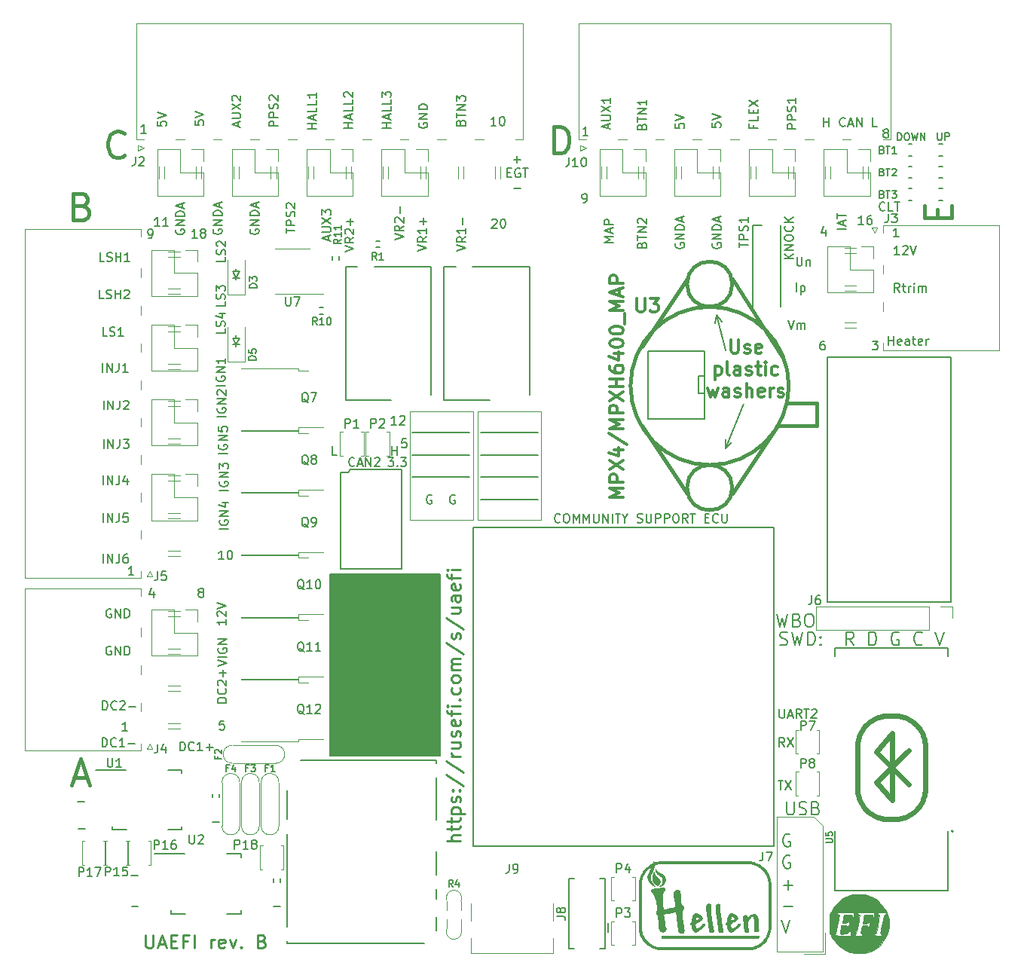
<source format=gto>
G04 #@! TF.GenerationSoftware,KiCad,Pcbnew,7.0.11-7.0.11~ubuntu22.04.1*
G04 #@! TF.CreationDate,2024-03-04T12:22:08+00:00*
G04 #@! TF.ProjectId,uaefi,75616566-692e-46b6-9963-61645f706362,B*
G04 #@! TF.SameCoordinates,Original*
G04 #@! TF.FileFunction,Legend,Top*
G04 #@! TF.FilePolarity,Positive*
%FSLAX46Y46*%
G04 Gerber Fmt 4.6, Leading zero omitted, Abs format (unit mm)*
G04 Created by KiCad (PCBNEW 7.0.11-7.0.11~ubuntu22.04.1) date 2024-03-04 12:22:08*
%MOMM*%
%LPD*%
G01*
G04 APERTURE LIST*
%ADD10C,0.150000*%
%ADD11C,0.450000*%
%ADD12C,0.200000*%
%ADD13C,0.170000*%
%ADD14C,0.250000*%
%ADD15C,0.304800*%
%ADD16C,0.127000*%
%ADD17C,0.120000*%
%ADD18C,0.203200*%
%ADD19C,0.631031*%
%ADD20C,0.099060*%
%ADD21C,0.002540*%
%ADD22C,0.381000*%
G04 APERTURE END LIST*
D10*
X46500000Y53800000D02*
X52900000Y53800000D01*
X46500000Y51200000D02*
X52900000Y51200000D01*
X73000000Y72000000D02*
X72800000Y71000000D01*
X38800000Y58800000D02*
X45200000Y58800000D01*
X29523985Y42884870D02*
X41950000Y42884870D01*
X41950000Y22400000D01*
X29523985Y22400000D01*
X29523985Y42884870D01*
G36*
X29523985Y42884870D02*
G01*
X41950000Y42884870D01*
X41950000Y22400000D01*
X29523985Y22400000D01*
X29523985Y42884870D01*
G37*
X73000000Y72000000D02*
X73600000Y71200000D01*
X74000000Y68000000D02*
X73000000Y72000000D01*
X46500000Y56200000D02*
X52900000Y56200000D01*
X38800000Y53800000D02*
X45200000Y53800000D01*
X46500000Y58800000D02*
X52900000Y58800000D01*
X74000000Y57000000D02*
X74700000Y57700000D01*
X38800000Y56200000D02*
X45200000Y56200000D01*
X74000000Y57000000D02*
X74000000Y58000000D01*
X76000000Y62000000D02*
X74000000Y57000000D01*
X36514286Y56245181D02*
X36514286Y57245181D01*
X36514286Y56768991D02*
X37085714Y56768991D01*
X37085714Y56245181D02*
X37085714Y57245181D01*
X93530952Y78745181D02*
X92959524Y78745181D01*
X93245238Y78745181D02*
X93245238Y79745181D01*
X93245238Y79745181D02*
X93150000Y79602324D01*
X93150000Y79602324D02*
X93054762Y79507086D01*
X93054762Y79507086D02*
X92959524Y79459467D01*
X93911905Y79649943D02*
X93959524Y79697562D01*
X93959524Y79697562D02*
X94054762Y79745181D01*
X94054762Y79745181D02*
X94292857Y79745181D01*
X94292857Y79745181D02*
X94388095Y79697562D01*
X94388095Y79697562D02*
X94435714Y79649943D01*
X94435714Y79649943D02*
X94483333Y79554705D01*
X94483333Y79554705D02*
X94483333Y79459467D01*
X94483333Y79459467D02*
X94435714Y79316610D01*
X94435714Y79316610D02*
X93864286Y78745181D01*
X93864286Y78745181D02*
X94483333Y78745181D01*
X94769048Y79745181D02*
X95102381Y78745181D01*
X95102381Y78745181D02*
X95435714Y79745181D01*
D11*
X1714285Y84206972D02*
X2142857Y84064115D01*
X2142857Y84064115D02*
X2285714Y83921258D01*
X2285714Y83921258D02*
X2428571Y83635543D01*
X2428571Y83635543D02*
X2428571Y83206972D01*
X2428571Y83206972D02*
X2285714Y82921258D01*
X2285714Y82921258D02*
X2142857Y82778400D01*
X2142857Y82778400D02*
X1857142Y82635543D01*
X1857142Y82635543D02*
X714285Y82635543D01*
X714285Y82635543D02*
X714285Y85635543D01*
X714285Y85635543D02*
X1714285Y85635543D01*
X1714285Y85635543D02*
X2000000Y85492686D01*
X2000000Y85492686D02*
X2142857Y85349829D01*
X2142857Y85349829D02*
X2285714Y85064115D01*
X2285714Y85064115D02*
X2285714Y84778400D01*
X2285714Y84778400D02*
X2142857Y84492686D01*
X2142857Y84492686D02*
X2000000Y84349829D01*
X2000000Y84349829D02*
X1714285Y84206972D01*
X1714285Y84206972D02*
X714285Y84206972D01*
D10*
X17638095Y26345181D02*
X17161905Y26345181D01*
X17161905Y26345181D02*
X17114286Y25868991D01*
X17114286Y25868991D02*
X17161905Y25916610D01*
X17161905Y25916610D02*
X17257143Y25964229D01*
X17257143Y25964229D02*
X17495238Y25964229D01*
X17495238Y25964229D02*
X17590476Y25916610D01*
X17590476Y25916610D02*
X17638095Y25868991D01*
X17638095Y25868991D02*
X17685714Y25773753D01*
X17685714Y25773753D02*
X17685714Y25535658D01*
X17685714Y25535658D02*
X17638095Y25440420D01*
X17638095Y25440420D02*
X17590476Y25392800D01*
X17590476Y25392800D02*
X17495238Y25345181D01*
X17495238Y25345181D02*
X17257143Y25345181D01*
X17257143Y25345181D02*
X17161905Y25392800D01*
X17161905Y25392800D02*
X17114286Y25440420D01*
X4069048Y44095181D02*
X4069048Y45095181D01*
X4545238Y44095181D02*
X4545238Y45095181D01*
X4545238Y45095181D02*
X5116666Y44095181D01*
X5116666Y44095181D02*
X5116666Y45095181D01*
X5878571Y45095181D02*
X5878571Y44380896D01*
X5878571Y44380896D02*
X5830952Y44238039D01*
X5830952Y44238039D02*
X5735714Y44142800D01*
X5735714Y44142800D02*
X5592857Y44095181D01*
X5592857Y44095181D02*
X5497619Y44095181D01*
X6783333Y45095181D02*
X6592857Y45095181D01*
X6592857Y45095181D02*
X6497619Y45047562D01*
X6497619Y45047562D02*
X6450000Y44999943D01*
X6450000Y44999943D02*
X6354762Y44857086D01*
X6354762Y44857086D02*
X6307143Y44666610D01*
X6307143Y44666610D02*
X6307143Y44285658D01*
X6307143Y44285658D02*
X6354762Y44190420D01*
X6354762Y44190420D02*
X6402381Y44142800D01*
X6402381Y44142800D02*
X6497619Y44095181D01*
X6497619Y44095181D02*
X6688095Y44095181D01*
X6688095Y44095181D02*
X6783333Y44142800D01*
X6783333Y44142800D02*
X6830952Y44190420D01*
X6830952Y44190420D02*
X6878571Y44285658D01*
X6878571Y44285658D02*
X6878571Y44523753D01*
X6878571Y44523753D02*
X6830952Y44618991D01*
X6830952Y44618991D02*
X6783333Y44666610D01*
X6783333Y44666610D02*
X6688095Y44714229D01*
X6688095Y44714229D02*
X6497619Y44714229D01*
X6497619Y44714229D02*
X6402381Y44666610D01*
X6402381Y44666610D02*
X6354762Y44618991D01*
X6354762Y44618991D02*
X6307143Y44523753D01*
X17804819Y78457143D02*
X17804819Y77980953D01*
X17804819Y77980953D02*
X16804819Y77980953D01*
X17757200Y78742858D02*
X17804819Y78885715D01*
X17804819Y78885715D02*
X17804819Y79123810D01*
X17804819Y79123810D02*
X17757200Y79219048D01*
X17757200Y79219048D02*
X17709580Y79266667D01*
X17709580Y79266667D02*
X17614342Y79314286D01*
X17614342Y79314286D02*
X17519104Y79314286D01*
X17519104Y79314286D02*
X17423866Y79266667D01*
X17423866Y79266667D02*
X17376247Y79219048D01*
X17376247Y79219048D02*
X17328628Y79123810D01*
X17328628Y79123810D02*
X17281009Y78933334D01*
X17281009Y78933334D02*
X17233390Y78838096D01*
X17233390Y78838096D02*
X17185771Y78790477D01*
X17185771Y78790477D02*
X17090533Y78742858D01*
X17090533Y78742858D02*
X16995295Y78742858D01*
X16995295Y78742858D02*
X16900057Y78790477D01*
X16900057Y78790477D02*
X16852438Y78838096D01*
X16852438Y78838096D02*
X16804819Y78933334D01*
X16804819Y78933334D02*
X16804819Y79171429D01*
X16804819Y79171429D02*
X16852438Y79314286D01*
X16900057Y79695239D02*
X16852438Y79742858D01*
X16852438Y79742858D02*
X16804819Y79838096D01*
X16804819Y79838096D02*
X16804819Y80076191D01*
X16804819Y80076191D02*
X16852438Y80171429D01*
X16852438Y80171429D02*
X16900057Y80219048D01*
X16900057Y80219048D02*
X16995295Y80266667D01*
X16995295Y80266667D02*
X17090533Y80266667D01*
X17090533Y80266667D02*
X17233390Y80219048D01*
X17233390Y80219048D02*
X17804819Y79647620D01*
X17804819Y79647620D02*
X17804819Y80266667D01*
X4069048Y52895181D02*
X4069048Y53895181D01*
X4545238Y52895181D02*
X4545238Y53895181D01*
X4545238Y53895181D02*
X5116666Y52895181D01*
X5116666Y52895181D02*
X5116666Y53895181D01*
X5878571Y53895181D02*
X5878571Y53180896D01*
X5878571Y53180896D02*
X5830952Y53038039D01*
X5830952Y53038039D02*
X5735714Y52942800D01*
X5735714Y52942800D02*
X5592857Y52895181D01*
X5592857Y52895181D02*
X5497619Y52895181D01*
X6783333Y53561848D02*
X6783333Y52895181D01*
X6545238Y53942800D02*
X6307143Y53228515D01*
X6307143Y53228515D02*
X6926190Y53228515D01*
X4133333Y73795181D02*
X3657143Y73795181D01*
X3657143Y73795181D02*
X3657143Y74795181D01*
X4419048Y73842800D02*
X4561905Y73795181D01*
X4561905Y73795181D02*
X4800000Y73795181D01*
X4800000Y73795181D02*
X4895238Y73842800D01*
X4895238Y73842800D02*
X4942857Y73890420D01*
X4942857Y73890420D02*
X4990476Y73985658D01*
X4990476Y73985658D02*
X4990476Y74080896D01*
X4990476Y74080896D02*
X4942857Y74176134D01*
X4942857Y74176134D02*
X4895238Y74223753D01*
X4895238Y74223753D02*
X4800000Y74271372D01*
X4800000Y74271372D02*
X4609524Y74318991D01*
X4609524Y74318991D02*
X4514286Y74366610D01*
X4514286Y74366610D02*
X4466667Y74414229D01*
X4466667Y74414229D02*
X4419048Y74509467D01*
X4419048Y74509467D02*
X4419048Y74604705D01*
X4419048Y74604705D02*
X4466667Y74699943D01*
X4466667Y74699943D02*
X4514286Y74747562D01*
X4514286Y74747562D02*
X4609524Y74795181D01*
X4609524Y74795181D02*
X4847619Y74795181D01*
X4847619Y74795181D02*
X4990476Y74747562D01*
X5419048Y73795181D02*
X5419048Y74795181D01*
X5419048Y74318991D02*
X5990476Y74318991D01*
X5990476Y73795181D02*
X5990476Y74795181D01*
X6419048Y74699943D02*
X6466667Y74747562D01*
X6466667Y74747562D02*
X6561905Y74795181D01*
X6561905Y74795181D02*
X6800000Y74795181D01*
X6800000Y74795181D02*
X6895238Y74747562D01*
X6895238Y74747562D02*
X6942857Y74699943D01*
X6942857Y74699943D02*
X6990476Y74604705D01*
X6990476Y74604705D02*
X6990476Y74509467D01*
X6990476Y74509467D02*
X6942857Y74366610D01*
X6942857Y74366610D02*
X6371429Y73795181D01*
X6371429Y73795181D02*
X6990476Y73795181D01*
X14609523Y80645181D02*
X14038095Y80645181D01*
X14323809Y80645181D02*
X14323809Y81645181D01*
X14323809Y81645181D02*
X14228571Y81502324D01*
X14228571Y81502324D02*
X14133333Y81407086D01*
X14133333Y81407086D02*
X14038095Y81359467D01*
X15180952Y81216610D02*
X15085714Y81264229D01*
X15085714Y81264229D02*
X15038095Y81311848D01*
X15038095Y81311848D02*
X14990476Y81407086D01*
X14990476Y81407086D02*
X14990476Y81454705D01*
X14990476Y81454705D02*
X15038095Y81549943D01*
X15038095Y81549943D02*
X15085714Y81597562D01*
X15085714Y81597562D02*
X15180952Y81645181D01*
X15180952Y81645181D02*
X15371428Y81645181D01*
X15371428Y81645181D02*
X15466666Y81597562D01*
X15466666Y81597562D02*
X15514285Y81549943D01*
X15514285Y81549943D02*
X15561904Y81454705D01*
X15561904Y81454705D02*
X15561904Y81407086D01*
X15561904Y81407086D02*
X15514285Y81311848D01*
X15514285Y81311848D02*
X15466666Y81264229D01*
X15466666Y81264229D02*
X15371428Y81216610D01*
X15371428Y81216610D02*
X15180952Y81216610D01*
X15180952Y81216610D02*
X15085714Y81168991D01*
X15085714Y81168991D02*
X15038095Y81121372D01*
X15038095Y81121372D02*
X14990476Y81026134D01*
X14990476Y81026134D02*
X14990476Y80835658D01*
X14990476Y80835658D02*
X15038095Y80740420D01*
X15038095Y80740420D02*
X15085714Y80692800D01*
X15085714Y80692800D02*
X15180952Y80645181D01*
X15180952Y80645181D02*
X15371428Y80645181D01*
X15371428Y80645181D02*
X15466666Y80692800D01*
X15466666Y80692800D02*
X15514285Y80740420D01*
X15514285Y80740420D02*
X15561904Y80835658D01*
X15561904Y80835658D02*
X15561904Y81026134D01*
X15561904Y81026134D02*
X15514285Y81121372D01*
X15514285Y81121372D02*
X15466666Y81168991D01*
X15466666Y81168991D02*
X15371428Y81216610D01*
X3992857Y27595181D02*
X3992857Y28595181D01*
X3992857Y28595181D02*
X4230952Y28595181D01*
X4230952Y28595181D02*
X4373809Y28547562D01*
X4373809Y28547562D02*
X4469047Y28452324D01*
X4469047Y28452324D02*
X4516666Y28357086D01*
X4516666Y28357086D02*
X4564285Y28166610D01*
X4564285Y28166610D02*
X4564285Y28023753D01*
X4564285Y28023753D02*
X4516666Y27833277D01*
X4516666Y27833277D02*
X4469047Y27738039D01*
X4469047Y27738039D02*
X4373809Y27642800D01*
X4373809Y27642800D02*
X4230952Y27595181D01*
X4230952Y27595181D02*
X3992857Y27595181D01*
X5564285Y27690420D02*
X5516666Y27642800D01*
X5516666Y27642800D02*
X5373809Y27595181D01*
X5373809Y27595181D02*
X5278571Y27595181D01*
X5278571Y27595181D02*
X5135714Y27642800D01*
X5135714Y27642800D02*
X5040476Y27738039D01*
X5040476Y27738039D02*
X4992857Y27833277D01*
X4992857Y27833277D02*
X4945238Y28023753D01*
X4945238Y28023753D02*
X4945238Y28166610D01*
X4945238Y28166610D02*
X4992857Y28357086D01*
X4992857Y28357086D02*
X5040476Y28452324D01*
X5040476Y28452324D02*
X5135714Y28547562D01*
X5135714Y28547562D02*
X5278571Y28595181D01*
X5278571Y28595181D02*
X5373809Y28595181D01*
X5373809Y28595181D02*
X5516666Y28547562D01*
X5516666Y28547562D02*
X5564285Y28499943D01*
X5945238Y28499943D02*
X5992857Y28547562D01*
X5992857Y28547562D02*
X6088095Y28595181D01*
X6088095Y28595181D02*
X6326190Y28595181D01*
X6326190Y28595181D02*
X6421428Y28547562D01*
X6421428Y28547562D02*
X6469047Y28499943D01*
X6469047Y28499943D02*
X6516666Y28404705D01*
X6516666Y28404705D02*
X6516666Y28309467D01*
X6516666Y28309467D02*
X6469047Y28166610D01*
X6469047Y28166610D02*
X5897619Y27595181D01*
X5897619Y27595181D02*
X6516666Y27595181D01*
X6945238Y27976134D02*
X7707143Y27976134D01*
X10154819Y93709524D02*
X10154819Y93233334D01*
X10154819Y93233334D02*
X10631009Y93185715D01*
X10631009Y93185715D02*
X10583390Y93233334D01*
X10583390Y93233334D02*
X10535771Y93328572D01*
X10535771Y93328572D02*
X10535771Y93566667D01*
X10535771Y93566667D02*
X10583390Y93661905D01*
X10583390Y93661905D02*
X10631009Y93709524D01*
X10631009Y93709524D02*
X10726247Y93757143D01*
X10726247Y93757143D02*
X10964342Y93757143D01*
X10964342Y93757143D02*
X11059580Y93709524D01*
X11059580Y93709524D02*
X11107200Y93661905D01*
X11107200Y93661905D02*
X11154819Y93566667D01*
X11154819Y93566667D02*
X11154819Y93328572D01*
X11154819Y93328572D02*
X11107200Y93233334D01*
X11107200Y93233334D02*
X11059580Y93185715D01*
X10154819Y94042858D02*
X11154819Y94376191D01*
X11154819Y94376191D02*
X10154819Y94709524D01*
X58535714Y92145181D02*
X57964286Y92145181D01*
X58250000Y92145181D02*
X58250000Y93145181D01*
X58250000Y93145181D02*
X58154762Y93002324D01*
X58154762Y93002324D02*
X58059524Y92907086D01*
X58059524Y92907086D02*
X57964286Y92859467D01*
X32104819Y93000001D02*
X31104819Y93000001D01*
X31581009Y93000001D02*
X31581009Y93571429D01*
X32104819Y93571429D02*
X31104819Y93571429D01*
X31819104Y94000001D02*
X31819104Y94476191D01*
X32104819Y93904763D02*
X31104819Y94238096D01*
X31104819Y94238096D02*
X32104819Y94571429D01*
X32104819Y95380953D02*
X32104819Y94904763D01*
X32104819Y94904763D02*
X31104819Y94904763D01*
X32104819Y96190477D02*
X32104819Y95714287D01*
X32104819Y95714287D02*
X31104819Y95714287D01*
X31200057Y96476192D02*
X31152438Y96523811D01*
X31152438Y96523811D02*
X31104819Y96619049D01*
X31104819Y96619049D02*
X31104819Y96857144D01*
X31104819Y96857144D02*
X31152438Y96952382D01*
X31152438Y96952382D02*
X31200057Y97000001D01*
X31200057Y97000001D02*
X31295295Y97047620D01*
X31295295Y97047620D02*
X31390533Y97047620D01*
X31390533Y97047620D02*
X31533390Y97000001D01*
X31533390Y97000001D02*
X32104819Y96428573D01*
X32104819Y96428573D02*
X32104819Y97047620D01*
X39404819Y79171430D02*
X40404819Y79504763D01*
X40404819Y79504763D02*
X39404819Y79838096D01*
X40404819Y80742858D02*
X39928628Y80409525D01*
X40404819Y80171430D02*
X39404819Y80171430D01*
X39404819Y80171430D02*
X39404819Y80552382D01*
X39404819Y80552382D02*
X39452438Y80647620D01*
X39452438Y80647620D02*
X39500057Y80695239D01*
X39500057Y80695239D02*
X39595295Y80742858D01*
X39595295Y80742858D02*
X39738152Y80742858D01*
X39738152Y80742858D02*
X39833390Y80695239D01*
X39833390Y80695239D02*
X39881009Y80647620D01*
X39881009Y80647620D02*
X39928628Y80552382D01*
X39928628Y80552382D02*
X39928628Y80171430D01*
X40404819Y81695239D02*
X40404819Y81123811D01*
X40404819Y81409525D02*
X39404819Y81409525D01*
X39404819Y81409525D02*
X39547676Y81314287D01*
X39547676Y81314287D02*
X39642914Y81219049D01*
X39642914Y81219049D02*
X39690533Y81123811D01*
X40023866Y82123811D02*
X40023866Y82885715D01*
X40404819Y82504763D02*
X39642914Y82504763D01*
D12*
X81234349Y13603280D02*
X81101016Y13674709D01*
X81101016Y13674709D02*
X80901016Y13674709D01*
X80901016Y13674709D02*
X80701016Y13603280D01*
X80701016Y13603280D02*
X80567683Y13460423D01*
X80567683Y13460423D02*
X80501016Y13317566D01*
X80501016Y13317566D02*
X80434349Y13031852D01*
X80434349Y13031852D02*
X80434349Y12817566D01*
X80434349Y12817566D02*
X80501016Y12531852D01*
X80501016Y12531852D02*
X80567683Y12388995D01*
X80567683Y12388995D02*
X80701016Y12246137D01*
X80701016Y12246137D02*
X80901016Y12174709D01*
X80901016Y12174709D02*
X81034349Y12174709D01*
X81034349Y12174709D02*
X81234349Y12246137D01*
X81234349Y12246137D02*
X81301016Y12317566D01*
X81301016Y12317566D02*
X81301016Y12817566D01*
X81301016Y12817566D02*
X81034349Y12817566D01*
X81234349Y11188280D02*
X81101016Y11259709D01*
X81101016Y11259709D02*
X80901016Y11259709D01*
X80901016Y11259709D02*
X80701016Y11188280D01*
X80701016Y11188280D02*
X80567683Y11045423D01*
X80567683Y11045423D02*
X80501016Y10902566D01*
X80501016Y10902566D02*
X80434349Y10616852D01*
X80434349Y10616852D02*
X80434349Y10402566D01*
X80434349Y10402566D02*
X80501016Y10116852D01*
X80501016Y10116852D02*
X80567683Y9973995D01*
X80567683Y9973995D02*
X80701016Y9831137D01*
X80701016Y9831137D02*
X80901016Y9759709D01*
X80901016Y9759709D02*
X81034349Y9759709D01*
X81034349Y9759709D02*
X81234349Y9831137D01*
X81234349Y9831137D02*
X81301016Y9902566D01*
X81301016Y9902566D02*
X81301016Y10402566D01*
X81301016Y10402566D02*
X81034349Y10402566D01*
X80501016Y7916137D02*
X81567683Y7916137D01*
X81034349Y7344709D02*
X81034349Y8487566D01*
X80501016Y5501137D02*
X81567683Y5501137D01*
X80301016Y4014709D02*
X80767683Y2514709D01*
X80767683Y2514709D02*
X81234349Y4014709D01*
D10*
X81604819Y78290477D02*
X80604819Y78290477D01*
X81604819Y78861905D02*
X81033390Y78433334D01*
X80604819Y78861905D02*
X81176247Y78290477D01*
X81604819Y79290477D02*
X80604819Y79290477D01*
X80604819Y79290477D02*
X81604819Y79861905D01*
X81604819Y79861905D02*
X80604819Y79861905D01*
X80604819Y80528572D02*
X80604819Y80719048D01*
X80604819Y80719048D02*
X80652438Y80814286D01*
X80652438Y80814286D02*
X80747676Y80909524D01*
X80747676Y80909524D02*
X80938152Y80957143D01*
X80938152Y80957143D02*
X81271485Y80957143D01*
X81271485Y80957143D02*
X81461961Y80909524D01*
X81461961Y80909524D02*
X81557200Y80814286D01*
X81557200Y80814286D02*
X81604819Y80719048D01*
X81604819Y80719048D02*
X81604819Y80528572D01*
X81604819Y80528572D02*
X81557200Y80433334D01*
X81557200Y80433334D02*
X81461961Y80338096D01*
X81461961Y80338096D02*
X81271485Y80290477D01*
X81271485Y80290477D02*
X80938152Y80290477D01*
X80938152Y80290477D02*
X80747676Y80338096D01*
X80747676Y80338096D02*
X80652438Y80433334D01*
X80652438Y80433334D02*
X80604819Y80528572D01*
X81509580Y81957143D02*
X81557200Y81909524D01*
X81557200Y81909524D02*
X81604819Y81766667D01*
X81604819Y81766667D02*
X81604819Y81671429D01*
X81604819Y81671429D02*
X81557200Y81528572D01*
X81557200Y81528572D02*
X81461961Y81433334D01*
X81461961Y81433334D02*
X81366723Y81385715D01*
X81366723Y81385715D02*
X81176247Y81338096D01*
X81176247Y81338096D02*
X81033390Y81338096D01*
X81033390Y81338096D02*
X80842914Y81385715D01*
X80842914Y81385715D02*
X80747676Y81433334D01*
X80747676Y81433334D02*
X80652438Y81528572D01*
X80652438Y81528572D02*
X80604819Y81671429D01*
X80604819Y81671429D02*
X80604819Y81766667D01*
X80604819Y81766667D02*
X80652438Y81909524D01*
X80652438Y81909524D02*
X80700057Y81957143D01*
X81604819Y82385715D02*
X80604819Y82385715D01*
X81604819Y82957143D02*
X81033390Y82528572D01*
X80604819Y82957143D02*
X81176247Y82385715D01*
X80036779Y27670181D02*
X80036779Y26860658D01*
X80036779Y26860658D02*
X80084398Y26765420D01*
X80084398Y26765420D02*
X80132017Y26717800D01*
X80132017Y26717800D02*
X80227255Y26670181D01*
X80227255Y26670181D02*
X80417731Y26670181D01*
X80417731Y26670181D02*
X80512969Y26717800D01*
X80512969Y26717800D02*
X80560588Y26765420D01*
X80560588Y26765420D02*
X80608207Y26860658D01*
X80608207Y26860658D02*
X80608207Y27670181D01*
X81036779Y26955896D02*
X81512969Y26955896D01*
X80941541Y26670181D02*
X81274874Y27670181D01*
X81274874Y27670181D02*
X81608207Y26670181D01*
X82512969Y26670181D02*
X82179636Y27146372D01*
X81941541Y26670181D02*
X81941541Y27670181D01*
X81941541Y27670181D02*
X82322493Y27670181D01*
X82322493Y27670181D02*
X82417731Y27622562D01*
X82417731Y27622562D02*
X82465350Y27574943D01*
X82465350Y27574943D02*
X82512969Y27479705D01*
X82512969Y27479705D02*
X82512969Y27336848D01*
X82512969Y27336848D02*
X82465350Y27241610D01*
X82465350Y27241610D02*
X82417731Y27193991D01*
X82417731Y27193991D02*
X82322493Y27146372D01*
X82322493Y27146372D02*
X81941541Y27146372D01*
X82798684Y27670181D02*
X83370112Y27670181D01*
X83084398Y26670181D02*
X83084398Y27670181D01*
X83655827Y27574943D02*
X83703446Y27622562D01*
X83703446Y27622562D02*
X83798684Y27670181D01*
X83798684Y27670181D02*
X84036779Y27670181D01*
X84036779Y27670181D02*
X84132017Y27622562D01*
X84132017Y27622562D02*
X84179636Y27574943D01*
X84179636Y27574943D02*
X84227255Y27479705D01*
X84227255Y27479705D02*
X84227255Y27384467D01*
X84227255Y27384467D02*
X84179636Y27241610D01*
X84179636Y27241610D02*
X83608208Y26670181D01*
X83608208Y26670181D02*
X84227255Y26670181D01*
X80608207Y23450181D02*
X80274874Y23926372D01*
X80036779Y23450181D02*
X80036779Y24450181D01*
X80036779Y24450181D02*
X80417731Y24450181D01*
X80417731Y24450181D02*
X80512969Y24402562D01*
X80512969Y24402562D02*
X80560588Y24354943D01*
X80560588Y24354943D02*
X80608207Y24259705D01*
X80608207Y24259705D02*
X80608207Y24116848D01*
X80608207Y24116848D02*
X80560588Y24021610D01*
X80560588Y24021610D02*
X80512969Y23973991D01*
X80512969Y23973991D02*
X80417731Y23926372D01*
X80417731Y23926372D02*
X80036779Y23926372D01*
X80941541Y24450181D02*
X81608207Y23450181D01*
X81608207Y24450181D02*
X80941541Y23450181D01*
X79893922Y19620181D02*
X80465350Y19620181D01*
X80179636Y18620181D02*
X80179636Y19620181D01*
X80703446Y19620181D02*
X81370112Y18620181D01*
X81370112Y19620181D02*
X80703446Y18620181D01*
D11*
X785714Y19992686D02*
X2214286Y19992686D01*
X500000Y19135543D02*
X1500000Y22135543D01*
X1500000Y22135543D02*
X2500000Y19135543D01*
D10*
X14354819Y93809524D02*
X14354819Y93333334D01*
X14354819Y93333334D02*
X14831009Y93285715D01*
X14831009Y93285715D02*
X14783390Y93333334D01*
X14783390Y93333334D02*
X14735771Y93428572D01*
X14735771Y93428572D02*
X14735771Y93666667D01*
X14735771Y93666667D02*
X14783390Y93761905D01*
X14783390Y93761905D02*
X14831009Y93809524D01*
X14831009Y93809524D02*
X14926247Y93857143D01*
X14926247Y93857143D02*
X15164342Y93857143D01*
X15164342Y93857143D02*
X15259580Y93809524D01*
X15259580Y93809524D02*
X15307200Y93761905D01*
X15307200Y93761905D02*
X15354819Y93666667D01*
X15354819Y93666667D02*
X15354819Y93428572D01*
X15354819Y93428572D02*
X15307200Y93333334D01*
X15307200Y93333334D02*
X15259580Y93285715D01*
X14354819Y94142858D02*
X15354819Y94476191D01*
X15354819Y94476191D02*
X14354819Y94809524D01*
X89509523Y82145181D02*
X88938095Y82145181D01*
X89223809Y82145181D02*
X89223809Y83145181D01*
X89223809Y83145181D02*
X89128571Y83002324D01*
X89128571Y83002324D02*
X89033333Y82907086D01*
X89033333Y82907086D02*
X88938095Y82859467D01*
X90366666Y83145181D02*
X90176190Y83145181D01*
X90176190Y83145181D02*
X90080952Y83097562D01*
X90080952Y83097562D02*
X90033333Y83049943D01*
X90033333Y83049943D02*
X89938095Y82907086D01*
X89938095Y82907086D02*
X89890476Y82716610D01*
X89890476Y82716610D02*
X89890476Y82335658D01*
X89890476Y82335658D02*
X89938095Y82240420D01*
X89938095Y82240420D02*
X89985714Y82192800D01*
X89985714Y82192800D02*
X90080952Y82145181D01*
X90080952Y82145181D02*
X90271428Y82145181D01*
X90271428Y82145181D02*
X90366666Y82192800D01*
X90366666Y82192800D02*
X90414285Y82240420D01*
X90414285Y82240420D02*
X90461904Y82335658D01*
X90461904Y82335658D02*
X90461904Y82573753D01*
X90461904Y82573753D02*
X90414285Y82668991D01*
X90414285Y82668991D02*
X90366666Y82716610D01*
X90366666Y82716610D02*
X90271428Y82764229D01*
X90271428Y82764229D02*
X90080952Y82764229D01*
X90080952Y82764229D02*
X89985714Y82716610D01*
X89985714Y82716610D02*
X89938095Y82668991D01*
X89938095Y82668991D02*
X89890476Y82573753D01*
X44231009Y93590477D02*
X44278628Y93733334D01*
X44278628Y93733334D02*
X44326247Y93780953D01*
X44326247Y93780953D02*
X44421485Y93828572D01*
X44421485Y93828572D02*
X44564342Y93828572D01*
X44564342Y93828572D02*
X44659580Y93780953D01*
X44659580Y93780953D02*
X44707200Y93733334D01*
X44707200Y93733334D02*
X44754819Y93638096D01*
X44754819Y93638096D02*
X44754819Y93257144D01*
X44754819Y93257144D02*
X43754819Y93257144D01*
X43754819Y93257144D02*
X43754819Y93590477D01*
X43754819Y93590477D02*
X43802438Y93685715D01*
X43802438Y93685715D02*
X43850057Y93733334D01*
X43850057Y93733334D02*
X43945295Y93780953D01*
X43945295Y93780953D02*
X44040533Y93780953D01*
X44040533Y93780953D02*
X44135771Y93733334D01*
X44135771Y93733334D02*
X44183390Y93685715D01*
X44183390Y93685715D02*
X44231009Y93590477D01*
X44231009Y93590477D02*
X44231009Y93257144D01*
X43754819Y94114287D02*
X43754819Y94685715D01*
X44754819Y94400001D02*
X43754819Y94400001D01*
X44754819Y95019049D02*
X43754819Y95019049D01*
X43754819Y95019049D02*
X44754819Y95590477D01*
X44754819Y95590477D02*
X43754819Y95590477D01*
X43754819Y95971430D02*
X43754819Y96590477D01*
X43754819Y96590477D02*
X44135771Y96257144D01*
X44135771Y96257144D02*
X44135771Y96400001D01*
X44135771Y96400001D02*
X44183390Y96495239D01*
X44183390Y96495239D02*
X44231009Y96542858D01*
X44231009Y96542858D02*
X44326247Y96590477D01*
X44326247Y96590477D02*
X44564342Y96590477D01*
X44564342Y96590477D02*
X44659580Y96542858D01*
X44659580Y96542858D02*
X44707200Y96495239D01*
X44707200Y96495239D02*
X44754819Y96400001D01*
X44754819Y96400001D02*
X44754819Y96114287D01*
X44754819Y96114287D02*
X44707200Y96019049D01*
X44707200Y96019049D02*
X44659580Y95971430D01*
X19219104Y93185715D02*
X19219104Y93661905D01*
X19504819Y93090477D02*
X18504819Y93423810D01*
X18504819Y93423810D02*
X19504819Y93757143D01*
X18504819Y94090477D02*
X19314342Y94090477D01*
X19314342Y94090477D02*
X19409580Y94138096D01*
X19409580Y94138096D02*
X19457200Y94185715D01*
X19457200Y94185715D02*
X19504819Y94280953D01*
X19504819Y94280953D02*
X19504819Y94471429D01*
X19504819Y94471429D02*
X19457200Y94566667D01*
X19457200Y94566667D02*
X19409580Y94614286D01*
X19409580Y94614286D02*
X19314342Y94661905D01*
X19314342Y94661905D02*
X18504819Y94661905D01*
X18504819Y95042858D02*
X19504819Y95709524D01*
X18504819Y95709524D02*
X19504819Y95042858D01*
X18600057Y96042858D02*
X18552438Y96090477D01*
X18552438Y96090477D02*
X18504819Y96185715D01*
X18504819Y96185715D02*
X18504819Y96423810D01*
X18504819Y96423810D02*
X18552438Y96519048D01*
X18552438Y96519048D02*
X18600057Y96566667D01*
X18600057Y96566667D02*
X18695295Y96614286D01*
X18695295Y96614286D02*
X18790533Y96614286D01*
X18790533Y96614286D02*
X18933390Y96566667D01*
X18933390Y96566667D02*
X19504819Y95995239D01*
X19504819Y95995239D02*
X19504819Y96614286D01*
X9740476Y40911848D02*
X9740476Y40245181D01*
X9502381Y41292800D02*
X9264286Y40578515D01*
X9264286Y40578515D02*
X9883333Y40578515D01*
X36052381Y55945181D02*
X36671428Y55945181D01*
X36671428Y55945181D02*
X36338095Y55564229D01*
X36338095Y55564229D02*
X36480952Y55564229D01*
X36480952Y55564229D02*
X36576190Y55516610D01*
X36576190Y55516610D02*
X36623809Y55468991D01*
X36623809Y55468991D02*
X36671428Y55373753D01*
X36671428Y55373753D02*
X36671428Y55135658D01*
X36671428Y55135658D02*
X36623809Y55040420D01*
X36623809Y55040420D02*
X36576190Y54992800D01*
X36576190Y54992800D02*
X36480952Y54945181D01*
X36480952Y54945181D02*
X36195238Y54945181D01*
X36195238Y54945181D02*
X36100000Y54992800D01*
X36100000Y54992800D02*
X36052381Y55040420D01*
X37100000Y55040420D02*
X37147619Y54992800D01*
X37147619Y54992800D02*
X37100000Y54945181D01*
X37100000Y54945181D02*
X37052381Y54992800D01*
X37052381Y54992800D02*
X37100000Y55040420D01*
X37100000Y55040420D02*
X37100000Y54945181D01*
X37480952Y55945181D02*
X38099999Y55945181D01*
X38099999Y55945181D02*
X37766666Y55564229D01*
X37766666Y55564229D02*
X37909523Y55564229D01*
X37909523Y55564229D02*
X38004761Y55516610D01*
X38004761Y55516610D02*
X38052380Y55468991D01*
X38052380Y55468991D02*
X38099999Y55373753D01*
X38099999Y55373753D02*
X38099999Y55135658D01*
X38099999Y55135658D02*
X38052380Y55040420D01*
X38052380Y55040420D02*
X38004761Y54992800D01*
X38004761Y54992800D02*
X37909523Y54945181D01*
X37909523Y54945181D02*
X37623809Y54945181D01*
X37623809Y54945181D02*
X37528571Y54992800D01*
X37528571Y54992800D02*
X37480952Y55040420D01*
X75504819Y79561906D02*
X75504819Y80133334D01*
X76504819Y79847620D02*
X75504819Y79847620D01*
X76504819Y80466668D02*
X75504819Y80466668D01*
X75504819Y80466668D02*
X75504819Y80847620D01*
X75504819Y80847620D02*
X75552438Y80942858D01*
X75552438Y80942858D02*
X75600057Y80990477D01*
X75600057Y80990477D02*
X75695295Y81038096D01*
X75695295Y81038096D02*
X75838152Y81038096D01*
X75838152Y81038096D02*
X75933390Y80990477D01*
X75933390Y80990477D02*
X75981009Y80942858D01*
X75981009Y80942858D02*
X76028628Y80847620D01*
X76028628Y80847620D02*
X76028628Y80466668D01*
X76457200Y81419049D02*
X76504819Y81561906D01*
X76504819Y81561906D02*
X76504819Y81800001D01*
X76504819Y81800001D02*
X76457200Y81895239D01*
X76457200Y81895239D02*
X76409580Y81942858D01*
X76409580Y81942858D02*
X76314342Y81990477D01*
X76314342Y81990477D02*
X76219104Y81990477D01*
X76219104Y81990477D02*
X76123866Y81942858D01*
X76123866Y81942858D02*
X76076247Y81895239D01*
X76076247Y81895239D02*
X76028628Y81800001D01*
X76028628Y81800001D02*
X75981009Y81609525D01*
X75981009Y81609525D02*
X75933390Y81514287D01*
X75933390Y81514287D02*
X75885771Y81466668D01*
X75885771Y81466668D02*
X75790533Y81419049D01*
X75790533Y81419049D02*
X75695295Y81419049D01*
X75695295Y81419049D02*
X75600057Y81466668D01*
X75600057Y81466668D02*
X75552438Y81514287D01*
X75552438Y81514287D02*
X75504819Y81609525D01*
X75504819Y81609525D02*
X75504819Y81847620D01*
X75504819Y81847620D02*
X75552438Y81990477D01*
X76504819Y82942858D02*
X76504819Y82371430D01*
X76504819Y82657144D02*
X75504819Y82657144D01*
X75504819Y82657144D02*
X75647676Y82561906D01*
X75647676Y82561906D02*
X75742914Y82466668D01*
X75742914Y82466668D02*
X75790533Y82371430D01*
D13*
X97807080Y92429192D02*
X97807080Y91765382D01*
X97807080Y91765382D02*
X97846127Y91687287D01*
X97846127Y91687287D02*
X97885175Y91648239D01*
X97885175Y91648239D02*
X97963270Y91609192D01*
X97963270Y91609192D02*
X98119461Y91609192D01*
X98119461Y91609192D02*
X98197556Y91648239D01*
X98197556Y91648239D02*
X98236603Y91687287D01*
X98236603Y91687287D02*
X98275651Y91765382D01*
X98275651Y91765382D02*
X98275651Y92429192D01*
X98666128Y91609192D02*
X98666128Y92429192D01*
X98666128Y92429192D02*
X98978509Y92429192D01*
X98978509Y92429192D02*
X99056604Y92390144D01*
X99056604Y92390144D02*
X99095651Y92351097D01*
X99095651Y92351097D02*
X99134699Y92273001D01*
X99134699Y92273001D02*
X99134699Y92155859D01*
X99134699Y92155859D02*
X99095651Y92077763D01*
X99095651Y92077763D02*
X99056604Y92038716D01*
X99056604Y92038716D02*
X98978509Y91999668D01*
X98978509Y91999668D02*
X98666128Y91999668D01*
D10*
X38138095Y58045181D02*
X37661905Y58045181D01*
X37661905Y58045181D02*
X37614286Y57568991D01*
X37614286Y57568991D02*
X37661905Y57616610D01*
X37661905Y57616610D02*
X37757143Y57664229D01*
X37757143Y57664229D02*
X37995238Y57664229D01*
X37995238Y57664229D02*
X38090476Y57616610D01*
X38090476Y57616610D02*
X38138095Y57568991D01*
X38138095Y57568991D02*
X38185714Y57473753D01*
X38185714Y57473753D02*
X38185714Y57235658D01*
X38185714Y57235658D02*
X38138095Y57140420D01*
X38138095Y57140420D02*
X38090476Y57092800D01*
X38090476Y57092800D02*
X37995238Y57045181D01*
X37995238Y57045181D02*
X37757143Y57045181D01*
X37757143Y57045181D02*
X37661905Y57092800D01*
X37661905Y57092800D02*
X37614286Y57140420D01*
X29369104Y80385715D02*
X29369104Y80861905D01*
X29654819Y80290477D02*
X28654819Y80623810D01*
X28654819Y80623810D02*
X29654819Y80957143D01*
X28654819Y81290477D02*
X29464342Y81290477D01*
X29464342Y81290477D02*
X29559580Y81338096D01*
X29559580Y81338096D02*
X29607200Y81385715D01*
X29607200Y81385715D02*
X29654819Y81480953D01*
X29654819Y81480953D02*
X29654819Y81671429D01*
X29654819Y81671429D02*
X29607200Y81766667D01*
X29607200Y81766667D02*
X29559580Y81814286D01*
X29559580Y81814286D02*
X29464342Y81861905D01*
X29464342Y81861905D02*
X28654819Y81861905D01*
X28654819Y82242858D02*
X29654819Y82909524D01*
X28654819Y82909524D02*
X29654819Y82242858D01*
X28654819Y83195239D02*
X28654819Y83814286D01*
X28654819Y83814286D02*
X29035771Y83480953D01*
X29035771Y83480953D02*
X29035771Y83623810D01*
X29035771Y83623810D02*
X29083390Y83719048D01*
X29083390Y83719048D02*
X29131009Y83766667D01*
X29131009Y83766667D02*
X29226247Y83814286D01*
X29226247Y83814286D02*
X29464342Y83814286D01*
X29464342Y83814286D02*
X29559580Y83766667D01*
X29559580Y83766667D02*
X29607200Y83719048D01*
X29607200Y83719048D02*
X29654819Y83623810D01*
X29654819Y83623810D02*
X29654819Y83338096D01*
X29654819Y83338096D02*
X29607200Y83242858D01*
X29607200Y83242858D02*
X29559580Y83195239D01*
X20602438Y81609524D02*
X20554819Y81514286D01*
X20554819Y81514286D02*
X20554819Y81371429D01*
X20554819Y81371429D02*
X20602438Y81228572D01*
X20602438Y81228572D02*
X20697676Y81133334D01*
X20697676Y81133334D02*
X20792914Y81085715D01*
X20792914Y81085715D02*
X20983390Y81038096D01*
X20983390Y81038096D02*
X21126247Y81038096D01*
X21126247Y81038096D02*
X21316723Y81085715D01*
X21316723Y81085715D02*
X21411961Y81133334D01*
X21411961Y81133334D02*
X21507200Y81228572D01*
X21507200Y81228572D02*
X21554819Y81371429D01*
X21554819Y81371429D02*
X21554819Y81466667D01*
X21554819Y81466667D02*
X21507200Y81609524D01*
X21507200Y81609524D02*
X21459580Y81657143D01*
X21459580Y81657143D02*
X21126247Y81657143D01*
X21126247Y81657143D02*
X21126247Y81466667D01*
X21554819Y82085715D02*
X20554819Y82085715D01*
X20554819Y82085715D02*
X21554819Y82657143D01*
X21554819Y82657143D02*
X20554819Y82657143D01*
X21554819Y83133334D02*
X20554819Y83133334D01*
X20554819Y83133334D02*
X20554819Y83371429D01*
X20554819Y83371429D02*
X20602438Y83514286D01*
X20602438Y83514286D02*
X20697676Y83609524D01*
X20697676Y83609524D02*
X20792914Y83657143D01*
X20792914Y83657143D02*
X20983390Y83704762D01*
X20983390Y83704762D02*
X21126247Y83704762D01*
X21126247Y83704762D02*
X21316723Y83657143D01*
X21316723Y83657143D02*
X21411961Y83609524D01*
X21411961Y83609524D02*
X21507200Y83514286D01*
X21507200Y83514286D02*
X21554819Y83371429D01*
X21554819Y83371429D02*
X21554819Y83133334D01*
X21269104Y84085715D02*
X21269104Y84561905D01*
X21554819Y83990477D02*
X20554819Y84323810D01*
X20554819Y84323810D02*
X21554819Y84657143D01*
D13*
X91580413Y90538716D02*
X91697556Y90499668D01*
X91697556Y90499668D02*
X91736603Y90460620D01*
X91736603Y90460620D02*
X91775651Y90382525D01*
X91775651Y90382525D02*
X91775651Y90265382D01*
X91775651Y90265382D02*
X91736603Y90187287D01*
X91736603Y90187287D02*
X91697556Y90148239D01*
X91697556Y90148239D02*
X91619461Y90109192D01*
X91619461Y90109192D02*
X91307080Y90109192D01*
X91307080Y90109192D02*
X91307080Y90929192D01*
X91307080Y90929192D02*
X91580413Y90929192D01*
X91580413Y90929192D02*
X91658508Y90890144D01*
X91658508Y90890144D02*
X91697556Y90851097D01*
X91697556Y90851097D02*
X91736603Y90773001D01*
X91736603Y90773001D02*
X91736603Y90694906D01*
X91736603Y90694906D02*
X91697556Y90616811D01*
X91697556Y90616811D02*
X91658508Y90577763D01*
X91658508Y90577763D02*
X91580413Y90538716D01*
X91580413Y90538716D02*
X91307080Y90538716D01*
X92009937Y90929192D02*
X92478508Y90929192D01*
X92244222Y90109192D02*
X92244222Y90929192D01*
X93181365Y90109192D02*
X92712794Y90109192D01*
X92947080Y90109192D02*
X92947080Y90929192D01*
X92947080Y90929192D02*
X92868984Y90812049D01*
X92868984Y90812049D02*
X92790889Y90733954D01*
X92790889Y90733954D02*
X92712794Y90694906D01*
D10*
X90466667Y69045181D02*
X91085714Y69045181D01*
X91085714Y69045181D02*
X90752381Y68664229D01*
X90752381Y68664229D02*
X90895238Y68664229D01*
X90895238Y68664229D02*
X90990476Y68616610D01*
X90990476Y68616610D02*
X91038095Y68568991D01*
X91038095Y68568991D02*
X91085714Y68473753D01*
X91085714Y68473753D02*
X91085714Y68235658D01*
X91085714Y68235658D02*
X91038095Y68140420D01*
X91038095Y68140420D02*
X90990476Y68092800D01*
X90990476Y68092800D02*
X90895238Y68045181D01*
X90895238Y68045181D02*
X90609524Y68045181D01*
X90609524Y68045181D02*
X90514286Y68092800D01*
X90514286Y68092800D02*
X90466667Y68140420D01*
X17620284Y44500562D02*
X17048856Y44500562D01*
X17334570Y44500562D02*
X17334570Y45500562D01*
X17334570Y45500562D02*
X17239332Y45357705D01*
X17239332Y45357705D02*
X17144094Y45262467D01*
X17144094Y45262467D02*
X17048856Y45214848D01*
X18239332Y45500562D02*
X18334570Y45500562D01*
X18334570Y45500562D02*
X18429808Y45452943D01*
X18429808Y45452943D02*
X18477427Y45405324D01*
X18477427Y45405324D02*
X18525046Y45310086D01*
X18525046Y45310086D02*
X18572665Y45119610D01*
X18572665Y45119610D02*
X18572665Y44881515D01*
X18572665Y44881515D02*
X18525046Y44691039D01*
X18525046Y44691039D02*
X18477427Y44595801D01*
X18477427Y44595801D02*
X18429808Y44548181D01*
X18429808Y44548181D02*
X18334570Y44500562D01*
X18334570Y44500562D02*
X18239332Y44500562D01*
X18239332Y44500562D02*
X18144094Y44548181D01*
X18144094Y44548181D02*
X18096475Y44595801D01*
X18096475Y44595801D02*
X18048856Y44691039D01*
X18048856Y44691039D02*
X18001237Y44881515D01*
X18001237Y44881515D02*
X18001237Y45119610D01*
X18001237Y45119610D02*
X18048856Y45310086D01*
X18048856Y45310086D02*
X18096475Y45405324D01*
X18096475Y45405324D02*
X18144094Y45452943D01*
X18144094Y45452943D02*
X18239332Y45500562D01*
X47738095Y82649943D02*
X47785714Y82697562D01*
X47785714Y82697562D02*
X47880952Y82745181D01*
X47880952Y82745181D02*
X48119047Y82745181D01*
X48119047Y82745181D02*
X48214285Y82697562D01*
X48214285Y82697562D02*
X48261904Y82649943D01*
X48261904Y82649943D02*
X48309523Y82554705D01*
X48309523Y82554705D02*
X48309523Y82459467D01*
X48309523Y82459467D02*
X48261904Y82316610D01*
X48261904Y82316610D02*
X47690476Y81745181D01*
X47690476Y81745181D02*
X48309523Y81745181D01*
X48928571Y82745181D02*
X49023809Y82745181D01*
X49023809Y82745181D02*
X49119047Y82697562D01*
X49119047Y82697562D02*
X49166666Y82649943D01*
X49166666Y82649943D02*
X49214285Y82554705D01*
X49214285Y82554705D02*
X49261904Y82364229D01*
X49261904Y82364229D02*
X49261904Y82126134D01*
X49261904Y82126134D02*
X49214285Y81935658D01*
X49214285Y81935658D02*
X49166666Y81840420D01*
X49166666Y81840420D02*
X49119047Y81792800D01*
X49119047Y81792800D02*
X49023809Y81745181D01*
X49023809Y81745181D02*
X48928571Y81745181D01*
X48928571Y81745181D02*
X48833333Y81792800D01*
X48833333Y81792800D02*
X48785714Y81840420D01*
X48785714Y81840420D02*
X48738095Y81935658D01*
X48738095Y81935658D02*
X48690476Y82126134D01*
X48690476Y82126134D02*
X48690476Y82364229D01*
X48690476Y82364229D02*
X48738095Y82554705D01*
X48738095Y82554705D02*
X48785714Y82649943D01*
X48785714Y82649943D02*
X48833333Y82697562D01*
X48833333Y82697562D02*
X48928571Y82745181D01*
X93559523Y74545181D02*
X93226190Y75021372D01*
X92988095Y74545181D02*
X92988095Y75545181D01*
X92988095Y75545181D02*
X93369047Y75545181D01*
X93369047Y75545181D02*
X93464285Y75497562D01*
X93464285Y75497562D02*
X93511904Y75449943D01*
X93511904Y75449943D02*
X93559523Y75354705D01*
X93559523Y75354705D02*
X93559523Y75211848D01*
X93559523Y75211848D02*
X93511904Y75116610D01*
X93511904Y75116610D02*
X93464285Y75068991D01*
X93464285Y75068991D02*
X93369047Y75021372D01*
X93369047Y75021372D02*
X92988095Y75021372D01*
X93845238Y75211848D02*
X94226190Y75211848D01*
X93988095Y75545181D02*
X93988095Y74688039D01*
X93988095Y74688039D02*
X94035714Y74592800D01*
X94035714Y74592800D02*
X94130952Y74545181D01*
X94130952Y74545181D02*
X94226190Y74545181D01*
X94559524Y74545181D02*
X94559524Y75211848D01*
X94559524Y75021372D02*
X94607143Y75116610D01*
X94607143Y75116610D02*
X94654762Y75164229D01*
X94654762Y75164229D02*
X94750000Y75211848D01*
X94750000Y75211848D02*
X94845238Y75211848D01*
X95178572Y74545181D02*
X95178572Y75211848D01*
X95178572Y75545181D02*
X95130953Y75497562D01*
X95130953Y75497562D02*
X95178572Y75449943D01*
X95178572Y75449943D02*
X95226191Y75497562D01*
X95226191Y75497562D02*
X95178572Y75545181D01*
X95178572Y75545181D02*
X95178572Y75449943D01*
X95654762Y74545181D02*
X95654762Y75211848D01*
X95654762Y75116610D02*
X95702381Y75164229D01*
X95702381Y75164229D02*
X95797619Y75211848D01*
X95797619Y75211848D02*
X95940476Y75211848D01*
X95940476Y75211848D02*
X96035714Y75164229D01*
X96035714Y75164229D02*
X96083333Y75068991D01*
X96083333Y75068991D02*
X96083333Y74545181D01*
X96083333Y75068991D02*
X96130952Y75164229D01*
X96130952Y75164229D02*
X96226190Y75211848D01*
X96226190Y75211848D02*
X96369047Y75211848D01*
X96369047Y75211848D02*
X96464286Y75164229D01*
X96464286Y75164229D02*
X96511905Y75068991D01*
X96511905Y75068991D02*
X96511905Y74545181D01*
X4938095Y38897562D02*
X4842857Y38945181D01*
X4842857Y38945181D02*
X4700000Y38945181D01*
X4700000Y38945181D02*
X4557143Y38897562D01*
X4557143Y38897562D02*
X4461905Y38802324D01*
X4461905Y38802324D02*
X4414286Y38707086D01*
X4414286Y38707086D02*
X4366667Y38516610D01*
X4366667Y38516610D02*
X4366667Y38373753D01*
X4366667Y38373753D02*
X4414286Y38183277D01*
X4414286Y38183277D02*
X4461905Y38088039D01*
X4461905Y38088039D02*
X4557143Y37992800D01*
X4557143Y37992800D02*
X4700000Y37945181D01*
X4700000Y37945181D02*
X4795238Y37945181D01*
X4795238Y37945181D02*
X4938095Y37992800D01*
X4938095Y37992800D02*
X4985714Y38040420D01*
X4985714Y38040420D02*
X4985714Y38373753D01*
X4985714Y38373753D02*
X4795238Y38373753D01*
X5414286Y37945181D02*
X5414286Y38945181D01*
X5414286Y38945181D02*
X5985714Y37945181D01*
X5985714Y37945181D02*
X5985714Y38945181D01*
X6461905Y37945181D02*
X6461905Y38945181D01*
X6461905Y38945181D02*
X6700000Y38945181D01*
X6700000Y38945181D02*
X6842857Y38897562D01*
X6842857Y38897562D02*
X6938095Y38802324D01*
X6938095Y38802324D02*
X6985714Y38707086D01*
X6985714Y38707086D02*
X7033333Y38516610D01*
X7033333Y38516610D02*
X7033333Y38373753D01*
X7033333Y38373753D02*
X6985714Y38183277D01*
X6985714Y38183277D02*
X6938095Y38088039D01*
X6938095Y38088039D02*
X6842857Y37992800D01*
X6842857Y37992800D02*
X6700000Y37945181D01*
X6700000Y37945181D02*
X6461905Y37945181D01*
X60769104Y92935715D02*
X60769104Y93411905D01*
X61054819Y92840477D02*
X60054819Y93173810D01*
X60054819Y93173810D02*
X61054819Y93507143D01*
X60054819Y93840477D02*
X60864342Y93840477D01*
X60864342Y93840477D02*
X60959580Y93888096D01*
X60959580Y93888096D02*
X61007200Y93935715D01*
X61007200Y93935715D02*
X61054819Y94030953D01*
X61054819Y94030953D02*
X61054819Y94221429D01*
X61054819Y94221429D02*
X61007200Y94316667D01*
X61007200Y94316667D02*
X60959580Y94364286D01*
X60959580Y94364286D02*
X60864342Y94411905D01*
X60864342Y94411905D02*
X60054819Y94411905D01*
X60054819Y94792858D02*
X61054819Y95459524D01*
X60054819Y95459524D02*
X61054819Y94792858D01*
X61054819Y96364286D02*
X61054819Y95792858D01*
X61054819Y96078572D02*
X60054819Y96078572D01*
X60054819Y96078572D02*
X60197676Y95983334D01*
X60197676Y95983334D02*
X60292914Y95888096D01*
X60292914Y95888096D02*
X60340533Y95792858D01*
X10409523Y81945181D02*
X9838095Y81945181D01*
X10123809Y81945181D02*
X10123809Y82945181D01*
X10123809Y82945181D02*
X10028571Y82802324D01*
X10028571Y82802324D02*
X9933333Y82707086D01*
X9933333Y82707086D02*
X9838095Y82659467D01*
X11361904Y81945181D02*
X10790476Y81945181D01*
X11076190Y81945181D02*
X11076190Y82945181D01*
X11076190Y82945181D02*
X10980952Y82802324D01*
X10980952Y82802324D02*
X10885714Y82707086D01*
X10885714Y82707086D02*
X10790476Y82659467D01*
X6785714Y25245181D02*
X6214286Y25245181D01*
X6500000Y25245181D02*
X6500000Y26245181D01*
X6500000Y26245181D02*
X6404762Y26102324D01*
X6404762Y26102324D02*
X6309524Y26007086D01*
X6309524Y26007086D02*
X6214286Y25959467D01*
X7485714Y42745181D02*
X6914286Y42745181D01*
X7200000Y42745181D02*
X7200000Y43745181D01*
X7200000Y43745181D02*
X7104762Y43602324D01*
X7104762Y43602324D02*
X7009524Y43507086D01*
X7009524Y43507086D02*
X6914286Y43459467D01*
X37009523Y59645181D02*
X36438095Y59645181D01*
X36723809Y59645181D02*
X36723809Y60645181D01*
X36723809Y60645181D02*
X36628571Y60502324D01*
X36628571Y60502324D02*
X36533333Y60407086D01*
X36533333Y60407086D02*
X36438095Y60359467D01*
X37390476Y60549943D02*
X37438095Y60597562D01*
X37438095Y60597562D02*
X37533333Y60645181D01*
X37533333Y60645181D02*
X37771428Y60645181D01*
X37771428Y60645181D02*
X37866666Y60597562D01*
X37866666Y60597562D02*
X37914285Y60549943D01*
X37914285Y60549943D02*
X37961904Y60454705D01*
X37961904Y60454705D02*
X37961904Y60359467D01*
X37961904Y60359467D02*
X37914285Y60216610D01*
X37914285Y60216610D02*
X37342857Y59645181D01*
X37342857Y59645181D02*
X37961904Y59645181D01*
X17854819Y37730953D02*
X17854819Y37159525D01*
X17854819Y37445239D02*
X16854819Y37445239D01*
X16854819Y37445239D02*
X16997676Y37350001D01*
X16997676Y37350001D02*
X17092914Y37254763D01*
X17092914Y37254763D02*
X17140533Y37159525D01*
X16950057Y38111906D02*
X16902438Y38159525D01*
X16902438Y38159525D02*
X16854819Y38254763D01*
X16854819Y38254763D02*
X16854819Y38492858D01*
X16854819Y38492858D02*
X16902438Y38588096D01*
X16902438Y38588096D02*
X16950057Y38635715D01*
X16950057Y38635715D02*
X17045295Y38683334D01*
X17045295Y38683334D02*
X17140533Y38683334D01*
X17140533Y38683334D02*
X17283390Y38635715D01*
X17283390Y38635715D02*
X17854819Y38064287D01*
X17854819Y38064287D02*
X17854819Y38683334D01*
X16854819Y38969049D02*
X17854819Y39302382D01*
X17854819Y39302382D02*
X16854819Y39635715D01*
X4119048Y56995181D02*
X4119048Y57995181D01*
X4595238Y56995181D02*
X4595238Y57995181D01*
X4595238Y57995181D02*
X5166666Y56995181D01*
X5166666Y56995181D02*
X5166666Y57995181D01*
X5928571Y57995181D02*
X5928571Y57280896D01*
X5928571Y57280896D02*
X5880952Y57138039D01*
X5880952Y57138039D02*
X5785714Y57042800D01*
X5785714Y57042800D02*
X5642857Y56995181D01*
X5642857Y56995181D02*
X5547619Y56995181D01*
X6309524Y57995181D02*
X6928571Y57995181D01*
X6928571Y57995181D02*
X6595238Y57614229D01*
X6595238Y57614229D02*
X6738095Y57614229D01*
X6738095Y57614229D02*
X6833333Y57566610D01*
X6833333Y57566610D02*
X6880952Y57518991D01*
X6880952Y57518991D02*
X6928571Y57423753D01*
X6928571Y57423753D02*
X6928571Y57185658D01*
X6928571Y57185658D02*
X6880952Y57090420D01*
X6880952Y57090420D02*
X6833333Y57042800D01*
X6833333Y57042800D02*
X6738095Y56995181D01*
X6738095Y56995181D02*
X6452381Y56995181D01*
X6452381Y56995181D02*
X6357143Y57042800D01*
X6357143Y57042800D02*
X6309524Y57090420D01*
D12*
X80107768Y34926179D02*
X80314911Y34854751D01*
X80314911Y34854751D02*
X80660149Y34854751D01*
X80660149Y34854751D02*
X80798244Y34926179D01*
X80798244Y34926179D02*
X80867292Y34997608D01*
X80867292Y34997608D02*
X80936339Y35140465D01*
X80936339Y35140465D02*
X80936339Y35283322D01*
X80936339Y35283322D02*
X80867292Y35426179D01*
X80867292Y35426179D02*
X80798244Y35497608D01*
X80798244Y35497608D02*
X80660149Y35569037D01*
X80660149Y35569037D02*
X80383958Y35640465D01*
X80383958Y35640465D02*
X80245863Y35711894D01*
X80245863Y35711894D02*
X80176816Y35783322D01*
X80176816Y35783322D02*
X80107768Y35926179D01*
X80107768Y35926179D02*
X80107768Y36069037D01*
X80107768Y36069037D02*
X80176816Y36211894D01*
X80176816Y36211894D02*
X80245863Y36283322D01*
X80245863Y36283322D02*
X80383958Y36354751D01*
X80383958Y36354751D02*
X80729197Y36354751D01*
X80729197Y36354751D02*
X80936339Y36283322D01*
X81419672Y36354751D02*
X81764910Y34854751D01*
X81764910Y34854751D02*
X82041101Y35926179D01*
X82041101Y35926179D02*
X82317291Y34854751D01*
X82317291Y34854751D02*
X82662530Y36354751D01*
X83214911Y34854751D02*
X83214911Y36354751D01*
X83214911Y36354751D02*
X83560149Y36354751D01*
X83560149Y36354751D02*
X83767292Y36283322D01*
X83767292Y36283322D02*
X83905387Y36140465D01*
X83905387Y36140465D02*
X83974434Y35997608D01*
X83974434Y35997608D02*
X84043482Y35711894D01*
X84043482Y35711894D02*
X84043482Y35497608D01*
X84043482Y35497608D02*
X83974434Y35211894D01*
X83974434Y35211894D02*
X83905387Y35069037D01*
X83905387Y35069037D02*
X83767292Y34926179D01*
X83767292Y34926179D02*
X83560149Y34854751D01*
X83560149Y34854751D02*
X83214911Y34854751D01*
X84664911Y34997608D02*
X84733958Y34926179D01*
X84733958Y34926179D02*
X84664911Y34854751D01*
X84664911Y34854751D02*
X84595863Y34926179D01*
X84595863Y34926179D02*
X84664911Y34997608D01*
X84664911Y34997608D02*
X84664911Y34854751D01*
X84664911Y35783322D02*
X84733958Y35711894D01*
X84733958Y35711894D02*
X84664911Y35640465D01*
X84664911Y35640465D02*
X84595863Y35711894D01*
X84595863Y35711894D02*
X84664911Y35783322D01*
X84664911Y35783322D02*
X84664911Y35640465D01*
X88393482Y34854751D02*
X87910149Y35569037D01*
X87564911Y34854751D02*
X87564911Y36354751D01*
X87564911Y36354751D02*
X88117292Y36354751D01*
X88117292Y36354751D02*
X88255387Y36283322D01*
X88255387Y36283322D02*
X88324434Y36211894D01*
X88324434Y36211894D02*
X88393482Y36069037D01*
X88393482Y36069037D02*
X88393482Y35854751D01*
X88393482Y35854751D02*
X88324434Y35711894D01*
X88324434Y35711894D02*
X88255387Y35640465D01*
X88255387Y35640465D02*
X88117292Y35569037D01*
X88117292Y35569037D02*
X87564911Y35569037D01*
X90119673Y34854751D02*
X90119673Y36354751D01*
X90119673Y36354751D02*
X90464911Y36354751D01*
X90464911Y36354751D02*
X90672054Y36283322D01*
X90672054Y36283322D02*
X90810149Y36140465D01*
X90810149Y36140465D02*
X90879196Y35997608D01*
X90879196Y35997608D02*
X90948244Y35711894D01*
X90948244Y35711894D02*
X90948244Y35497608D01*
X90948244Y35497608D02*
X90879196Y35211894D01*
X90879196Y35211894D02*
X90810149Y35069037D01*
X90810149Y35069037D02*
X90672054Y34926179D01*
X90672054Y34926179D02*
X90464911Y34854751D01*
X90464911Y34854751D02*
X90119673Y34854751D01*
X93433958Y36283322D02*
X93295863Y36354751D01*
X93295863Y36354751D02*
X93088720Y36354751D01*
X93088720Y36354751D02*
X92881577Y36283322D01*
X92881577Y36283322D02*
X92743482Y36140465D01*
X92743482Y36140465D02*
X92674435Y35997608D01*
X92674435Y35997608D02*
X92605387Y35711894D01*
X92605387Y35711894D02*
X92605387Y35497608D01*
X92605387Y35497608D02*
X92674435Y35211894D01*
X92674435Y35211894D02*
X92743482Y35069037D01*
X92743482Y35069037D02*
X92881577Y34926179D01*
X92881577Y34926179D02*
X93088720Y34854751D01*
X93088720Y34854751D02*
X93226816Y34854751D01*
X93226816Y34854751D02*
X93433958Y34926179D01*
X93433958Y34926179D02*
X93503006Y34997608D01*
X93503006Y34997608D02*
X93503006Y35497608D01*
X93503006Y35497608D02*
X93226816Y35497608D01*
X96057768Y34997608D02*
X95988720Y34926179D01*
X95988720Y34926179D02*
X95781578Y34854751D01*
X95781578Y34854751D02*
X95643482Y34854751D01*
X95643482Y34854751D02*
X95436339Y34926179D01*
X95436339Y34926179D02*
X95298244Y35069037D01*
X95298244Y35069037D02*
X95229197Y35211894D01*
X95229197Y35211894D02*
X95160149Y35497608D01*
X95160149Y35497608D02*
X95160149Y35711894D01*
X95160149Y35711894D02*
X95229197Y35997608D01*
X95229197Y35997608D02*
X95298244Y36140465D01*
X95298244Y36140465D02*
X95436339Y36283322D01*
X95436339Y36283322D02*
X95643482Y36354751D01*
X95643482Y36354751D02*
X95781578Y36354751D01*
X95781578Y36354751D02*
X95988720Y36283322D01*
X95988720Y36283322D02*
X96057768Y36211894D01*
X97576816Y36354751D02*
X98060149Y34854751D01*
X98060149Y34854751D02*
X98543482Y36354751D01*
D10*
X16954819Y32504763D02*
X17954819Y32838096D01*
X17954819Y32838096D02*
X16954819Y33171429D01*
X17954819Y33504763D02*
X16954819Y33504763D01*
X17002438Y34504762D02*
X16954819Y34409524D01*
X16954819Y34409524D02*
X16954819Y34266667D01*
X16954819Y34266667D02*
X17002438Y34123810D01*
X17002438Y34123810D02*
X17097676Y34028572D01*
X17097676Y34028572D02*
X17192914Y33980953D01*
X17192914Y33980953D02*
X17383390Y33933334D01*
X17383390Y33933334D02*
X17526247Y33933334D01*
X17526247Y33933334D02*
X17716723Y33980953D01*
X17716723Y33980953D02*
X17811961Y34028572D01*
X17811961Y34028572D02*
X17907200Y34123810D01*
X17907200Y34123810D02*
X17954819Y34266667D01*
X17954819Y34266667D02*
X17954819Y34361905D01*
X17954819Y34361905D02*
X17907200Y34504762D01*
X17907200Y34504762D02*
X17859580Y34552381D01*
X17859580Y34552381D02*
X17526247Y34552381D01*
X17526247Y34552381D02*
X17526247Y34361905D01*
X17954819Y34980953D02*
X16954819Y34980953D01*
X16954819Y34980953D02*
X17954819Y35552381D01*
X17954819Y35552381D02*
X16954819Y35552381D01*
X68354819Y93459524D02*
X68354819Y92983334D01*
X68354819Y92983334D02*
X68831009Y92935715D01*
X68831009Y92935715D02*
X68783390Y92983334D01*
X68783390Y92983334D02*
X68735771Y93078572D01*
X68735771Y93078572D02*
X68735771Y93316667D01*
X68735771Y93316667D02*
X68783390Y93411905D01*
X68783390Y93411905D02*
X68831009Y93459524D01*
X68831009Y93459524D02*
X68926247Y93507143D01*
X68926247Y93507143D02*
X69164342Y93507143D01*
X69164342Y93507143D02*
X69259580Y93459524D01*
X69259580Y93459524D02*
X69307200Y93411905D01*
X69307200Y93411905D02*
X69354819Y93316667D01*
X69354819Y93316667D02*
X69354819Y93078572D01*
X69354819Y93078572D02*
X69307200Y92983334D01*
X69307200Y92983334D02*
X69259580Y92935715D01*
X68354819Y93792858D02*
X69354819Y94126191D01*
X69354819Y94126191D02*
X68354819Y94459524D01*
X4119048Y61345181D02*
X4119048Y62345181D01*
X4595238Y61345181D02*
X4595238Y62345181D01*
X4595238Y62345181D02*
X5166666Y61345181D01*
X5166666Y61345181D02*
X5166666Y62345181D01*
X5928571Y62345181D02*
X5928571Y61630896D01*
X5928571Y61630896D02*
X5880952Y61488039D01*
X5880952Y61488039D02*
X5785714Y61392800D01*
X5785714Y61392800D02*
X5642857Y61345181D01*
X5642857Y61345181D02*
X5547619Y61345181D01*
X6357143Y62249943D02*
X6404762Y62297562D01*
X6404762Y62297562D02*
X6500000Y62345181D01*
X6500000Y62345181D02*
X6738095Y62345181D01*
X6738095Y62345181D02*
X6833333Y62297562D01*
X6833333Y62297562D02*
X6880952Y62249943D01*
X6880952Y62249943D02*
X6928571Y62154705D01*
X6928571Y62154705D02*
X6928571Y62059467D01*
X6928571Y62059467D02*
X6880952Y61916610D01*
X6880952Y61916610D02*
X6309524Y61345181D01*
X6309524Y61345181D02*
X6928571Y61345181D01*
X85240476Y81561848D02*
X85240476Y80895181D01*
X85002381Y81942800D02*
X84764286Y81228515D01*
X84764286Y81228515D02*
X85383333Y81228515D01*
X91894536Y83755339D02*
X91846917Y83707719D01*
X91846917Y83707719D02*
X91704060Y83660100D01*
X91704060Y83660100D02*
X91608822Y83660100D01*
X91608822Y83660100D02*
X91465965Y83707719D01*
X91465965Y83707719D02*
X91370727Y83802958D01*
X91370727Y83802958D02*
X91323108Y83898196D01*
X91323108Y83898196D02*
X91275489Y84088672D01*
X91275489Y84088672D02*
X91275489Y84231529D01*
X91275489Y84231529D02*
X91323108Y84422005D01*
X91323108Y84422005D02*
X91370727Y84517243D01*
X91370727Y84517243D02*
X91465965Y84612481D01*
X91465965Y84612481D02*
X91608822Y84660100D01*
X91608822Y84660100D02*
X91704060Y84660100D01*
X91704060Y84660100D02*
X91846917Y84612481D01*
X91846917Y84612481D02*
X91894536Y84564862D01*
X92799298Y83660100D02*
X92323108Y83660100D01*
X92323108Y83660100D02*
X92323108Y84660100D01*
X92989775Y84660100D02*
X93561203Y84660100D01*
X93275489Y83660100D02*
X93275489Y84660100D01*
D13*
X93307080Y91609192D02*
X93307080Y92429192D01*
X93307080Y92429192D02*
X93502318Y92429192D01*
X93502318Y92429192D02*
X93619461Y92390144D01*
X93619461Y92390144D02*
X93697556Y92312049D01*
X93697556Y92312049D02*
X93736603Y92233954D01*
X93736603Y92233954D02*
X93775651Y92077763D01*
X93775651Y92077763D02*
X93775651Y91960620D01*
X93775651Y91960620D02*
X93736603Y91804430D01*
X93736603Y91804430D02*
X93697556Y91726335D01*
X93697556Y91726335D02*
X93619461Y91648239D01*
X93619461Y91648239D02*
X93502318Y91609192D01*
X93502318Y91609192D02*
X93307080Y91609192D01*
X94283270Y92429192D02*
X94439461Y92429192D01*
X94439461Y92429192D02*
X94517556Y92390144D01*
X94517556Y92390144D02*
X94595651Y92312049D01*
X94595651Y92312049D02*
X94634699Y92155859D01*
X94634699Y92155859D02*
X94634699Y91882525D01*
X94634699Y91882525D02*
X94595651Y91726335D01*
X94595651Y91726335D02*
X94517556Y91648239D01*
X94517556Y91648239D02*
X94439461Y91609192D01*
X94439461Y91609192D02*
X94283270Y91609192D01*
X94283270Y91609192D02*
X94205175Y91648239D01*
X94205175Y91648239D02*
X94127080Y91726335D01*
X94127080Y91726335D02*
X94088032Y91882525D01*
X94088032Y91882525D02*
X94088032Y92155859D01*
X94088032Y92155859D02*
X94127080Y92312049D01*
X94127080Y92312049D02*
X94205175Y92390144D01*
X94205175Y92390144D02*
X94283270Y92429192D01*
X94908032Y92429192D02*
X95103270Y91609192D01*
X95103270Y91609192D02*
X95259461Y92194906D01*
X95259461Y92194906D02*
X95415651Y91609192D01*
X95415651Y91609192D02*
X95610890Y92429192D01*
X95923271Y91609192D02*
X95923271Y92429192D01*
X95923271Y92429192D02*
X96391842Y91609192D01*
X96391842Y91609192D02*
X96391842Y92429192D01*
D10*
X43561904Y51697562D02*
X43466666Y51745181D01*
X43466666Y51745181D02*
X43323809Y51745181D01*
X43323809Y51745181D02*
X43180952Y51697562D01*
X43180952Y51697562D02*
X43085714Y51602324D01*
X43085714Y51602324D02*
X43038095Y51507086D01*
X43038095Y51507086D02*
X42990476Y51316610D01*
X42990476Y51316610D02*
X42990476Y51173753D01*
X42990476Y51173753D02*
X43038095Y50983277D01*
X43038095Y50983277D02*
X43085714Y50888039D01*
X43085714Y50888039D02*
X43180952Y50792800D01*
X43180952Y50792800D02*
X43323809Y50745181D01*
X43323809Y50745181D02*
X43419047Y50745181D01*
X43419047Y50745181D02*
X43561904Y50792800D01*
X43561904Y50792800D02*
X43609523Y50840420D01*
X43609523Y50840420D02*
X43609523Y51173753D01*
X43609523Y51173753D02*
X43419047Y51173753D01*
X55408207Y48725420D02*
X55360588Y48677800D01*
X55360588Y48677800D02*
X55217731Y48630181D01*
X55217731Y48630181D02*
X55122493Y48630181D01*
X55122493Y48630181D02*
X54979636Y48677800D01*
X54979636Y48677800D02*
X54884398Y48773039D01*
X54884398Y48773039D02*
X54836779Y48868277D01*
X54836779Y48868277D02*
X54789160Y49058753D01*
X54789160Y49058753D02*
X54789160Y49201610D01*
X54789160Y49201610D02*
X54836779Y49392086D01*
X54836779Y49392086D02*
X54884398Y49487324D01*
X54884398Y49487324D02*
X54979636Y49582562D01*
X54979636Y49582562D02*
X55122493Y49630181D01*
X55122493Y49630181D02*
X55217731Y49630181D01*
X55217731Y49630181D02*
X55360588Y49582562D01*
X55360588Y49582562D02*
X55408207Y49534943D01*
X56027255Y49630181D02*
X56217731Y49630181D01*
X56217731Y49630181D02*
X56312969Y49582562D01*
X56312969Y49582562D02*
X56408207Y49487324D01*
X56408207Y49487324D02*
X56455826Y49296848D01*
X56455826Y49296848D02*
X56455826Y48963515D01*
X56455826Y48963515D02*
X56408207Y48773039D01*
X56408207Y48773039D02*
X56312969Y48677800D01*
X56312969Y48677800D02*
X56217731Y48630181D01*
X56217731Y48630181D02*
X56027255Y48630181D01*
X56027255Y48630181D02*
X55932017Y48677800D01*
X55932017Y48677800D02*
X55836779Y48773039D01*
X55836779Y48773039D02*
X55789160Y48963515D01*
X55789160Y48963515D02*
X55789160Y49296848D01*
X55789160Y49296848D02*
X55836779Y49487324D01*
X55836779Y49487324D02*
X55932017Y49582562D01*
X55932017Y49582562D02*
X56027255Y49630181D01*
X56884398Y48630181D02*
X56884398Y49630181D01*
X56884398Y49630181D02*
X57217731Y48915896D01*
X57217731Y48915896D02*
X57551064Y49630181D01*
X57551064Y49630181D02*
X57551064Y48630181D01*
X58027255Y48630181D02*
X58027255Y49630181D01*
X58027255Y49630181D02*
X58360588Y48915896D01*
X58360588Y48915896D02*
X58693921Y49630181D01*
X58693921Y49630181D02*
X58693921Y48630181D01*
X59170112Y49630181D02*
X59170112Y48820658D01*
X59170112Y48820658D02*
X59217731Y48725420D01*
X59217731Y48725420D02*
X59265350Y48677800D01*
X59265350Y48677800D02*
X59360588Y48630181D01*
X59360588Y48630181D02*
X59551064Y48630181D01*
X59551064Y48630181D02*
X59646302Y48677800D01*
X59646302Y48677800D02*
X59693921Y48725420D01*
X59693921Y48725420D02*
X59741540Y48820658D01*
X59741540Y48820658D02*
X59741540Y49630181D01*
X60217731Y48630181D02*
X60217731Y49630181D01*
X60217731Y49630181D02*
X60789159Y48630181D01*
X60789159Y48630181D02*
X60789159Y49630181D01*
X61265350Y48630181D02*
X61265350Y49630181D01*
X61598683Y49630181D02*
X62170111Y49630181D01*
X61884397Y48630181D02*
X61884397Y49630181D01*
X62693921Y49106372D02*
X62693921Y48630181D01*
X62360588Y49630181D02*
X62693921Y49106372D01*
X62693921Y49106372D02*
X63027254Y49630181D01*
X64074874Y48677800D02*
X64217731Y48630181D01*
X64217731Y48630181D02*
X64455826Y48630181D01*
X64455826Y48630181D02*
X64551064Y48677800D01*
X64551064Y48677800D02*
X64598683Y48725420D01*
X64598683Y48725420D02*
X64646302Y48820658D01*
X64646302Y48820658D02*
X64646302Y48915896D01*
X64646302Y48915896D02*
X64598683Y49011134D01*
X64598683Y49011134D02*
X64551064Y49058753D01*
X64551064Y49058753D02*
X64455826Y49106372D01*
X64455826Y49106372D02*
X64265350Y49153991D01*
X64265350Y49153991D02*
X64170112Y49201610D01*
X64170112Y49201610D02*
X64122493Y49249229D01*
X64122493Y49249229D02*
X64074874Y49344467D01*
X64074874Y49344467D02*
X64074874Y49439705D01*
X64074874Y49439705D02*
X64122493Y49534943D01*
X64122493Y49534943D02*
X64170112Y49582562D01*
X64170112Y49582562D02*
X64265350Y49630181D01*
X64265350Y49630181D02*
X64503445Y49630181D01*
X64503445Y49630181D02*
X64646302Y49582562D01*
X65074874Y49630181D02*
X65074874Y48820658D01*
X65074874Y48820658D02*
X65122493Y48725420D01*
X65122493Y48725420D02*
X65170112Y48677800D01*
X65170112Y48677800D02*
X65265350Y48630181D01*
X65265350Y48630181D02*
X65455826Y48630181D01*
X65455826Y48630181D02*
X65551064Y48677800D01*
X65551064Y48677800D02*
X65598683Y48725420D01*
X65598683Y48725420D02*
X65646302Y48820658D01*
X65646302Y48820658D02*
X65646302Y49630181D01*
X66122493Y48630181D02*
X66122493Y49630181D01*
X66122493Y49630181D02*
X66503445Y49630181D01*
X66503445Y49630181D02*
X66598683Y49582562D01*
X66598683Y49582562D02*
X66646302Y49534943D01*
X66646302Y49534943D02*
X66693921Y49439705D01*
X66693921Y49439705D02*
X66693921Y49296848D01*
X66693921Y49296848D02*
X66646302Y49201610D01*
X66646302Y49201610D02*
X66598683Y49153991D01*
X66598683Y49153991D02*
X66503445Y49106372D01*
X66503445Y49106372D02*
X66122493Y49106372D01*
X67122493Y48630181D02*
X67122493Y49630181D01*
X67122493Y49630181D02*
X67503445Y49630181D01*
X67503445Y49630181D02*
X67598683Y49582562D01*
X67598683Y49582562D02*
X67646302Y49534943D01*
X67646302Y49534943D02*
X67693921Y49439705D01*
X67693921Y49439705D02*
X67693921Y49296848D01*
X67693921Y49296848D02*
X67646302Y49201610D01*
X67646302Y49201610D02*
X67598683Y49153991D01*
X67598683Y49153991D02*
X67503445Y49106372D01*
X67503445Y49106372D02*
X67122493Y49106372D01*
X68312969Y49630181D02*
X68503445Y49630181D01*
X68503445Y49630181D02*
X68598683Y49582562D01*
X68598683Y49582562D02*
X68693921Y49487324D01*
X68693921Y49487324D02*
X68741540Y49296848D01*
X68741540Y49296848D02*
X68741540Y48963515D01*
X68741540Y48963515D02*
X68693921Y48773039D01*
X68693921Y48773039D02*
X68598683Y48677800D01*
X68598683Y48677800D02*
X68503445Y48630181D01*
X68503445Y48630181D02*
X68312969Y48630181D01*
X68312969Y48630181D02*
X68217731Y48677800D01*
X68217731Y48677800D02*
X68122493Y48773039D01*
X68122493Y48773039D02*
X68074874Y48963515D01*
X68074874Y48963515D02*
X68074874Y49296848D01*
X68074874Y49296848D02*
X68122493Y49487324D01*
X68122493Y49487324D02*
X68217731Y49582562D01*
X68217731Y49582562D02*
X68312969Y49630181D01*
X69741540Y48630181D02*
X69408207Y49106372D01*
X69170112Y48630181D02*
X69170112Y49630181D01*
X69170112Y49630181D02*
X69551064Y49630181D01*
X69551064Y49630181D02*
X69646302Y49582562D01*
X69646302Y49582562D02*
X69693921Y49534943D01*
X69693921Y49534943D02*
X69741540Y49439705D01*
X69741540Y49439705D02*
X69741540Y49296848D01*
X69741540Y49296848D02*
X69693921Y49201610D01*
X69693921Y49201610D02*
X69646302Y49153991D01*
X69646302Y49153991D02*
X69551064Y49106372D01*
X69551064Y49106372D02*
X69170112Y49106372D01*
X70027255Y49630181D02*
X70598683Y49630181D01*
X70312969Y48630181D02*
X70312969Y49630181D01*
X71693922Y49153991D02*
X72027255Y49153991D01*
X72170112Y48630181D02*
X71693922Y48630181D01*
X71693922Y48630181D02*
X71693922Y49630181D01*
X71693922Y49630181D02*
X72170112Y49630181D01*
X73170112Y48725420D02*
X73122493Y48677800D01*
X73122493Y48677800D02*
X72979636Y48630181D01*
X72979636Y48630181D02*
X72884398Y48630181D01*
X72884398Y48630181D02*
X72741541Y48677800D01*
X72741541Y48677800D02*
X72646303Y48773039D01*
X72646303Y48773039D02*
X72598684Y48868277D01*
X72598684Y48868277D02*
X72551065Y49058753D01*
X72551065Y49058753D02*
X72551065Y49201610D01*
X72551065Y49201610D02*
X72598684Y49392086D01*
X72598684Y49392086D02*
X72646303Y49487324D01*
X72646303Y49487324D02*
X72741541Y49582562D01*
X72741541Y49582562D02*
X72884398Y49630181D01*
X72884398Y49630181D02*
X72979636Y49630181D01*
X72979636Y49630181D02*
X73122493Y49582562D01*
X73122493Y49582562D02*
X73170112Y49534943D01*
X73598684Y49630181D02*
X73598684Y48820658D01*
X73598684Y48820658D02*
X73646303Y48725420D01*
X73646303Y48725420D02*
X73693922Y48677800D01*
X73693922Y48677800D02*
X73789160Y48630181D01*
X73789160Y48630181D02*
X73979636Y48630181D01*
X73979636Y48630181D02*
X74074874Y48677800D01*
X74074874Y48677800D02*
X74122493Y48725420D01*
X74122493Y48725420D02*
X74170112Y48820658D01*
X74170112Y48820658D02*
X74170112Y49630181D01*
D12*
X80864911Y17293972D02*
X80864911Y16079686D01*
X80864911Y16079686D02*
X80931578Y15936829D01*
X80931578Y15936829D02*
X80998244Y15865400D01*
X80998244Y15865400D02*
X81131578Y15793972D01*
X81131578Y15793972D02*
X81398244Y15793972D01*
X81398244Y15793972D02*
X81531578Y15865400D01*
X81531578Y15865400D02*
X81598244Y15936829D01*
X81598244Y15936829D02*
X81664911Y16079686D01*
X81664911Y16079686D02*
X81664911Y17293972D01*
X82264911Y15865400D02*
X82464911Y15793972D01*
X82464911Y15793972D02*
X82798245Y15793972D01*
X82798245Y15793972D02*
X82931578Y15865400D01*
X82931578Y15865400D02*
X82998245Y15936829D01*
X82998245Y15936829D02*
X83064911Y16079686D01*
X83064911Y16079686D02*
X83064911Y16222543D01*
X83064911Y16222543D02*
X82998245Y16365400D01*
X82998245Y16365400D02*
X82931578Y16436829D01*
X82931578Y16436829D02*
X82798245Y16508258D01*
X82798245Y16508258D02*
X82531578Y16579686D01*
X82531578Y16579686D02*
X82398245Y16651115D01*
X82398245Y16651115D02*
X82331578Y16722543D01*
X82331578Y16722543D02*
X82264911Y16865400D01*
X82264911Y16865400D02*
X82264911Y17008258D01*
X82264911Y17008258D02*
X82331578Y17151115D01*
X82331578Y17151115D02*
X82398245Y17222543D01*
X82398245Y17222543D02*
X82531578Y17293972D01*
X82531578Y17293972D02*
X82864911Y17293972D01*
X82864911Y17293972D02*
X83064911Y17222543D01*
X84131578Y16579686D02*
X84331578Y16508258D01*
X84331578Y16508258D02*
X84398244Y16436829D01*
X84398244Y16436829D02*
X84464911Y16293972D01*
X84464911Y16293972D02*
X84464911Y16079686D01*
X84464911Y16079686D02*
X84398244Y15936829D01*
X84398244Y15936829D02*
X84331578Y15865400D01*
X84331578Y15865400D02*
X84198244Y15793972D01*
X84198244Y15793972D02*
X83664911Y15793972D01*
X83664911Y15793972D02*
X83664911Y17293972D01*
X83664911Y17293972D02*
X84131578Y17293972D01*
X84131578Y17293972D02*
X84264911Y17222543D01*
X84264911Y17222543D02*
X84331578Y17151115D01*
X84331578Y17151115D02*
X84398244Y17008258D01*
X84398244Y17008258D02*
X84398244Y16865400D01*
X84398244Y16865400D02*
X84331578Y16722543D01*
X84331578Y16722543D02*
X84264911Y16651115D01*
X84264911Y16651115D02*
X84131578Y16579686D01*
X84131578Y16579686D02*
X83664911Y16579686D01*
D10*
X17754819Y64050001D02*
X16754819Y64050001D01*
X16802438Y65050000D02*
X16754819Y64954762D01*
X16754819Y64954762D02*
X16754819Y64811905D01*
X16754819Y64811905D02*
X16802438Y64669048D01*
X16802438Y64669048D02*
X16897676Y64573810D01*
X16897676Y64573810D02*
X16992914Y64526191D01*
X16992914Y64526191D02*
X17183390Y64478572D01*
X17183390Y64478572D02*
X17326247Y64478572D01*
X17326247Y64478572D02*
X17516723Y64526191D01*
X17516723Y64526191D02*
X17611961Y64573810D01*
X17611961Y64573810D02*
X17707200Y64669048D01*
X17707200Y64669048D02*
X17754819Y64811905D01*
X17754819Y64811905D02*
X17754819Y64907143D01*
X17754819Y64907143D02*
X17707200Y65050000D01*
X17707200Y65050000D02*
X17659580Y65097619D01*
X17659580Y65097619D02*
X17326247Y65097619D01*
X17326247Y65097619D02*
X17326247Y64907143D01*
X17754819Y65526191D02*
X16754819Y65526191D01*
X16754819Y65526191D02*
X17754819Y66097619D01*
X17754819Y66097619D02*
X16754819Y66097619D01*
X17754819Y67097619D02*
X17754819Y66526191D01*
X17754819Y66811905D02*
X16754819Y66811905D01*
X16754819Y66811905D02*
X16897676Y66716667D01*
X16897676Y66716667D02*
X16992914Y66621429D01*
X16992914Y66621429D02*
X17040533Y66526191D01*
X4019048Y65545181D02*
X4019048Y66545181D01*
X4495238Y65545181D02*
X4495238Y66545181D01*
X4495238Y66545181D02*
X5066666Y65545181D01*
X5066666Y65545181D02*
X5066666Y66545181D01*
X5828571Y66545181D02*
X5828571Y65830896D01*
X5828571Y65830896D02*
X5780952Y65688039D01*
X5780952Y65688039D02*
X5685714Y65592800D01*
X5685714Y65592800D02*
X5542857Y65545181D01*
X5542857Y65545181D02*
X5447619Y65545181D01*
X6828571Y65545181D02*
X6257143Y65545181D01*
X6542857Y65545181D02*
X6542857Y66545181D01*
X6542857Y66545181D02*
X6447619Y66402324D01*
X6447619Y66402324D02*
X6352381Y66307086D01*
X6352381Y66307086D02*
X6257143Y66259467D01*
X82011905Y78495181D02*
X82011905Y77685658D01*
X82011905Y77685658D02*
X82059524Y77590420D01*
X82059524Y77590420D02*
X82107143Y77542800D01*
X82107143Y77542800D02*
X82202381Y77495181D01*
X82202381Y77495181D02*
X82392857Y77495181D01*
X82392857Y77495181D02*
X82488095Y77542800D01*
X82488095Y77542800D02*
X82535714Y77590420D01*
X82535714Y77590420D02*
X82583333Y77685658D01*
X82583333Y77685658D02*
X82583333Y78495181D01*
X83059524Y78161848D02*
X83059524Y77495181D01*
X83059524Y78066610D02*
X83107143Y78114229D01*
X83107143Y78114229D02*
X83202381Y78161848D01*
X83202381Y78161848D02*
X83345238Y78161848D01*
X83345238Y78161848D02*
X83440476Y78114229D01*
X83440476Y78114229D02*
X83488095Y78018991D01*
X83488095Y78018991D02*
X83488095Y77495181D01*
X81904819Y92885715D02*
X80904819Y92885715D01*
X80904819Y92885715D02*
X80904819Y93266667D01*
X80904819Y93266667D02*
X80952438Y93361905D01*
X80952438Y93361905D02*
X81000057Y93409524D01*
X81000057Y93409524D02*
X81095295Y93457143D01*
X81095295Y93457143D02*
X81238152Y93457143D01*
X81238152Y93457143D02*
X81333390Y93409524D01*
X81333390Y93409524D02*
X81381009Y93361905D01*
X81381009Y93361905D02*
X81428628Y93266667D01*
X81428628Y93266667D02*
X81428628Y92885715D01*
X81904819Y93885715D02*
X80904819Y93885715D01*
X80904819Y93885715D02*
X80904819Y94266667D01*
X80904819Y94266667D02*
X80952438Y94361905D01*
X80952438Y94361905D02*
X81000057Y94409524D01*
X81000057Y94409524D02*
X81095295Y94457143D01*
X81095295Y94457143D02*
X81238152Y94457143D01*
X81238152Y94457143D02*
X81333390Y94409524D01*
X81333390Y94409524D02*
X81381009Y94361905D01*
X81381009Y94361905D02*
X81428628Y94266667D01*
X81428628Y94266667D02*
X81428628Y93885715D01*
X81857200Y94838096D02*
X81904819Y94980953D01*
X81904819Y94980953D02*
X81904819Y95219048D01*
X81904819Y95219048D02*
X81857200Y95314286D01*
X81857200Y95314286D02*
X81809580Y95361905D01*
X81809580Y95361905D02*
X81714342Y95409524D01*
X81714342Y95409524D02*
X81619104Y95409524D01*
X81619104Y95409524D02*
X81523866Y95361905D01*
X81523866Y95361905D02*
X81476247Y95314286D01*
X81476247Y95314286D02*
X81428628Y95219048D01*
X81428628Y95219048D02*
X81381009Y95028572D01*
X81381009Y95028572D02*
X81333390Y94933334D01*
X81333390Y94933334D02*
X81285771Y94885715D01*
X81285771Y94885715D02*
X81190533Y94838096D01*
X81190533Y94838096D02*
X81095295Y94838096D01*
X81095295Y94838096D02*
X81000057Y94885715D01*
X81000057Y94885715D02*
X80952438Y94933334D01*
X80952438Y94933334D02*
X80904819Y95028572D01*
X80904819Y95028572D02*
X80904819Y95266667D01*
X80904819Y95266667D02*
X80952438Y95409524D01*
X81904819Y96361905D02*
X81904819Y95790477D01*
X81904819Y96076191D02*
X80904819Y96076191D01*
X80904819Y96076191D02*
X81047676Y95980953D01*
X81047676Y95980953D02*
X81142914Y95885715D01*
X81142914Y95885715D02*
X81190533Y95790477D01*
X68402438Y80009524D02*
X68354819Y79914286D01*
X68354819Y79914286D02*
X68354819Y79771429D01*
X68354819Y79771429D02*
X68402438Y79628572D01*
X68402438Y79628572D02*
X68497676Y79533334D01*
X68497676Y79533334D02*
X68592914Y79485715D01*
X68592914Y79485715D02*
X68783390Y79438096D01*
X68783390Y79438096D02*
X68926247Y79438096D01*
X68926247Y79438096D02*
X69116723Y79485715D01*
X69116723Y79485715D02*
X69211961Y79533334D01*
X69211961Y79533334D02*
X69307200Y79628572D01*
X69307200Y79628572D02*
X69354819Y79771429D01*
X69354819Y79771429D02*
X69354819Y79866667D01*
X69354819Y79866667D02*
X69307200Y80009524D01*
X69307200Y80009524D02*
X69259580Y80057143D01*
X69259580Y80057143D02*
X68926247Y80057143D01*
X68926247Y80057143D02*
X68926247Y79866667D01*
X69354819Y80485715D02*
X68354819Y80485715D01*
X68354819Y80485715D02*
X69354819Y81057143D01*
X69354819Y81057143D02*
X68354819Y81057143D01*
X69354819Y81533334D02*
X68354819Y81533334D01*
X68354819Y81533334D02*
X68354819Y81771429D01*
X68354819Y81771429D02*
X68402438Y81914286D01*
X68402438Y81914286D02*
X68497676Y82009524D01*
X68497676Y82009524D02*
X68592914Y82057143D01*
X68592914Y82057143D02*
X68783390Y82104762D01*
X68783390Y82104762D02*
X68926247Y82104762D01*
X68926247Y82104762D02*
X69116723Y82057143D01*
X69116723Y82057143D02*
X69211961Y82009524D01*
X69211961Y82009524D02*
X69307200Y81914286D01*
X69307200Y81914286D02*
X69354819Y81771429D01*
X69354819Y81771429D02*
X69354819Y81533334D01*
X69069104Y82485715D02*
X69069104Y82961905D01*
X69354819Y82390477D02*
X68354819Y82723810D01*
X68354819Y82723810D02*
X69354819Y83057143D01*
X30309523Y56245181D02*
X29833333Y56245181D01*
X29833333Y56245181D02*
X29833333Y57245181D01*
X17754819Y70407143D02*
X17754819Y69930953D01*
X17754819Y69930953D02*
X16754819Y69930953D01*
X17707200Y70692858D02*
X17754819Y70835715D01*
X17754819Y70835715D02*
X17754819Y71073810D01*
X17754819Y71073810D02*
X17707200Y71169048D01*
X17707200Y71169048D02*
X17659580Y71216667D01*
X17659580Y71216667D02*
X17564342Y71264286D01*
X17564342Y71264286D02*
X17469104Y71264286D01*
X17469104Y71264286D02*
X17373866Y71216667D01*
X17373866Y71216667D02*
X17326247Y71169048D01*
X17326247Y71169048D02*
X17278628Y71073810D01*
X17278628Y71073810D02*
X17231009Y70883334D01*
X17231009Y70883334D02*
X17183390Y70788096D01*
X17183390Y70788096D02*
X17135771Y70740477D01*
X17135771Y70740477D02*
X17040533Y70692858D01*
X17040533Y70692858D02*
X16945295Y70692858D01*
X16945295Y70692858D02*
X16850057Y70740477D01*
X16850057Y70740477D02*
X16802438Y70788096D01*
X16802438Y70788096D02*
X16754819Y70883334D01*
X16754819Y70883334D02*
X16754819Y71121429D01*
X16754819Y71121429D02*
X16802438Y71264286D01*
X17088152Y72121429D02*
X17754819Y72121429D01*
X16707200Y71883334D02*
X17421485Y71645239D01*
X17421485Y71645239D02*
X17421485Y72264286D01*
X81947619Y74595181D02*
X81947619Y75595181D01*
X82423809Y75261848D02*
X82423809Y74261848D01*
X82423809Y75214229D02*
X82519047Y75261848D01*
X82519047Y75261848D02*
X82709523Y75261848D01*
X82709523Y75261848D02*
X82804761Y75214229D01*
X82804761Y75214229D02*
X82852380Y75166610D01*
X82852380Y75166610D02*
X82899999Y75071372D01*
X82899999Y75071372D02*
X82899999Y74785658D01*
X82899999Y74785658D02*
X82852380Y74690420D01*
X82852380Y74690420D02*
X82804761Y74642800D01*
X82804761Y74642800D02*
X82709523Y74595181D01*
X82709523Y74595181D02*
X82519047Y74595181D01*
X82519047Y74595181D02*
X82423809Y74642800D01*
X92309523Y68595181D02*
X92309523Y69595181D01*
X92309523Y69118991D02*
X92880951Y69118991D01*
X92880951Y68595181D02*
X92880951Y69595181D01*
X93738094Y68642800D02*
X93642856Y68595181D01*
X93642856Y68595181D02*
X93452380Y68595181D01*
X93452380Y68595181D02*
X93357142Y68642800D01*
X93357142Y68642800D02*
X93309523Y68738039D01*
X93309523Y68738039D02*
X93309523Y69118991D01*
X93309523Y69118991D02*
X93357142Y69214229D01*
X93357142Y69214229D02*
X93452380Y69261848D01*
X93452380Y69261848D02*
X93642856Y69261848D01*
X93642856Y69261848D02*
X93738094Y69214229D01*
X93738094Y69214229D02*
X93785713Y69118991D01*
X93785713Y69118991D02*
X93785713Y69023753D01*
X93785713Y69023753D02*
X93309523Y68928515D01*
X94642856Y68595181D02*
X94642856Y69118991D01*
X94642856Y69118991D02*
X94595237Y69214229D01*
X94595237Y69214229D02*
X94499999Y69261848D01*
X94499999Y69261848D02*
X94309523Y69261848D01*
X94309523Y69261848D02*
X94214285Y69214229D01*
X94642856Y68642800D02*
X94547618Y68595181D01*
X94547618Y68595181D02*
X94309523Y68595181D01*
X94309523Y68595181D02*
X94214285Y68642800D01*
X94214285Y68642800D02*
X94166666Y68738039D01*
X94166666Y68738039D02*
X94166666Y68833277D01*
X94166666Y68833277D02*
X94214285Y68928515D01*
X94214285Y68928515D02*
X94309523Y68976134D01*
X94309523Y68976134D02*
X94547618Y68976134D01*
X94547618Y68976134D02*
X94642856Y69023753D01*
X94976190Y69261848D02*
X95357142Y69261848D01*
X95119047Y69595181D02*
X95119047Y68738039D01*
X95119047Y68738039D02*
X95166666Y68642800D01*
X95166666Y68642800D02*
X95261904Y68595181D01*
X95261904Y68595181D02*
X95357142Y68595181D01*
X96071428Y68642800D02*
X95976190Y68595181D01*
X95976190Y68595181D02*
X95785714Y68595181D01*
X95785714Y68595181D02*
X95690476Y68642800D01*
X95690476Y68642800D02*
X95642857Y68738039D01*
X95642857Y68738039D02*
X95642857Y69118991D01*
X95642857Y69118991D02*
X95690476Y69214229D01*
X95690476Y69214229D02*
X95785714Y69261848D01*
X95785714Y69261848D02*
X95976190Y69261848D01*
X95976190Y69261848D02*
X96071428Y69214229D01*
X96071428Y69214229D02*
X96119047Y69118991D01*
X96119047Y69118991D02*
X96119047Y69023753D01*
X96119047Y69023753D02*
X95642857Y68928515D01*
X96547619Y68595181D02*
X96547619Y69261848D01*
X96547619Y69071372D02*
X96595238Y69166610D01*
X96595238Y69166610D02*
X96642857Y69214229D01*
X96642857Y69214229D02*
X96738095Y69261848D01*
X96738095Y69261848D02*
X96833333Y69261848D01*
X40961904Y51697562D02*
X40866666Y51745181D01*
X40866666Y51745181D02*
X40723809Y51745181D01*
X40723809Y51745181D02*
X40580952Y51697562D01*
X40580952Y51697562D02*
X40485714Y51602324D01*
X40485714Y51602324D02*
X40438095Y51507086D01*
X40438095Y51507086D02*
X40390476Y51316610D01*
X40390476Y51316610D02*
X40390476Y51173753D01*
X40390476Y51173753D02*
X40438095Y50983277D01*
X40438095Y50983277D02*
X40485714Y50888039D01*
X40485714Y50888039D02*
X40580952Y50792800D01*
X40580952Y50792800D02*
X40723809Y50745181D01*
X40723809Y50745181D02*
X40819047Y50745181D01*
X40819047Y50745181D02*
X40961904Y50792800D01*
X40961904Y50792800D02*
X41009523Y50840420D01*
X41009523Y50840420D02*
X41009523Y51173753D01*
X41009523Y51173753D02*
X40819047Y51173753D01*
X77131009Y93309524D02*
X77131009Y92976191D01*
X77654819Y92976191D02*
X76654819Y92976191D01*
X76654819Y92976191D02*
X76654819Y93452381D01*
X77654819Y94309524D02*
X77654819Y93833334D01*
X77654819Y93833334D02*
X76654819Y93833334D01*
X77131009Y94642858D02*
X77131009Y94976191D01*
X77654819Y95119048D02*
X77654819Y94642858D01*
X77654819Y94642858D02*
X76654819Y94642858D01*
X76654819Y94642858D02*
X76654819Y95119048D01*
X76654819Y95452382D02*
X77654819Y96119048D01*
X76654819Y96119048D02*
X77654819Y95452382D01*
X81050000Y71395181D02*
X81383333Y70395181D01*
X81383333Y70395181D02*
X81716666Y71395181D01*
X82050000Y70395181D02*
X82050000Y71061848D01*
X82050000Y70966610D02*
X82097619Y71014229D01*
X82097619Y71014229D02*
X82192857Y71061848D01*
X82192857Y71061848D02*
X82335714Y71061848D01*
X82335714Y71061848D02*
X82430952Y71014229D01*
X82430952Y71014229D02*
X82478571Y70918991D01*
X82478571Y70918991D02*
X82478571Y70395181D01*
X82478571Y70918991D02*
X82526190Y71014229D01*
X82526190Y71014229D02*
X82621428Y71061848D01*
X82621428Y71061848D02*
X82764285Y71061848D01*
X82764285Y71061848D02*
X82859524Y71014229D01*
X82859524Y71014229D02*
X82907143Y70918991D01*
X82907143Y70918991D02*
X82907143Y70395181D01*
X28004819Y92900001D02*
X27004819Y92900001D01*
X27481009Y92900001D02*
X27481009Y93471429D01*
X28004819Y93471429D02*
X27004819Y93471429D01*
X27719104Y93900001D02*
X27719104Y94376191D01*
X28004819Y93804763D02*
X27004819Y94138096D01*
X27004819Y94138096D02*
X28004819Y94471429D01*
X28004819Y95280953D02*
X28004819Y94804763D01*
X28004819Y94804763D02*
X27004819Y94804763D01*
X28004819Y96090477D02*
X28004819Y95614287D01*
X28004819Y95614287D02*
X27004819Y95614287D01*
X28004819Y96947620D02*
X28004819Y96376192D01*
X28004819Y96661906D02*
X27004819Y96661906D01*
X27004819Y96661906D02*
X27147676Y96566668D01*
X27147676Y96566668D02*
X27242914Y96471430D01*
X27242914Y96471430D02*
X27290533Y96376192D01*
X50169048Y89436134D02*
X50930953Y89436134D01*
X50550000Y89055181D02*
X50550000Y89817086D01*
X49454762Y87968991D02*
X49788095Y87968991D01*
X49930952Y87445181D02*
X49454762Y87445181D01*
X49454762Y87445181D02*
X49454762Y88445181D01*
X49454762Y88445181D02*
X49930952Y88445181D01*
X50883333Y88397562D02*
X50788095Y88445181D01*
X50788095Y88445181D02*
X50645238Y88445181D01*
X50645238Y88445181D02*
X50502381Y88397562D01*
X50502381Y88397562D02*
X50407143Y88302324D01*
X50407143Y88302324D02*
X50359524Y88207086D01*
X50359524Y88207086D02*
X50311905Y88016610D01*
X50311905Y88016610D02*
X50311905Y87873753D01*
X50311905Y87873753D02*
X50359524Y87683277D01*
X50359524Y87683277D02*
X50407143Y87588039D01*
X50407143Y87588039D02*
X50502381Y87492800D01*
X50502381Y87492800D02*
X50645238Y87445181D01*
X50645238Y87445181D02*
X50740476Y87445181D01*
X50740476Y87445181D02*
X50883333Y87492800D01*
X50883333Y87492800D02*
X50930952Y87540420D01*
X50930952Y87540420D02*
X50930952Y87873753D01*
X50930952Y87873753D02*
X50740476Y87873753D01*
X51216667Y88445181D02*
X51788095Y88445181D01*
X51502381Y87445181D02*
X51502381Y88445181D01*
X50169048Y86216134D02*
X50930953Y86216134D01*
X18104819Y47900001D02*
X17104819Y47900001D01*
X17152438Y48900000D02*
X17104819Y48804762D01*
X17104819Y48804762D02*
X17104819Y48661905D01*
X17104819Y48661905D02*
X17152438Y48519048D01*
X17152438Y48519048D02*
X17247676Y48423810D01*
X17247676Y48423810D02*
X17342914Y48376191D01*
X17342914Y48376191D02*
X17533390Y48328572D01*
X17533390Y48328572D02*
X17676247Y48328572D01*
X17676247Y48328572D02*
X17866723Y48376191D01*
X17866723Y48376191D02*
X17961961Y48423810D01*
X17961961Y48423810D02*
X18057200Y48519048D01*
X18057200Y48519048D02*
X18104819Y48661905D01*
X18104819Y48661905D02*
X18104819Y48757143D01*
X18104819Y48757143D02*
X18057200Y48900000D01*
X18057200Y48900000D02*
X18009580Y48947619D01*
X18009580Y48947619D02*
X17676247Y48947619D01*
X17676247Y48947619D02*
X17676247Y48757143D01*
X18104819Y49376191D02*
X17104819Y49376191D01*
X17104819Y49376191D02*
X18104819Y49947619D01*
X18104819Y49947619D02*
X17104819Y49947619D01*
X17438152Y50852381D02*
X18104819Y50852381D01*
X17057200Y50614286D02*
X17771485Y50376191D01*
X17771485Y50376191D02*
X17771485Y50995238D01*
X72552438Y80009524D02*
X72504819Y79914286D01*
X72504819Y79914286D02*
X72504819Y79771429D01*
X72504819Y79771429D02*
X72552438Y79628572D01*
X72552438Y79628572D02*
X72647676Y79533334D01*
X72647676Y79533334D02*
X72742914Y79485715D01*
X72742914Y79485715D02*
X72933390Y79438096D01*
X72933390Y79438096D02*
X73076247Y79438096D01*
X73076247Y79438096D02*
X73266723Y79485715D01*
X73266723Y79485715D02*
X73361961Y79533334D01*
X73361961Y79533334D02*
X73457200Y79628572D01*
X73457200Y79628572D02*
X73504819Y79771429D01*
X73504819Y79771429D02*
X73504819Y79866667D01*
X73504819Y79866667D02*
X73457200Y80009524D01*
X73457200Y80009524D02*
X73409580Y80057143D01*
X73409580Y80057143D02*
X73076247Y80057143D01*
X73076247Y80057143D02*
X73076247Y79866667D01*
X73504819Y80485715D02*
X72504819Y80485715D01*
X72504819Y80485715D02*
X73504819Y81057143D01*
X73504819Y81057143D02*
X72504819Y81057143D01*
X73504819Y81533334D02*
X72504819Y81533334D01*
X72504819Y81533334D02*
X72504819Y81771429D01*
X72504819Y81771429D02*
X72552438Y81914286D01*
X72552438Y81914286D02*
X72647676Y82009524D01*
X72647676Y82009524D02*
X72742914Y82057143D01*
X72742914Y82057143D02*
X72933390Y82104762D01*
X72933390Y82104762D02*
X73076247Y82104762D01*
X73076247Y82104762D02*
X73266723Y82057143D01*
X73266723Y82057143D02*
X73361961Y82009524D01*
X73361961Y82009524D02*
X73457200Y81914286D01*
X73457200Y81914286D02*
X73504819Y81771429D01*
X73504819Y81771429D02*
X73504819Y81533334D01*
X73219104Y82485715D02*
X73219104Y82961905D01*
X73504819Y82390477D02*
X72504819Y82723810D01*
X72504819Y82723810D02*
X73504819Y83057143D01*
D14*
X44180928Y12885713D02*
X42680928Y12885713D01*
X44180928Y13528570D02*
X43395214Y13528570D01*
X43395214Y13528570D02*
X43252357Y13457142D01*
X43252357Y13457142D02*
X43180928Y13314285D01*
X43180928Y13314285D02*
X43180928Y13099999D01*
X43180928Y13099999D02*
X43252357Y12957142D01*
X43252357Y12957142D02*
X43323785Y12885713D01*
X43180928Y14028571D02*
X43180928Y14599999D01*
X42680928Y14242856D02*
X43966642Y14242856D01*
X43966642Y14242856D02*
X44109500Y14314285D01*
X44109500Y14314285D02*
X44180928Y14457142D01*
X44180928Y14457142D02*
X44180928Y14599999D01*
X43180928Y14885714D02*
X43180928Y15457142D01*
X42680928Y15099999D02*
X43966642Y15099999D01*
X43966642Y15099999D02*
X44109500Y15171428D01*
X44109500Y15171428D02*
X44180928Y15314285D01*
X44180928Y15314285D02*
X44180928Y15457142D01*
X43180928Y15957142D02*
X44680928Y15957142D01*
X43252357Y15957142D02*
X43180928Y16099999D01*
X43180928Y16099999D02*
X43180928Y16385714D01*
X43180928Y16385714D02*
X43252357Y16528571D01*
X43252357Y16528571D02*
X43323785Y16599999D01*
X43323785Y16599999D02*
X43466642Y16671428D01*
X43466642Y16671428D02*
X43895214Y16671428D01*
X43895214Y16671428D02*
X44038071Y16599999D01*
X44038071Y16599999D02*
X44109500Y16528571D01*
X44109500Y16528571D02*
X44180928Y16385714D01*
X44180928Y16385714D02*
X44180928Y16099999D01*
X44180928Y16099999D02*
X44109500Y15957142D01*
X44109500Y17242857D02*
X44180928Y17385714D01*
X44180928Y17385714D02*
X44180928Y17671428D01*
X44180928Y17671428D02*
X44109500Y17814285D01*
X44109500Y17814285D02*
X43966642Y17885714D01*
X43966642Y17885714D02*
X43895214Y17885714D01*
X43895214Y17885714D02*
X43752357Y17814285D01*
X43752357Y17814285D02*
X43680928Y17671428D01*
X43680928Y17671428D02*
X43680928Y17457142D01*
X43680928Y17457142D02*
X43609500Y17314285D01*
X43609500Y17314285D02*
X43466642Y17242857D01*
X43466642Y17242857D02*
X43395214Y17242857D01*
X43395214Y17242857D02*
X43252357Y17314285D01*
X43252357Y17314285D02*
X43180928Y17457142D01*
X43180928Y17457142D02*
X43180928Y17671428D01*
X43180928Y17671428D02*
X43252357Y17814285D01*
X44038071Y18528571D02*
X44109500Y18600000D01*
X44109500Y18600000D02*
X44180928Y18528571D01*
X44180928Y18528571D02*
X44109500Y18457143D01*
X44109500Y18457143D02*
X44038071Y18528571D01*
X44038071Y18528571D02*
X44180928Y18528571D01*
X43252357Y18528571D02*
X43323785Y18600000D01*
X43323785Y18600000D02*
X43395214Y18528571D01*
X43395214Y18528571D02*
X43323785Y18457143D01*
X43323785Y18457143D02*
X43252357Y18528571D01*
X43252357Y18528571D02*
X43395214Y18528571D01*
X42609500Y20314286D02*
X44538071Y19028572D01*
X42609500Y21885715D02*
X44538071Y20600001D01*
X44180928Y22385715D02*
X43180928Y22385715D01*
X43466642Y22385715D02*
X43323785Y22457144D01*
X43323785Y22457144D02*
X43252357Y22528572D01*
X43252357Y22528572D02*
X43180928Y22671430D01*
X43180928Y22671430D02*
X43180928Y22814287D01*
X43180928Y23957143D02*
X44180928Y23957143D01*
X43180928Y23314286D02*
X43966642Y23314286D01*
X43966642Y23314286D02*
X44109500Y23385715D01*
X44109500Y23385715D02*
X44180928Y23528572D01*
X44180928Y23528572D02*
X44180928Y23742858D01*
X44180928Y23742858D02*
X44109500Y23885715D01*
X44109500Y23885715D02*
X44038071Y23957143D01*
X44109500Y24600001D02*
X44180928Y24742858D01*
X44180928Y24742858D02*
X44180928Y25028572D01*
X44180928Y25028572D02*
X44109500Y25171429D01*
X44109500Y25171429D02*
X43966642Y25242858D01*
X43966642Y25242858D02*
X43895214Y25242858D01*
X43895214Y25242858D02*
X43752357Y25171429D01*
X43752357Y25171429D02*
X43680928Y25028572D01*
X43680928Y25028572D02*
X43680928Y24814286D01*
X43680928Y24814286D02*
X43609500Y24671429D01*
X43609500Y24671429D02*
X43466642Y24600001D01*
X43466642Y24600001D02*
X43395214Y24600001D01*
X43395214Y24600001D02*
X43252357Y24671429D01*
X43252357Y24671429D02*
X43180928Y24814286D01*
X43180928Y24814286D02*
X43180928Y25028572D01*
X43180928Y25028572D02*
X43252357Y25171429D01*
X44109500Y26457144D02*
X44180928Y26314287D01*
X44180928Y26314287D02*
X44180928Y26028572D01*
X44180928Y26028572D02*
X44109500Y25885715D01*
X44109500Y25885715D02*
X43966642Y25814287D01*
X43966642Y25814287D02*
X43395214Y25814287D01*
X43395214Y25814287D02*
X43252357Y25885715D01*
X43252357Y25885715D02*
X43180928Y26028572D01*
X43180928Y26028572D02*
X43180928Y26314287D01*
X43180928Y26314287D02*
X43252357Y26457144D01*
X43252357Y26457144D02*
X43395214Y26528572D01*
X43395214Y26528572D02*
X43538071Y26528572D01*
X43538071Y26528572D02*
X43680928Y25814287D01*
X43180928Y26957144D02*
X43180928Y27528572D01*
X44180928Y27171429D02*
X42895214Y27171429D01*
X42895214Y27171429D02*
X42752357Y27242858D01*
X42752357Y27242858D02*
X42680928Y27385715D01*
X42680928Y27385715D02*
X42680928Y27528572D01*
X44180928Y28028572D02*
X43180928Y28028572D01*
X42680928Y28028572D02*
X42752357Y27957144D01*
X42752357Y27957144D02*
X42823785Y28028572D01*
X42823785Y28028572D02*
X42752357Y28100001D01*
X42752357Y28100001D02*
X42680928Y28028572D01*
X42680928Y28028572D02*
X42823785Y28028572D01*
X44038071Y28742858D02*
X44109500Y28814287D01*
X44109500Y28814287D02*
X44180928Y28742858D01*
X44180928Y28742858D02*
X44109500Y28671430D01*
X44109500Y28671430D02*
X44038071Y28742858D01*
X44038071Y28742858D02*
X44180928Y28742858D01*
X44109500Y30100001D02*
X44180928Y29957144D01*
X44180928Y29957144D02*
X44180928Y29671430D01*
X44180928Y29671430D02*
X44109500Y29528573D01*
X44109500Y29528573D02*
X44038071Y29457144D01*
X44038071Y29457144D02*
X43895214Y29385716D01*
X43895214Y29385716D02*
X43466642Y29385716D01*
X43466642Y29385716D02*
X43323785Y29457144D01*
X43323785Y29457144D02*
X43252357Y29528573D01*
X43252357Y29528573D02*
X43180928Y29671430D01*
X43180928Y29671430D02*
X43180928Y29957144D01*
X43180928Y29957144D02*
X43252357Y30100001D01*
X44180928Y30957144D02*
X44109500Y30814287D01*
X44109500Y30814287D02*
X44038071Y30742858D01*
X44038071Y30742858D02*
X43895214Y30671430D01*
X43895214Y30671430D02*
X43466642Y30671430D01*
X43466642Y30671430D02*
X43323785Y30742858D01*
X43323785Y30742858D02*
X43252357Y30814287D01*
X43252357Y30814287D02*
X43180928Y30957144D01*
X43180928Y30957144D02*
X43180928Y31171430D01*
X43180928Y31171430D02*
X43252357Y31314287D01*
X43252357Y31314287D02*
X43323785Y31385715D01*
X43323785Y31385715D02*
X43466642Y31457144D01*
X43466642Y31457144D02*
X43895214Y31457144D01*
X43895214Y31457144D02*
X44038071Y31385715D01*
X44038071Y31385715D02*
X44109500Y31314287D01*
X44109500Y31314287D02*
X44180928Y31171430D01*
X44180928Y31171430D02*
X44180928Y30957144D01*
X44180928Y32100001D02*
X43180928Y32100001D01*
X43323785Y32100001D02*
X43252357Y32171430D01*
X43252357Y32171430D02*
X43180928Y32314287D01*
X43180928Y32314287D02*
X43180928Y32528573D01*
X43180928Y32528573D02*
X43252357Y32671430D01*
X43252357Y32671430D02*
X43395214Y32742858D01*
X43395214Y32742858D02*
X44180928Y32742858D01*
X43395214Y32742858D02*
X43252357Y32814287D01*
X43252357Y32814287D02*
X43180928Y32957144D01*
X43180928Y32957144D02*
X43180928Y33171430D01*
X43180928Y33171430D02*
X43252357Y33314287D01*
X43252357Y33314287D02*
X43395214Y33385716D01*
X43395214Y33385716D02*
X44180928Y33385716D01*
X42609500Y35171430D02*
X44538071Y33885716D01*
X44109500Y35600002D02*
X44180928Y35742859D01*
X44180928Y35742859D02*
X44180928Y36028573D01*
X44180928Y36028573D02*
X44109500Y36171430D01*
X44109500Y36171430D02*
X43966642Y36242859D01*
X43966642Y36242859D02*
X43895214Y36242859D01*
X43895214Y36242859D02*
X43752357Y36171430D01*
X43752357Y36171430D02*
X43680928Y36028573D01*
X43680928Y36028573D02*
X43680928Y35814287D01*
X43680928Y35814287D02*
X43609500Y35671430D01*
X43609500Y35671430D02*
X43466642Y35600002D01*
X43466642Y35600002D02*
X43395214Y35600002D01*
X43395214Y35600002D02*
X43252357Y35671430D01*
X43252357Y35671430D02*
X43180928Y35814287D01*
X43180928Y35814287D02*
X43180928Y36028573D01*
X43180928Y36028573D02*
X43252357Y36171430D01*
X42609500Y37957145D02*
X44538071Y36671431D01*
X43180928Y39100002D02*
X44180928Y39100002D01*
X43180928Y38457145D02*
X43966642Y38457145D01*
X43966642Y38457145D02*
X44109500Y38528574D01*
X44109500Y38528574D02*
X44180928Y38671431D01*
X44180928Y38671431D02*
X44180928Y38885717D01*
X44180928Y38885717D02*
X44109500Y39028574D01*
X44109500Y39028574D02*
X44038071Y39100002D01*
X44180928Y40457145D02*
X43395214Y40457145D01*
X43395214Y40457145D02*
X43252357Y40385717D01*
X43252357Y40385717D02*
X43180928Y40242860D01*
X43180928Y40242860D02*
X43180928Y39957145D01*
X43180928Y39957145D02*
X43252357Y39814288D01*
X44109500Y40457145D02*
X44180928Y40314288D01*
X44180928Y40314288D02*
X44180928Y39957145D01*
X44180928Y39957145D02*
X44109500Y39814288D01*
X44109500Y39814288D02*
X43966642Y39742860D01*
X43966642Y39742860D02*
X43823785Y39742860D01*
X43823785Y39742860D02*
X43680928Y39814288D01*
X43680928Y39814288D02*
X43609500Y39957145D01*
X43609500Y39957145D02*
X43609500Y40314288D01*
X43609500Y40314288D02*
X43538071Y40457145D01*
X44109500Y41742860D02*
X44180928Y41600003D01*
X44180928Y41600003D02*
X44180928Y41314288D01*
X44180928Y41314288D02*
X44109500Y41171431D01*
X44109500Y41171431D02*
X43966642Y41100003D01*
X43966642Y41100003D02*
X43395214Y41100003D01*
X43395214Y41100003D02*
X43252357Y41171431D01*
X43252357Y41171431D02*
X43180928Y41314288D01*
X43180928Y41314288D02*
X43180928Y41600003D01*
X43180928Y41600003D02*
X43252357Y41742860D01*
X43252357Y41742860D02*
X43395214Y41814288D01*
X43395214Y41814288D02*
X43538071Y41814288D01*
X43538071Y41814288D02*
X43680928Y41100003D01*
X43180928Y42242860D02*
X43180928Y42814288D01*
X44180928Y42457145D02*
X42895214Y42457145D01*
X42895214Y42457145D02*
X42752357Y42528574D01*
X42752357Y42528574D02*
X42680928Y42671431D01*
X42680928Y42671431D02*
X42680928Y42814288D01*
X44180928Y43314288D02*
X43180928Y43314288D01*
X42680928Y43314288D02*
X42752357Y43242860D01*
X42752357Y43242860D02*
X42823785Y43314288D01*
X42823785Y43314288D02*
X42752357Y43385717D01*
X42752357Y43385717D02*
X42680928Y43314288D01*
X42680928Y43314288D02*
X42823785Y43314288D01*
D10*
X64581009Y79840477D02*
X64628628Y79983334D01*
X64628628Y79983334D02*
X64676247Y80030953D01*
X64676247Y80030953D02*
X64771485Y80078572D01*
X64771485Y80078572D02*
X64914342Y80078572D01*
X64914342Y80078572D02*
X65009580Y80030953D01*
X65009580Y80030953D02*
X65057200Y79983334D01*
X65057200Y79983334D02*
X65104819Y79888096D01*
X65104819Y79888096D02*
X65104819Y79507144D01*
X65104819Y79507144D02*
X64104819Y79507144D01*
X64104819Y79507144D02*
X64104819Y79840477D01*
X64104819Y79840477D02*
X64152438Y79935715D01*
X64152438Y79935715D02*
X64200057Y79983334D01*
X64200057Y79983334D02*
X64295295Y80030953D01*
X64295295Y80030953D02*
X64390533Y80030953D01*
X64390533Y80030953D02*
X64485771Y79983334D01*
X64485771Y79983334D02*
X64533390Y79935715D01*
X64533390Y79935715D02*
X64581009Y79840477D01*
X64581009Y79840477D02*
X64581009Y79507144D01*
X64104819Y80364287D02*
X64104819Y80935715D01*
X65104819Y80650001D02*
X64104819Y80650001D01*
X65104819Y81269049D02*
X64104819Y81269049D01*
X64104819Y81269049D02*
X65104819Y81840477D01*
X65104819Y81840477D02*
X64104819Y81840477D01*
X64200057Y82269049D02*
X64152438Y82316668D01*
X64152438Y82316668D02*
X64104819Y82411906D01*
X64104819Y82411906D02*
X64104819Y82650001D01*
X64104819Y82650001D02*
X64152438Y82745239D01*
X64152438Y82745239D02*
X64200057Y82792858D01*
X64200057Y82792858D02*
X64295295Y82840477D01*
X64295295Y82840477D02*
X64390533Y82840477D01*
X64390533Y82840477D02*
X64533390Y82792858D01*
X64533390Y82792858D02*
X65104819Y82221430D01*
X65104819Y82221430D02*
X65104819Y82840477D01*
X32280952Y55040420D02*
X32233333Y54992800D01*
X32233333Y54992800D02*
X32090476Y54945181D01*
X32090476Y54945181D02*
X31995238Y54945181D01*
X31995238Y54945181D02*
X31852381Y54992800D01*
X31852381Y54992800D02*
X31757143Y55088039D01*
X31757143Y55088039D02*
X31709524Y55183277D01*
X31709524Y55183277D02*
X31661905Y55373753D01*
X31661905Y55373753D02*
X31661905Y55516610D01*
X31661905Y55516610D02*
X31709524Y55707086D01*
X31709524Y55707086D02*
X31757143Y55802324D01*
X31757143Y55802324D02*
X31852381Y55897562D01*
X31852381Y55897562D02*
X31995238Y55945181D01*
X31995238Y55945181D02*
X32090476Y55945181D01*
X32090476Y55945181D02*
X32233333Y55897562D01*
X32233333Y55897562D02*
X32280952Y55849943D01*
X32661905Y55230896D02*
X33138095Y55230896D01*
X32566667Y54945181D02*
X32900000Y55945181D01*
X32900000Y55945181D02*
X33233333Y54945181D01*
X33566667Y54945181D02*
X33566667Y55945181D01*
X33566667Y55945181D02*
X34138095Y54945181D01*
X34138095Y54945181D02*
X34138095Y55945181D01*
X34566667Y55849943D02*
X34614286Y55897562D01*
X34614286Y55897562D02*
X34709524Y55945181D01*
X34709524Y55945181D02*
X34947619Y55945181D01*
X34947619Y55945181D02*
X35042857Y55897562D01*
X35042857Y55897562D02*
X35090476Y55849943D01*
X35090476Y55849943D02*
X35138095Y55754705D01*
X35138095Y55754705D02*
X35138095Y55659467D01*
X35138095Y55659467D02*
X35090476Y55516610D01*
X35090476Y55516610D02*
X34519048Y54945181D01*
X34519048Y54945181D02*
X35138095Y54945181D01*
X39552438Y93538096D02*
X39504819Y93442858D01*
X39504819Y93442858D02*
X39504819Y93300001D01*
X39504819Y93300001D02*
X39552438Y93157144D01*
X39552438Y93157144D02*
X39647676Y93061906D01*
X39647676Y93061906D02*
X39742914Y93014287D01*
X39742914Y93014287D02*
X39933390Y92966668D01*
X39933390Y92966668D02*
X40076247Y92966668D01*
X40076247Y92966668D02*
X40266723Y93014287D01*
X40266723Y93014287D02*
X40361961Y93061906D01*
X40361961Y93061906D02*
X40457200Y93157144D01*
X40457200Y93157144D02*
X40504819Y93300001D01*
X40504819Y93300001D02*
X40504819Y93395239D01*
X40504819Y93395239D02*
X40457200Y93538096D01*
X40457200Y93538096D02*
X40409580Y93585715D01*
X40409580Y93585715D02*
X40076247Y93585715D01*
X40076247Y93585715D02*
X40076247Y93395239D01*
X40504819Y94014287D02*
X39504819Y94014287D01*
X39504819Y94014287D02*
X40504819Y94585715D01*
X40504819Y94585715D02*
X39504819Y94585715D01*
X40504819Y95061906D02*
X39504819Y95061906D01*
X39504819Y95061906D02*
X39504819Y95300001D01*
X39504819Y95300001D02*
X39552438Y95442858D01*
X39552438Y95442858D02*
X39647676Y95538096D01*
X39647676Y95538096D02*
X39742914Y95585715D01*
X39742914Y95585715D02*
X39933390Y95633334D01*
X39933390Y95633334D02*
X40076247Y95633334D01*
X40076247Y95633334D02*
X40266723Y95585715D01*
X40266723Y95585715D02*
X40361961Y95538096D01*
X40361961Y95538096D02*
X40457200Y95442858D01*
X40457200Y95442858D02*
X40504819Y95300001D01*
X40504819Y95300001D02*
X40504819Y95061906D01*
X91923553Y92449439D02*
X91828315Y92497058D01*
X91828315Y92497058D02*
X91780696Y92544677D01*
X91780696Y92544677D02*
X91733077Y92639915D01*
X91733077Y92639915D02*
X91733077Y92687534D01*
X91733077Y92687534D02*
X91780696Y92782772D01*
X91780696Y92782772D02*
X91828315Y92830391D01*
X91828315Y92830391D02*
X91923553Y92878010D01*
X91923553Y92878010D02*
X92114029Y92878010D01*
X92114029Y92878010D02*
X92209267Y92830391D01*
X92209267Y92830391D02*
X92256886Y92782772D01*
X92256886Y92782772D02*
X92304505Y92687534D01*
X92304505Y92687534D02*
X92304505Y92639915D01*
X92304505Y92639915D02*
X92256886Y92544677D01*
X92256886Y92544677D02*
X92209267Y92497058D01*
X92209267Y92497058D02*
X92114029Y92449439D01*
X92114029Y92449439D02*
X91923553Y92449439D01*
X91923553Y92449439D02*
X91828315Y92401820D01*
X91828315Y92401820D02*
X91780696Y92354201D01*
X91780696Y92354201D02*
X91733077Y92258963D01*
X91733077Y92258963D02*
X91733077Y92068487D01*
X91733077Y92068487D02*
X91780696Y91973249D01*
X91780696Y91973249D02*
X91828315Y91925629D01*
X91828315Y91925629D02*
X91923553Y91878010D01*
X91923553Y91878010D02*
X92114029Y91878010D01*
X92114029Y91878010D02*
X92209267Y91925629D01*
X92209267Y91925629D02*
X92256886Y91973249D01*
X92256886Y91973249D02*
X92304505Y92068487D01*
X92304505Y92068487D02*
X92304505Y92258963D01*
X92304505Y92258963D02*
X92256886Y92354201D01*
X92256886Y92354201D02*
X92209267Y92401820D01*
X92209267Y92401820D02*
X92114029Y92449439D01*
X85090476Y69045181D02*
X84900000Y69045181D01*
X84900000Y69045181D02*
X84804762Y68997562D01*
X84804762Y68997562D02*
X84757143Y68949943D01*
X84757143Y68949943D02*
X84661905Y68807086D01*
X84661905Y68807086D02*
X84614286Y68616610D01*
X84614286Y68616610D02*
X84614286Y68235658D01*
X84614286Y68235658D02*
X84661905Y68140420D01*
X84661905Y68140420D02*
X84709524Y68092800D01*
X84709524Y68092800D02*
X84804762Y68045181D01*
X84804762Y68045181D02*
X84995238Y68045181D01*
X84995238Y68045181D02*
X85090476Y68092800D01*
X85090476Y68092800D02*
X85138095Y68140420D01*
X85138095Y68140420D02*
X85185714Y68235658D01*
X85185714Y68235658D02*
X85185714Y68473753D01*
X85185714Y68473753D02*
X85138095Y68568991D01*
X85138095Y68568991D02*
X85090476Y68616610D01*
X85090476Y68616610D02*
X84995238Y68664229D01*
X84995238Y68664229D02*
X84804762Y68664229D01*
X84804762Y68664229D02*
X84709524Y68616610D01*
X84709524Y68616610D02*
X84661905Y68568991D01*
X84661905Y68568991D02*
X84614286Y68473753D01*
D15*
X74594572Y69188459D02*
X74594572Y67954745D01*
X74594572Y67954745D02*
X74667143Y67809602D01*
X74667143Y67809602D02*
X74739715Y67737030D01*
X74739715Y67737030D02*
X74884857Y67664459D01*
X74884857Y67664459D02*
X75175143Y67664459D01*
X75175143Y67664459D02*
X75320286Y67737030D01*
X75320286Y67737030D02*
X75392857Y67809602D01*
X75392857Y67809602D02*
X75465429Y67954745D01*
X75465429Y67954745D02*
X75465429Y69188459D01*
X76118571Y67737030D02*
X76263714Y67664459D01*
X76263714Y67664459D02*
X76554000Y67664459D01*
X76554000Y67664459D02*
X76699143Y67737030D01*
X76699143Y67737030D02*
X76771714Y67882173D01*
X76771714Y67882173D02*
X76771714Y67954745D01*
X76771714Y67954745D02*
X76699143Y68099888D01*
X76699143Y68099888D02*
X76554000Y68172459D01*
X76554000Y68172459D02*
X76336286Y68172459D01*
X76336286Y68172459D02*
X76191143Y68245030D01*
X76191143Y68245030D02*
X76118571Y68390173D01*
X76118571Y68390173D02*
X76118571Y68462745D01*
X76118571Y68462745D02*
X76191143Y68607888D01*
X76191143Y68607888D02*
X76336286Y68680459D01*
X76336286Y68680459D02*
X76554000Y68680459D01*
X76554000Y68680459D02*
X76699143Y68607888D01*
X78005428Y67737030D02*
X77860285Y67664459D01*
X77860285Y67664459D02*
X77570000Y67664459D01*
X77570000Y67664459D02*
X77424857Y67737030D01*
X77424857Y67737030D02*
X77352285Y67882173D01*
X77352285Y67882173D02*
X77352285Y68462745D01*
X77352285Y68462745D02*
X77424857Y68607888D01*
X77424857Y68607888D02*
X77570000Y68680459D01*
X77570000Y68680459D02*
X77860285Y68680459D01*
X77860285Y68680459D02*
X78005428Y68607888D01*
X78005428Y68607888D02*
X78078000Y68462745D01*
X78078000Y68462745D02*
X78078000Y68317602D01*
X78078000Y68317602D02*
X77352285Y68172459D01*
X72816572Y66226819D02*
X72816572Y64702819D01*
X72816572Y66154248D02*
X72961715Y66226819D01*
X72961715Y66226819D02*
X73252000Y66226819D01*
X73252000Y66226819D02*
X73397143Y66154248D01*
X73397143Y66154248D02*
X73469715Y66081676D01*
X73469715Y66081676D02*
X73542286Y65936533D01*
X73542286Y65936533D02*
X73542286Y65501105D01*
X73542286Y65501105D02*
X73469715Y65355962D01*
X73469715Y65355962D02*
X73397143Y65283390D01*
X73397143Y65283390D02*
X73252000Y65210819D01*
X73252000Y65210819D02*
X72961715Y65210819D01*
X72961715Y65210819D02*
X72816572Y65283390D01*
X74413143Y65210819D02*
X74268000Y65283390D01*
X74268000Y65283390D02*
X74195429Y65428533D01*
X74195429Y65428533D02*
X74195429Y66734819D01*
X75646858Y65210819D02*
X75646858Y66009105D01*
X75646858Y66009105D02*
X75574286Y66154248D01*
X75574286Y66154248D02*
X75429143Y66226819D01*
X75429143Y66226819D02*
X75138858Y66226819D01*
X75138858Y66226819D02*
X74993715Y66154248D01*
X75646858Y65283390D02*
X75501715Y65210819D01*
X75501715Y65210819D02*
X75138858Y65210819D01*
X75138858Y65210819D02*
X74993715Y65283390D01*
X74993715Y65283390D02*
X74921143Y65428533D01*
X74921143Y65428533D02*
X74921143Y65573676D01*
X74921143Y65573676D02*
X74993715Y65718819D01*
X74993715Y65718819D02*
X75138858Y65791390D01*
X75138858Y65791390D02*
X75501715Y65791390D01*
X75501715Y65791390D02*
X75646858Y65863962D01*
X76300000Y65283390D02*
X76445143Y65210819D01*
X76445143Y65210819D02*
X76735429Y65210819D01*
X76735429Y65210819D02*
X76880572Y65283390D01*
X76880572Y65283390D02*
X76953143Y65428533D01*
X76953143Y65428533D02*
X76953143Y65501105D01*
X76953143Y65501105D02*
X76880572Y65646248D01*
X76880572Y65646248D02*
X76735429Y65718819D01*
X76735429Y65718819D02*
X76517715Y65718819D01*
X76517715Y65718819D02*
X76372572Y65791390D01*
X76372572Y65791390D02*
X76300000Y65936533D01*
X76300000Y65936533D02*
X76300000Y66009105D01*
X76300000Y66009105D02*
X76372572Y66154248D01*
X76372572Y66154248D02*
X76517715Y66226819D01*
X76517715Y66226819D02*
X76735429Y66226819D01*
X76735429Y66226819D02*
X76880572Y66154248D01*
X77388571Y66226819D02*
X77969143Y66226819D01*
X77606286Y66734819D02*
X77606286Y65428533D01*
X77606286Y65428533D02*
X77678857Y65283390D01*
X77678857Y65283390D02*
X77824000Y65210819D01*
X77824000Y65210819D02*
X77969143Y65210819D01*
X78477143Y65210819D02*
X78477143Y66226819D01*
X78477143Y66734819D02*
X78404571Y66662248D01*
X78404571Y66662248D02*
X78477143Y66589676D01*
X78477143Y66589676D02*
X78549714Y66662248D01*
X78549714Y66662248D02*
X78477143Y66734819D01*
X78477143Y66734819D02*
X78477143Y66589676D01*
X79856000Y65283390D02*
X79710857Y65210819D01*
X79710857Y65210819D02*
X79420571Y65210819D01*
X79420571Y65210819D02*
X79275428Y65283390D01*
X79275428Y65283390D02*
X79202857Y65355962D01*
X79202857Y65355962D02*
X79130285Y65501105D01*
X79130285Y65501105D02*
X79130285Y65936533D01*
X79130285Y65936533D02*
X79202857Y66081676D01*
X79202857Y66081676D02*
X79275428Y66154248D01*
X79275428Y66154248D02*
X79420571Y66226819D01*
X79420571Y66226819D02*
X79710857Y66226819D01*
X79710857Y66226819D02*
X79856000Y66154248D01*
X71982000Y63773179D02*
X72272286Y62757179D01*
X72272286Y62757179D02*
X72562571Y63482893D01*
X72562571Y63482893D02*
X72852857Y62757179D01*
X72852857Y62757179D02*
X73143143Y63773179D01*
X74376857Y62757179D02*
X74376857Y63555465D01*
X74376857Y63555465D02*
X74304285Y63700608D01*
X74304285Y63700608D02*
X74159142Y63773179D01*
X74159142Y63773179D02*
X73868857Y63773179D01*
X73868857Y63773179D02*
X73723714Y63700608D01*
X74376857Y62829750D02*
X74231714Y62757179D01*
X74231714Y62757179D02*
X73868857Y62757179D01*
X73868857Y62757179D02*
X73723714Y62829750D01*
X73723714Y62829750D02*
X73651142Y62974893D01*
X73651142Y62974893D02*
X73651142Y63120036D01*
X73651142Y63120036D02*
X73723714Y63265179D01*
X73723714Y63265179D02*
X73868857Y63337750D01*
X73868857Y63337750D02*
X74231714Y63337750D01*
X74231714Y63337750D02*
X74376857Y63410322D01*
X75029999Y62829750D02*
X75175142Y62757179D01*
X75175142Y62757179D02*
X75465428Y62757179D01*
X75465428Y62757179D02*
X75610571Y62829750D01*
X75610571Y62829750D02*
X75683142Y62974893D01*
X75683142Y62974893D02*
X75683142Y63047465D01*
X75683142Y63047465D02*
X75610571Y63192608D01*
X75610571Y63192608D02*
X75465428Y63265179D01*
X75465428Y63265179D02*
X75247714Y63265179D01*
X75247714Y63265179D02*
X75102571Y63337750D01*
X75102571Y63337750D02*
X75029999Y63482893D01*
X75029999Y63482893D02*
X75029999Y63555465D01*
X75029999Y63555465D02*
X75102571Y63700608D01*
X75102571Y63700608D02*
X75247714Y63773179D01*
X75247714Y63773179D02*
X75465428Y63773179D01*
X75465428Y63773179D02*
X75610571Y63700608D01*
X76336285Y62757179D02*
X76336285Y64281179D01*
X76989428Y62757179D02*
X76989428Y63555465D01*
X76989428Y63555465D02*
X76916856Y63700608D01*
X76916856Y63700608D02*
X76771713Y63773179D01*
X76771713Y63773179D02*
X76553999Y63773179D01*
X76553999Y63773179D02*
X76408856Y63700608D01*
X76408856Y63700608D02*
X76336285Y63628036D01*
X78295713Y62829750D02*
X78150570Y62757179D01*
X78150570Y62757179D02*
X77860285Y62757179D01*
X77860285Y62757179D02*
X77715142Y62829750D01*
X77715142Y62829750D02*
X77642570Y62974893D01*
X77642570Y62974893D02*
X77642570Y63555465D01*
X77642570Y63555465D02*
X77715142Y63700608D01*
X77715142Y63700608D02*
X77860285Y63773179D01*
X77860285Y63773179D02*
X78150570Y63773179D01*
X78150570Y63773179D02*
X78295713Y63700608D01*
X78295713Y63700608D02*
X78368285Y63555465D01*
X78368285Y63555465D02*
X78368285Y63410322D01*
X78368285Y63410322D02*
X77642570Y63265179D01*
X79021428Y62757179D02*
X79021428Y63773179D01*
X79021428Y63482893D02*
X79093999Y63628036D01*
X79093999Y63628036D02*
X79166571Y63700608D01*
X79166571Y63700608D02*
X79311713Y63773179D01*
X79311713Y63773179D02*
X79456856Y63773179D01*
X79892285Y62829750D02*
X80037428Y62757179D01*
X80037428Y62757179D02*
X80327714Y62757179D01*
X80327714Y62757179D02*
X80472857Y62829750D01*
X80472857Y62829750D02*
X80545428Y62974893D01*
X80545428Y62974893D02*
X80545428Y63047465D01*
X80545428Y63047465D02*
X80472857Y63192608D01*
X80472857Y63192608D02*
X80327714Y63265179D01*
X80327714Y63265179D02*
X80110000Y63265179D01*
X80110000Y63265179D02*
X79964857Y63337750D01*
X79964857Y63337750D02*
X79892285Y63482893D01*
X79892285Y63482893D02*
X79892285Y63555465D01*
X79892285Y63555465D02*
X79964857Y63700608D01*
X79964857Y63700608D02*
X80110000Y63773179D01*
X80110000Y63773179D02*
X80327714Y63773179D01*
X80327714Y63773179D02*
X80472857Y63700608D01*
D10*
X4938095Y34697562D02*
X4842857Y34745181D01*
X4842857Y34745181D02*
X4700000Y34745181D01*
X4700000Y34745181D02*
X4557143Y34697562D01*
X4557143Y34697562D02*
X4461905Y34602324D01*
X4461905Y34602324D02*
X4414286Y34507086D01*
X4414286Y34507086D02*
X4366667Y34316610D01*
X4366667Y34316610D02*
X4366667Y34173753D01*
X4366667Y34173753D02*
X4414286Y33983277D01*
X4414286Y33983277D02*
X4461905Y33888039D01*
X4461905Y33888039D02*
X4557143Y33792800D01*
X4557143Y33792800D02*
X4700000Y33745181D01*
X4700000Y33745181D02*
X4795238Y33745181D01*
X4795238Y33745181D02*
X4938095Y33792800D01*
X4938095Y33792800D02*
X4985714Y33840420D01*
X4985714Y33840420D02*
X4985714Y34173753D01*
X4985714Y34173753D02*
X4795238Y34173753D01*
X5414286Y33745181D02*
X5414286Y34745181D01*
X5414286Y34745181D02*
X5985714Y33745181D01*
X5985714Y33745181D02*
X5985714Y34745181D01*
X6461905Y33745181D02*
X6461905Y34745181D01*
X6461905Y34745181D02*
X6700000Y34745181D01*
X6700000Y34745181D02*
X6842857Y34697562D01*
X6842857Y34697562D02*
X6938095Y34602324D01*
X6938095Y34602324D02*
X6985714Y34507086D01*
X6985714Y34507086D02*
X7033333Y34316610D01*
X7033333Y34316610D02*
X7033333Y34173753D01*
X7033333Y34173753D02*
X6985714Y33983277D01*
X6985714Y33983277D02*
X6938095Y33888039D01*
X6938095Y33888039D02*
X6842857Y33792800D01*
X6842857Y33792800D02*
X6700000Y33745181D01*
X6700000Y33745181D02*
X6461905Y33745181D01*
X8885714Y92395181D02*
X8314286Y92395181D01*
X8600000Y92395181D02*
X8600000Y93395181D01*
X8600000Y93395181D02*
X8504762Y93252324D01*
X8504762Y93252324D02*
X8409524Y93157086D01*
X8409524Y93157086D02*
X8314286Y93109467D01*
X18004819Y56400001D02*
X17004819Y56400001D01*
X17052438Y57400000D02*
X17004819Y57304762D01*
X17004819Y57304762D02*
X17004819Y57161905D01*
X17004819Y57161905D02*
X17052438Y57019048D01*
X17052438Y57019048D02*
X17147676Y56923810D01*
X17147676Y56923810D02*
X17242914Y56876191D01*
X17242914Y56876191D02*
X17433390Y56828572D01*
X17433390Y56828572D02*
X17576247Y56828572D01*
X17576247Y56828572D02*
X17766723Y56876191D01*
X17766723Y56876191D02*
X17861961Y56923810D01*
X17861961Y56923810D02*
X17957200Y57019048D01*
X17957200Y57019048D02*
X18004819Y57161905D01*
X18004819Y57161905D02*
X18004819Y57257143D01*
X18004819Y57257143D02*
X17957200Y57400000D01*
X17957200Y57400000D02*
X17909580Y57447619D01*
X17909580Y57447619D02*
X17576247Y57447619D01*
X17576247Y57447619D02*
X17576247Y57257143D01*
X18004819Y57876191D02*
X17004819Y57876191D01*
X17004819Y57876191D02*
X18004819Y58447619D01*
X18004819Y58447619D02*
X17004819Y58447619D01*
X17004819Y59400000D02*
X17004819Y58923810D01*
X17004819Y58923810D02*
X17481009Y58876191D01*
X17481009Y58876191D02*
X17433390Y58923810D01*
X17433390Y58923810D02*
X17385771Y59019048D01*
X17385771Y59019048D02*
X17385771Y59257143D01*
X17385771Y59257143D02*
X17433390Y59352381D01*
X17433390Y59352381D02*
X17481009Y59400000D01*
X17481009Y59400000D02*
X17576247Y59447619D01*
X17576247Y59447619D02*
X17814342Y59447619D01*
X17814342Y59447619D02*
X17909580Y59400000D01*
X17909580Y59400000D02*
X17957200Y59352381D01*
X17957200Y59352381D02*
X18004819Y59257143D01*
X18004819Y59257143D02*
X18004819Y59019048D01*
X18004819Y59019048D02*
X17957200Y58923810D01*
X17957200Y58923810D02*
X17909580Y58876191D01*
X64581009Y93140477D02*
X64628628Y93283334D01*
X64628628Y93283334D02*
X64676247Y93330953D01*
X64676247Y93330953D02*
X64771485Y93378572D01*
X64771485Y93378572D02*
X64914342Y93378572D01*
X64914342Y93378572D02*
X65009580Y93330953D01*
X65009580Y93330953D02*
X65057200Y93283334D01*
X65057200Y93283334D02*
X65104819Y93188096D01*
X65104819Y93188096D02*
X65104819Y92807144D01*
X65104819Y92807144D02*
X64104819Y92807144D01*
X64104819Y92807144D02*
X64104819Y93140477D01*
X64104819Y93140477D02*
X64152438Y93235715D01*
X64152438Y93235715D02*
X64200057Y93283334D01*
X64200057Y93283334D02*
X64295295Y93330953D01*
X64295295Y93330953D02*
X64390533Y93330953D01*
X64390533Y93330953D02*
X64485771Y93283334D01*
X64485771Y93283334D02*
X64533390Y93235715D01*
X64533390Y93235715D02*
X64581009Y93140477D01*
X64581009Y93140477D02*
X64581009Y92807144D01*
X64104819Y93664287D02*
X64104819Y94235715D01*
X65104819Y93950001D02*
X64104819Y93950001D01*
X65104819Y94569049D02*
X64104819Y94569049D01*
X64104819Y94569049D02*
X65104819Y95140477D01*
X65104819Y95140477D02*
X64104819Y95140477D01*
X65104819Y96140477D02*
X65104819Y95569049D01*
X65104819Y95854763D02*
X64104819Y95854763D01*
X64104819Y95854763D02*
X64247676Y95759525D01*
X64247676Y95759525D02*
X64342914Y95664287D01*
X64342914Y95664287D02*
X64390533Y95569049D01*
X12692857Y22995181D02*
X12692857Y23995181D01*
X12692857Y23995181D02*
X12930952Y23995181D01*
X12930952Y23995181D02*
X13073809Y23947562D01*
X13073809Y23947562D02*
X13169047Y23852324D01*
X13169047Y23852324D02*
X13216666Y23757086D01*
X13216666Y23757086D02*
X13264285Y23566610D01*
X13264285Y23566610D02*
X13264285Y23423753D01*
X13264285Y23423753D02*
X13216666Y23233277D01*
X13216666Y23233277D02*
X13169047Y23138039D01*
X13169047Y23138039D02*
X13073809Y23042800D01*
X13073809Y23042800D02*
X12930952Y22995181D01*
X12930952Y22995181D02*
X12692857Y22995181D01*
X14264285Y23090420D02*
X14216666Y23042800D01*
X14216666Y23042800D02*
X14073809Y22995181D01*
X14073809Y22995181D02*
X13978571Y22995181D01*
X13978571Y22995181D02*
X13835714Y23042800D01*
X13835714Y23042800D02*
X13740476Y23138039D01*
X13740476Y23138039D02*
X13692857Y23233277D01*
X13692857Y23233277D02*
X13645238Y23423753D01*
X13645238Y23423753D02*
X13645238Y23566610D01*
X13645238Y23566610D02*
X13692857Y23757086D01*
X13692857Y23757086D02*
X13740476Y23852324D01*
X13740476Y23852324D02*
X13835714Y23947562D01*
X13835714Y23947562D02*
X13978571Y23995181D01*
X13978571Y23995181D02*
X14073809Y23995181D01*
X14073809Y23995181D02*
X14216666Y23947562D01*
X14216666Y23947562D02*
X14264285Y23899943D01*
X15216666Y22995181D02*
X14645238Y22995181D01*
X14930952Y22995181D02*
X14930952Y23995181D01*
X14930952Y23995181D02*
X14835714Y23852324D01*
X14835714Y23852324D02*
X14740476Y23757086D01*
X14740476Y23757086D02*
X14645238Y23709467D01*
X15645238Y23376134D02*
X16407143Y23376134D01*
X16026190Y22995181D02*
X16026190Y23757086D01*
X31204819Y79121430D02*
X32204819Y79454763D01*
X32204819Y79454763D02*
X31204819Y79788096D01*
X32204819Y80692858D02*
X31728628Y80359525D01*
X32204819Y80121430D02*
X31204819Y80121430D01*
X31204819Y80121430D02*
X31204819Y80502382D01*
X31204819Y80502382D02*
X31252438Y80597620D01*
X31252438Y80597620D02*
X31300057Y80645239D01*
X31300057Y80645239D02*
X31395295Y80692858D01*
X31395295Y80692858D02*
X31538152Y80692858D01*
X31538152Y80692858D02*
X31633390Y80645239D01*
X31633390Y80645239D02*
X31681009Y80597620D01*
X31681009Y80597620D02*
X31728628Y80502382D01*
X31728628Y80502382D02*
X31728628Y80121430D01*
X31300057Y81073811D02*
X31252438Y81121430D01*
X31252438Y81121430D02*
X31204819Y81216668D01*
X31204819Y81216668D02*
X31204819Y81454763D01*
X31204819Y81454763D02*
X31252438Y81550001D01*
X31252438Y81550001D02*
X31300057Y81597620D01*
X31300057Y81597620D02*
X31395295Y81645239D01*
X31395295Y81645239D02*
X31490533Y81645239D01*
X31490533Y81645239D02*
X31633390Y81597620D01*
X31633390Y81597620D02*
X32204819Y81026192D01*
X32204819Y81026192D02*
X32204819Y81645239D01*
X31823866Y82073811D02*
X31823866Y82835715D01*
X32204819Y82454763D02*
X31442914Y82454763D01*
X9159524Y80595181D02*
X9350000Y80595181D01*
X9350000Y80595181D02*
X9445238Y80642800D01*
X9445238Y80642800D02*
X9492857Y80690420D01*
X9492857Y80690420D02*
X9588095Y80833277D01*
X9588095Y80833277D02*
X9635714Y81023753D01*
X9635714Y81023753D02*
X9635714Y81404705D01*
X9635714Y81404705D02*
X9588095Y81499943D01*
X9588095Y81499943D02*
X9540476Y81547562D01*
X9540476Y81547562D02*
X9445238Y81595181D01*
X9445238Y81595181D02*
X9254762Y81595181D01*
X9254762Y81595181D02*
X9159524Y81547562D01*
X9159524Y81547562D02*
X9111905Y81499943D01*
X9111905Y81499943D02*
X9064286Y81404705D01*
X9064286Y81404705D02*
X9064286Y81166610D01*
X9064286Y81166610D02*
X9111905Y81071372D01*
X9111905Y81071372D02*
X9159524Y81023753D01*
X9159524Y81023753D02*
X9254762Y80976134D01*
X9254762Y80976134D02*
X9445238Y80976134D01*
X9445238Y80976134D02*
X9540476Y81023753D01*
X9540476Y81023753D02*
X9588095Y81071372D01*
X9588095Y81071372D02*
X9635714Y81166610D01*
X23704819Y93185715D02*
X22704819Y93185715D01*
X22704819Y93185715D02*
X22704819Y93566667D01*
X22704819Y93566667D02*
X22752438Y93661905D01*
X22752438Y93661905D02*
X22800057Y93709524D01*
X22800057Y93709524D02*
X22895295Y93757143D01*
X22895295Y93757143D02*
X23038152Y93757143D01*
X23038152Y93757143D02*
X23133390Y93709524D01*
X23133390Y93709524D02*
X23181009Y93661905D01*
X23181009Y93661905D02*
X23228628Y93566667D01*
X23228628Y93566667D02*
X23228628Y93185715D01*
X23704819Y94185715D02*
X22704819Y94185715D01*
X22704819Y94185715D02*
X22704819Y94566667D01*
X22704819Y94566667D02*
X22752438Y94661905D01*
X22752438Y94661905D02*
X22800057Y94709524D01*
X22800057Y94709524D02*
X22895295Y94757143D01*
X22895295Y94757143D02*
X23038152Y94757143D01*
X23038152Y94757143D02*
X23133390Y94709524D01*
X23133390Y94709524D02*
X23181009Y94661905D01*
X23181009Y94661905D02*
X23228628Y94566667D01*
X23228628Y94566667D02*
X23228628Y94185715D01*
X23657200Y95138096D02*
X23704819Y95280953D01*
X23704819Y95280953D02*
X23704819Y95519048D01*
X23704819Y95519048D02*
X23657200Y95614286D01*
X23657200Y95614286D02*
X23609580Y95661905D01*
X23609580Y95661905D02*
X23514342Y95709524D01*
X23514342Y95709524D02*
X23419104Y95709524D01*
X23419104Y95709524D02*
X23323866Y95661905D01*
X23323866Y95661905D02*
X23276247Y95614286D01*
X23276247Y95614286D02*
X23228628Y95519048D01*
X23228628Y95519048D02*
X23181009Y95328572D01*
X23181009Y95328572D02*
X23133390Y95233334D01*
X23133390Y95233334D02*
X23085771Y95185715D01*
X23085771Y95185715D02*
X22990533Y95138096D01*
X22990533Y95138096D02*
X22895295Y95138096D01*
X22895295Y95138096D02*
X22800057Y95185715D01*
X22800057Y95185715D02*
X22752438Y95233334D01*
X22752438Y95233334D02*
X22704819Y95328572D01*
X22704819Y95328572D02*
X22704819Y95566667D01*
X22704819Y95566667D02*
X22752438Y95709524D01*
X22800057Y96090477D02*
X22752438Y96138096D01*
X22752438Y96138096D02*
X22704819Y96233334D01*
X22704819Y96233334D02*
X22704819Y96471429D01*
X22704819Y96471429D02*
X22752438Y96566667D01*
X22752438Y96566667D02*
X22800057Y96614286D01*
X22800057Y96614286D02*
X22895295Y96661905D01*
X22895295Y96661905D02*
X22990533Y96661905D01*
X22990533Y96661905D02*
X23133390Y96614286D01*
X23133390Y96614286D02*
X23704819Y96042858D01*
X23704819Y96042858D02*
X23704819Y96661905D01*
X17904819Y28392858D02*
X16904819Y28392858D01*
X16904819Y28392858D02*
X16904819Y28630953D01*
X16904819Y28630953D02*
X16952438Y28773810D01*
X16952438Y28773810D02*
X17047676Y28869048D01*
X17047676Y28869048D02*
X17142914Y28916667D01*
X17142914Y28916667D02*
X17333390Y28964286D01*
X17333390Y28964286D02*
X17476247Y28964286D01*
X17476247Y28964286D02*
X17666723Y28916667D01*
X17666723Y28916667D02*
X17761961Y28869048D01*
X17761961Y28869048D02*
X17857200Y28773810D01*
X17857200Y28773810D02*
X17904819Y28630953D01*
X17904819Y28630953D02*
X17904819Y28392858D01*
X17809580Y29964286D02*
X17857200Y29916667D01*
X17857200Y29916667D02*
X17904819Y29773810D01*
X17904819Y29773810D02*
X17904819Y29678572D01*
X17904819Y29678572D02*
X17857200Y29535715D01*
X17857200Y29535715D02*
X17761961Y29440477D01*
X17761961Y29440477D02*
X17666723Y29392858D01*
X17666723Y29392858D02*
X17476247Y29345239D01*
X17476247Y29345239D02*
X17333390Y29345239D01*
X17333390Y29345239D02*
X17142914Y29392858D01*
X17142914Y29392858D02*
X17047676Y29440477D01*
X17047676Y29440477D02*
X16952438Y29535715D01*
X16952438Y29535715D02*
X16904819Y29678572D01*
X16904819Y29678572D02*
X16904819Y29773810D01*
X16904819Y29773810D02*
X16952438Y29916667D01*
X16952438Y29916667D02*
X17000057Y29964286D01*
X17000057Y30345239D02*
X16952438Y30392858D01*
X16952438Y30392858D02*
X16904819Y30488096D01*
X16904819Y30488096D02*
X16904819Y30726191D01*
X16904819Y30726191D02*
X16952438Y30821429D01*
X16952438Y30821429D02*
X17000057Y30869048D01*
X17000057Y30869048D02*
X17095295Y30916667D01*
X17095295Y30916667D02*
X17190533Y30916667D01*
X17190533Y30916667D02*
X17333390Y30869048D01*
X17333390Y30869048D02*
X17904819Y30297620D01*
X17904819Y30297620D02*
X17904819Y30916667D01*
X17523866Y31345239D02*
X17523866Y32107143D01*
X17904819Y31726191D02*
X17142914Y31726191D01*
D14*
X8821428Y2319072D02*
X8821428Y1104786D01*
X8821428Y1104786D02*
X8892857Y961929D01*
X8892857Y961929D02*
X8964286Y890500D01*
X8964286Y890500D02*
X9107143Y819072D01*
X9107143Y819072D02*
X9392857Y819072D01*
X9392857Y819072D02*
X9535714Y890500D01*
X9535714Y890500D02*
X9607143Y961929D01*
X9607143Y961929D02*
X9678571Y1104786D01*
X9678571Y1104786D02*
X9678571Y2319072D01*
X10321429Y1247643D02*
X11035715Y1247643D01*
X10178572Y819072D02*
X10678572Y2319072D01*
X10678572Y2319072D02*
X11178572Y819072D01*
X11678571Y1604786D02*
X12178571Y1604786D01*
X12392857Y819072D02*
X11678571Y819072D01*
X11678571Y819072D02*
X11678571Y2319072D01*
X11678571Y2319072D02*
X12392857Y2319072D01*
X13535714Y1604786D02*
X13035714Y1604786D01*
X13035714Y819072D02*
X13035714Y2319072D01*
X13035714Y2319072D02*
X13750000Y2319072D01*
X14321428Y819072D02*
X14321428Y2319072D01*
X16178571Y819072D02*
X16178571Y1819072D01*
X16178571Y1533358D02*
X16250000Y1676215D01*
X16250000Y1676215D02*
X16321429Y1747643D01*
X16321429Y1747643D02*
X16464286Y1819072D01*
X16464286Y1819072D02*
X16607143Y1819072D01*
X17678571Y890500D02*
X17535714Y819072D01*
X17535714Y819072D02*
X17250000Y819072D01*
X17250000Y819072D02*
X17107142Y890500D01*
X17107142Y890500D02*
X17035714Y1033358D01*
X17035714Y1033358D02*
X17035714Y1604786D01*
X17035714Y1604786D02*
X17107142Y1747643D01*
X17107142Y1747643D02*
X17250000Y1819072D01*
X17250000Y1819072D02*
X17535714Y1819072D01*
X17535714Y1819072D02*
X17678571Y1747643D01*
X17678571Y1747643D02*
X17750000Y1604786D01*
X17750000Y1604786D02*
X17750000Y1461929D01*
X17750000Y1461929D02*
X17035714Y1319072D01*
X18249999Y1819072D02*
X18607142Y819072D01*
X18607142Y819072D02*
X18964285Y1819072D01*
X19535713Y961929D02*
X19607142Y890500D01*
X19607142Y890500D02*
X19535713Y819072D01*
X19535713Y819072D02*
X19464285Y890500D01*
X19464285Y890500D02*
X19535713Y961929D01*
X19535713Y961929D02*
X19535713Y819072D01*
X21892856Y1604786D02*
X22107142Y1533358D01*
X22107142Y1533358D02*
X22178571Y1461929D01*
X22178571Y1461929D02*
X22249999Y1319072D01*
X22249999Y1319072D02*
X22249999Y1104786D01*
X22249999Y1104786D02*
X22178571Y961929D01*
X22178571Y961929D02*
X22107142Y890500D01*
X22107142Y890500D02*
X21964285Y819072D01*
X21964285Y819072D02*
X21392856Y819072D01*
X21392856Y819072D02*
X21392856Y2319072D01*
X21392856Y2319072D02*
X21892856Y2319072D01*
X21892856Y2319072D02*
X22035714Y2247643D01*
X22035714Y2247643D02*
X22107142Y2176215D01*
X22107142Y2176215D02*
X22178571Y2033358D01*
X22178571Y2033358D02*
X22178571Y1890500D01*
X22178571Y1890500D02*
X22107142Y1747643D01*
X22107142Y1747643D02*
X22035714Y1676215D01*
X22035714Y1676215D02*
X21892856Y1604786D01*
X21892856Y1604786D02*
X21392856Y1604786D01*
D10*
X85045238Y93145181D02*
X85045238Y94145181D01*
X85045238Y93668991D02*
X85616666Y93668991D01*
X85616666Y93145181D02*
X85616666Y94145181D01*
X87426190Y93240420D02*
X87378571Y93192800D01*
X87378571Y93192800D02*
X87235714Y93145181D01*
X87235714Y93145181D02*
X87140476Y93145181D01*
X87140476Y93145181D02*
X86997619Y93192800D01*
X86997619Y93192800D02*
X86902381Y93288039D01*
X86902381Y93288039D02*
X86854762Y93383277D01*
X86854762Y93383277D02*
X86807143Y93573753D01*
X86807143Y93573753D02*
X86807143Y93716610D01*
X86807143Y93716610D02*
X86854762Y93907086D01*
X86854762Y93907086D02*
X86902381Y94002324D01*
X86902381Y94002324D02*
X86997619Y94097562D01*
X86997619Y94097562D02*
X87140476Y94145181D01*
X87140476Y94145181D02*
X87235714Y94145181D01*
X87235714Y94145181D02*
X87378571Y94097562D01*
X87378571Y94097562D02*
X87426190Y94049943D01*
X87807143Y93430896D02*
X88283333Y93430896D01*
X87711905Y93145181D02*
X88045238Y94145181D01*
X88045238Y94145181D02*
X88378571Y93145181D01*
X88711905Y93145181D02*
X88711905Y94145181D01*
X88711905Y94145181D02*
X89283333Y93145181D01*
X89283333Y93145181D02*
X89283333Y94145181D01*
X90997619Y93145181D02*
X90521429Y93145181D01*
X90521429Y93145181D02*
X90521429Y94145181D01*
X3942857Y23445181D02*
X3942857Y24445181D01*
X3942857Y24445181D02*
X4180952Y24445181D01*
X4180952Y24445181D02*
X4323809Y24397562D01*
X4323809Y24397562D02*
X4419047Y24302324D01*
X4419047Y24302324D02*
X4466666Y24207086D01*
X4466666Y24207086D02*
X4514285Y24016610D01*
X4514285Y24016610D02*
X4514285Y23873753D01*
X4514285Y23873753D02*
X4466666Y23683277D01*
X4466666Y23683277D02*
X4419047Y23588039D01*
X4419047Y23588039D02*
X4323809Y23492800D01*
X4323809Y23492800D02*
X4180952Y23445181D01*
X4180952Y23445181D02*
X3942857Y23445181D01*
X5514285Y23540420D02*
X5466666Y23492800D01*
X5466666Y23492800D02*
X5323809Y23445181D01*
X5323809Y23445181D02*
X5228571Y23445181D01*
X5228571Y23445181D02*
X5085714Y23492800D01*
X5085714Y23492800D02*
X4990476Y23588039D01*
X4990476Y23588039D02*
X4942857Y23683277D01*
X4942857Y23683277D02*
X4895238Y23873753D01*
X4895238Y23873753D02*
X4895238Y24016610D01*
X4895238Y24016610D02*
X4942857Y24207086D01*
X4942857Y24207086D02*
X4990476Y24302324D01*
X4990476Y24302324D02*
X5085714Y24397562D01*
X5085714Y24397562D02*
X5228571Y24445181D01*
X5228571Y24445181D02*
X5323809Y24445181D01*
X5323809Y24445181D02*
X5466666Y24397562D01*
X5466666Y24397562D02*
X5514285Y24349943D01*
X6466666Y23445181D02*
X5895238Y23445181D01*
X6180952Y23445181D02*
X6180952Y24445181D01*
X6180952Y24445181D02*
X6085714Y24302324D01*
X6085714Y24302324D02*
X5990476Y24207086D01*
X5990476Y24207086D02*
X5895238Y24159467D01*
X6895238Y23826134D02*
X7657143Y23826134D01*
D11*
X97793028Y82857143D02*
X97793028Y83857143D01*
X99364457Y84285715D02*
X99364457Y82857143D01*
X99364457Y82857143D02*
X96364457Y82857143D01*
X96364457Y82857143D02*
X96364457Y84285715D01*
D10*
X36804819Y80421430D02*
X37804819Y80754763D01*
X37804819Y80754763D02*
X36804819Y81088096D01*
X37804819Y81992858D02*
X37328628Y81659525D01*
X37804819Y81421430D02*
X36804819Y81421430D01*
X36804819Y81421430D02*
X36804819Y81802382D01*
X36804819Y81802382D02*
X36852438Y81897620D01*
X36852438Y81897620D02*
X36900057Y81945239D01*
X36900057Y81945239D02*
X36995295Y81992858D01*
X36995295Y81992858D02*
X37138152Y81992858D01*
X37138152Y81992858D02*
X37233390Y81945239D01*
X37233390Y81945239D02*
X37281009Y81897620D01*
X37281009Y81897620D02*
X37328628Y81802382D01*
X37328628Y81802382D02*
X37328628Y81421430D01*
X36900057Y82373811D02*
X36852438Y82421430D01*
X36852438Y82421430D02*
X36804819Y82516668D01*
X36804819Y82516668D02*
X36804819Y82754763D01*
X36804819Y82754763D02*
X36852438Y82850001D01*
X36852438Y82850001D02*
X36900057Y82897620D01*
X36900057Y82897620D02*
X36995295Y82945239D01*
X36995295Y82945239D02*
X37090533Y82945239D01*
X37090533Y82945239D02*
X37233390Y82897620D01*
X37233390Y82897620D02*
X37804819Y82326192D01*
X37804819Y82326192D02*
X37804819Y82945239D01*
X37423866Y83373811D02*
X37423866Y84135715D01*
X48209523Y93245181D02*
X47638095Y93245181D01*
X47923809Y93245181D02*
X47923809Y94245181D01*
X47923809Y94245181D02*
X47828571Y94102324D01*
X47828571Y94102324D02*
X47733333Y94007086D01*
X47733333Y94007086D02*
X47638095Y93959467D01*
X48828571Y94245181D02*
X48923809Y94245181D01*
X48923809Y94245181D02*
X49019047Y94197562D01*
X49019047Y94197562D02*
X49066666Y94149943D01*
X49066666Y94149943D02*
X49114285Y94054705D01*
X49114285Y94054705D02*
X49161904Y93864229D01*
X49161904Y93864229D02*
X49161904Y93626134D01*
X49161904Y93626134D02*
X49114285Y93435658D01*
X49114285Y93435658D02*
X49066666Y93340420D01*
X49066666Y93340420D02*
X49019047Y93292800D01*
X49019047Y93292800D02*
X48923809Y93245181D01*
X48923809Y93245181D02*
X48828571Y93245181D01*
X48828571Y93245181D02*
X48733333Y93292800D01*
X48733333Y93292800D02*
X48685714Y93340420D01*
X48685714Y93340420D02*
X48638095Y93435658D01*
X48638095Y93435658D02*
X48590476Y93626134D01*
X48590476Y93626134D02*
X48590476Y93864229D01*
X48590476Y93864229D02*
X48638095Y94054705D01*
X48638095Y94054705D02*
X48685714Y94149943D01*
X48685714Y94149943D02*
X48733333Y94197562D01*
X48733333Y94197562D02*
X48828571Y94245181D01*
X36404819Y93000001D02*
X35404819Y93000001D01*
X35881009Y93000001D02*
X35881009Y93571429D01*
X36404819Y93571429D02*
X35404819Y93571429D01*
X36119104Y94000001D02*
X36119104Y94476191D01*
X36404819Y93904763D02*
X35404819Y94238096D01*
X35404819Y94238096D02*
X36404819Y94571429D01*
X36404819Y95380953D02*
X36404819Y94904763D01*
X36404819Y94904763D02*
X35404819Y94904763D01*
X36404819Y96190477D02*
X36404819Y95714287D01*
X36404819Y95714287D02*
X35404819Y95714287D01*
X35404819Y96428573D02*
X35404819Y97047620D01*
X35404819Y97047620D02*
X35785771Y96714287D01*
X35785771Y96714287D02*
X35785771Y96857144D01*
X35785771Y96857144D02*
X35833390Y96952382D01*
X35833390Y96952382D02*
X35881009Y97000001D01*
X35881009Y97000001D02*
X35976247Y97047620D01*
X35976247Y97047620D02*
X36214342Y97047620D01*
X36214342Y97047620D02*
X36309580Y97000001D01*
X36309580Y97000001D02*
X36357200Y96952382D01*
X36357200Y96952382D02*
X36404819Y96857144D01*
X36404819Y96857144D02*
X36404819Y96571430D01*
X36404819Y96571430D02*
X36357200Y96476192D01*
X36357200Y96476192D02*
X36309580Y96428573D01*
D13*
X91580413Y85538716D02*
X91697556Y85499668D01*
X91697556Y85499668D02*
X91736603Y85460620D01*
X91736603Y85460620D02*
X91775651Y85382525D01*
X91775651Y85382525D02*
X91775651Y85265382D01*
X91775651Y85265382D02*
X91736603Y85187287D01*
X91736603Y85187287D02*
X91697556Y85148239D01*
X91697556Y85148239D02*
X91619461Y85109192D01*
X91619461Y85109192D02*
X91307080Y85109192D01*
X91307080Y85109192D02*
X91307080Y85929192D01*
X91307080Y85929192D02*
X91580413Y85929192D01*
X91580413Y85929192D02*
X91658508Y85890144D01*
X91658508Y85890144D02*
X91697556Y85851097D01*
X91697556Y85851097D02*
X91736603Y85773001D01*
X91736603Y85773001D02*
X91736603Y85694906D01*
X91736603Y85694906D02*
X91697556Y85616811D01*
X91697556Y85616811D02*
X91658508Y85577763D01*
X91658508Y85577763D02*
X91580413Y85538716D01*
X91580413Y85538716D02*
X91307080Y85538716D01*
X92009937Y85929192D02*
X92478508Y85929192D01*
X92244222Y85109192D02*
X92244222Y85929192D01*
X92673746Y85929192D02*
X93181365Y85929192D01*
X93181365Y85929192D02*
X92908032Y85616811D01*
X92908032Y85616811D02*
X93025175Y85616811D01*
X93025175Y85616811D02*
X93103270Y85577763D01*
X93103270Y85577763D02*
X93142318Y85538716D01*
X93142318Y85538716D02*
X93181365Y85460620D01*
X93181365Y85460620D02*
X93181365Y85265382D01*
X93181365Y85265382D02*
X93142318Y85187287D01*
X93142318Y85187287D02*
X93103270Y85148239D01*
X93103270Y85148239D02*
X93025175Y85109192D01*
X93025175Y85109192D02*
X92790889Y85109192D01*
X92790889Y85109192D02*
X92712794Y85148239D01*
X92712794Y85148239D02*
X92673746Y85187287D01*
D10*
X17854819Y60500001D02*
X16854819Y60500001D01*
X16902438Y61500000D02*
X16854819Y61404762D01*
X16854819Y61404762D02*
X16854819Y61261905D01*
X16854819Y61261905D02*
X16902438Y61119048D01*
X16902438Y61119048D02*
X16997676Y61023810D01*
X16997676Y61023810D02*
X17092914Y60976191D01*
X17092914Y60976191D02*
X17283390Y60928572D01*
X17283390Y60928572D02*
X17426247Y60928572D01*
X17426247Y60928572D02*
X17616723Y60976191D01*
X17616723Y60976191D02*
X17711961Y61023810D01*
X17711961Y61023810D02*
X17807200Y61119048D01*
X17807200Y61119048D02*
X17854819Y61261905D01*
X17854819Y61261905D02*
X17854819Y61357143D01*
X17854819Y61357143D02*
X17807200Y61500000D01*
X17807200Y61500000D02*
X17759580Y61547619D01*
X17759580Y61547619D02*
X17426247Y61547619D01*
X17426247Y61547619D02*
X17426247Y61357143D01*
X17854819Y61976191D02*
X16854819Y61976191D01*
X16854819Y61976191D02*
X17854819Y62547619D01*
X17854819Y62547619D02*
X16854819Y62547619D01*
X16950057Y62976191D02*
X16902438Y63023810D01*
X16902438Y63023810D02*
X16854819Y63119048D01*
X16854819Y63119048D02*
X16854819Y63357143D01*
X16854819Y63357143D02*
X16902438Y63452381D01*
X16902438Y63452381D02*
X16950057Y63500000D01*
X16950057Y63500000D02*
X17045295Y63547619D01*
X17045295Y63547619D02*
X17140533Y63547619D01*
X17140533Y63547619D02*
X17283390Y63500000D01*
X17283390Y63500000D02*
X17854819Y62928572D01*
X17854819Y62928572D02*
X17854819Y63547619D01*
X18104819Y52250001D02*
X17104819Y52250001D01*
X17152438Y53250000D02*
X17104819Y53154762D01*
X17104819Y53154762D02*
X17104819Y53011905D01*
X17104819Y53011905D02*
X17152438Y52869048D01*
X17152438Y52869048D02*
X17247676Y52773810D01*
X17247676Y52773810D02*
X17342914Y52726191D01*
X17342914Y52726191D02*
X17533390Y52678572D01*
X17533390Y52678572D02*
X17676247Y52678572D01*
X17676247Y52678572D02*
X17866723Y52726191D01*
X17866723Y52726191D02*
X17961961Y52773810D01*
X17961961Y52773810D02*
X18057200Y52869048D01*
X18057200Y52869048D02*
X18104819Y53011905D01*
X18104819Y53011905D02*
X18104819Y53107143D01*
X18104819Y53107143D02*
X18057200Y53250000D01*
X18057200Y53250000D02*
X18009580Y53297619D01*
X18009580Y53297619D02*
X17676247Y53297619D01*
X17676247Y53297619D02*
X17676247Y53107143D01*
X18104819Y53726191D02*
X17104819Y53726191D01*
X17104819Y53726191D02*
X18104819Y54297619D01*
X18104819Y54297619D02*
X17104819Y54297619D01*
X17104819Y54678572D02*
X17104819Y55297619D01*
X17104819Y55297619D02*
X17485771Y54964286D01*
X17485771Y54964286D02*
X17485771Y55107143D01*
X17485771Y55107143D02*
X17533390Y55202381D01*
X17533390Y55202381D02*
X17581009Y55250000D01*
X17581009Y55250000D02*
X17676247Y55297619D01*
X17676247Y55297619D02*
X17914342Y55297619D01*
X17914342Y55297619D02*
X18009580Y55250000D01*
X18009580Y55250000D02*
X18057200Y55202381D01*
X18057200Y55202381D02*
X18104819Y55107143D01*
X18104819Y55107143D02*
X18104819Y54821429D01*
X18104819Y54821429D02*
X18057200Y54726191D01*
X18057200Y54726191D02*
X18009580Y54678572D01*
X24604819Y81161906D02*
X24604819Y81733334D01*
X25604819Y81447620D02*
X24604819Y81447620D01*
X25604819Y82066668D02*
X24604819Y82066668D01*
X24604819Y82066668D02*
X24604819Y82447620D01*
X24604819Y82447620D02*
X24652438Y82542858D01*
X24652438Y82542858D02*
X24700057Y82590477D01*
X24700057Y82590477D02*
X24795295Y82638096D01*
X24795295Y82638096D02*
X24938152Y82638096D01*
X24938152Y82638096D02*
X25033390Y82590477D01*
X25033390Y82590477D02*
X25081009Y82542858D01*
X25081009Y82542858D02*
X25128628Y82447620D01*
X25128628Y82447620D02*
X25128628Y82066668D01*
X25557200Y83019049D02*
X25604819Y83161906D01*
X25604819Y83161906D02*
X25604819Y83400001D01*
X25604819Y83400001D02*
X25557200Y83495239D01*
X25557200Y83495239D02*
X25509580Y83542858D01*
X25509580Y83542858D02*
X25414342Y83590477D01*
X25414342Y83590477D02*
X25319104Y83590477D01*
X25319104Y83590477D02*
X25223866Y83542858D01*
X25223866Y83542858D02*
X25176247Y83495239D01*
X25176247Y83495239D02*
X25128628Y83400001D01*
X25128628Y83400001D02*
X25081009Y83209525D01*
X25081009Y83209525D02*
X25033390Y83114287D01*
X25033390Y83114287D02*
X24985771Y83066668D01*
X24985771Y83066668D02*
X24890533Y83019049D01*
X24890533Y83019049D02*
X24795295Y83019049D01*
X24795295Y83019049D02*
X24700057Y83066668D01*
X24700057Y83066668D02*
X24652438Y83114287D01*
X24652438Y83114287D02*
X24604819Y83209525D01*
X24604819Y83209525D02*
X24604819Y83447620D01*
X24604819Y83447620D02*
X24652438Y83590477D01*
X24700057Y83971430D02*
X24652438Y84019049D01*
X24652438Y84019049D02*
X24604819Y84114287D01*
X24604819Y84114287D02*
X24604819Y84352382D01*
X24604819Y84352382D02*
X24652438Y84447620D01*
X24652438Y84447620D02*
X24700057Y84495239D01*
X24700057Y84495239D02*
X24795295Y84542858D01*
X24795295Y84542858D02*
X24890533Y84542858D01*
X24890533Y84542858D02*
X25033390Y84495239D01*
X25033390Y84495239D02*
X25604819Y83923811D01*
X25604819Y83923811D02*
X25604819Y84542858D01*
X16452438Y81609524D02*
X16404819Y81514286D01*
X16404819Y81514286D02*
X16404819Y81371429D01*
X16404819Y81371429D02*
X16452438Y81228572D01*
X16452438Y81228572D02*
X16547676Y81133334D01*
X16547676Y81133334D02*
X16642914Y81085715D01*
X16642914Y81085715D02*
X16833390Y81038096D01*
X16833390Y81038096D02*
X16976247Y81038096D01*
X16976247Y81038096D02*
X17166723Y81085715D01*
X17166723Y81085715D02*
X17261961Y81133334D01*
X17261961Y81133334D02*
X17357200Y81228572D01*
X17357200Y81228572D02*
X17404819Y81371429D01*
X17404819Y81371429D02*
X17404819Y81466667D01*
X17404819Y81466667D02*
X17357200Y81609524D01*
X17357200Y81609524D02*
X17309580Y81657143D01*
X17309580Y81657143D02*
X16976247Y81657143D01*
X16976247Y81657143D02*
X16976247Y81466667D01*
X17404819Y82085715D02*
X16404819Y82085715D01*
X16404819Y82085715D02*
X17404819Y82657143D01*
X17404819Y82657143D02*
X16404819Y82657143D01*
X17404819Y83133334D02*
X16404819Y83133334D01*
X16404819Y83133334D02*
X16404819Y83371429D01*
X16404819Y83371429D02*
X16452438Y83514286D01*
X16452438Y83514286D02*
X16547676Y83609524D01*
X16547676Y83609524D02*
X16642914Y83657143D01*
X16642914Y83657143D02*
X16833390Y83704762D01*
X16833390Y83704762D02*
X16976247Y83704762D01*
X16976247Y83704762D02*
X17166723Y83657143D01*
X17166723Y83657143D02*
X17261961Y83609524D01*
X17261961Y83609524D02*
X17357200Y83514286D01*
X17357200Y83514286D02*
X17404819Y83371429D01*
X17404819Y83371429D02*
X17404819Y83133334D01*
X17119104Y84085715D02*
X17119104Y84561905D01*
X17404819Y83990477D02*
X16404819Y84323810D01*
X16404819Y84323810D02*
X17404819Y84657143D01*
X93435714Y80745181D02*
X92864286Y80745181D01*
X93150000Y80745181D02*
X93150000Y81745181D01*
X93150000Y81745181D02*
X93054762Y81602324D01*
X93054762Y81602324D02*
X92959524Y81507086D01*
X92959524Y81507086D02*
X92864286Y81459467D01*
D12*
X79738720Y38393972D02*
X80083958Y36893972D01*
X80083958Y36893972D02*
X80360149Y37965400D01*
X80360149Y37965400D02*
X80636339Y36893972D01*
X80636339Y36893972D02*
X80981578Y38393972D01*
X82017292Y37679686D02*
X82224435Y37608258D01*
X82224435Y37608258D02*
X82293482Y37536829D01*
X82293482Y37536829D02*
X82362530Y37393972D01*
X82362530Y37393972D02*
X82362530Y37179686D01*
X82362530Y37179686D02*
X82293482Y37036829D01*
X82293482Y37036829D02*
X82224435Y36965400D01*
X82224435Y36965400D02*
X82086340Y36893972D01*
X82086340Y36893972D02*
X81533959Y36893972D01*
X81533959Y36893972D02*
X81533959Y38393972D01*
X81533959Y38393972D02*
X82017292Y38393972D01*
X82017292Y38393972D02*
X82155387Y38322543D01*
X82155387Y38322543D02*
X82224435Y38251115D01*
X82224435Y38251115D02*
X82293482Y38108258D01*
X82293482Y38108258D02*
X82293482Y37965400D01*
X82293482Y37965400D02*
X82224435Y37822543D01*
X82224435Y37822543D02*
X82155387Y37751115D01*
X82155387Y37751115D02*
X82017292Y37679686D01*
X82017292Y37679686D02*
X81533959Y37679686D01*
X83260149Y38393972D02*
X83536340Y38393972D01*
X83536340Y38393972D02*
X83674435Y38322543D01*
X83674435Y38322543D02*
X83812530Y38179686D01*
X83812530Y38179686D02*
X83881578Y37893972D01*
X83881578Y37893972D02*
X83881578Y37393972D01*
X83881578Y37393972D02*
X83812530Y37108258D01*
X83812530Y37108258D02*
X83674435Y36965400D01*
X83674435Y36965400D02*
X83536340Y36893972D01*
X83536340Y36893972D02*
X83260149Y36893972D01*
X83260149Y36893972D02*
X83122054Y36965400D01*
X83122054Y36965400D02*
X82983959Y37108258D01*
X82983959Y37108258D02*
X82914911Y37393972D01*
X82914911Y37393972D02*
X82914911Y37893972D01*
X82914911Y37893972D02*
X82983959Y38179686D01*
X82983959Y38179686D02*
X83122054Y38322543D01*
X83122054Y38322543D02*
X83260149Y38393972D01*
D10*
X4069048Y48695181D02*
X4069048Y49695181D01*
X4545238Y48695181D02*
X4545238Y49695181D01*
X4545238Y49695181D02*
X5116666Y48695181D01*
X5116666Y48695181D02*
X5116666Y49695181D01*
X5878571Y49695181D02*
X5878571Y48980896D01*
X5878571Y48980896D02*
X5830952Y48838039D01*
X5830952Y48838039D02*
X5735714Y48742800D01*
X5735714Y48742800D02*
X5592857Y48695181D01*
X5592857Y48695181D02*
X5497619Y48695181D01*
X6830952Y49695181D02*
X6354762Y49695181D01*
X6354762Y49695181D02*
X6307143Y49218991D01*
X6307143Y49218991D02*
X6354762Y49266610D01*
X6354762Y49266610D02*
X6450000Y49314229D01*
X6450000Y49314229D02*
X6688095Y49314229D01*
X6688095Y49314229D02*
X6783333Y49266610D01*
X6783333Y49266610D02*
X6830952Y49218991D01*
X6830952Y49218991D02*
X6878571Y49123753D01*
X6878571Y49123753D02*
X6878571Y48885658D01*
X6878571Y48885658D02*
X6830952Y48790420D01*
X6830952Y48790420D02*
X6783333Y48742800D01*
X6783333Y48742800D02*
X6688095Y48695181D01*
X6688095Y48695181D02*
X6450000Y48695181D01*
X6450000Y48695181D02*
X6354762Y48742800D01*
X6354762Y48742800D02*
X6307143Y48790420D01*
X87504819Y81640477D02*
X86504819Y81640477D01*
X87219104Y82069048D02*
X87219104Y82545238D01*
X87504819Y81973810D02*
X86504819Y82307143D01*
X86504819Y82307143D02*
X87504819Y82640476D01*
X86504819Y82830953D02*
X86504819Y83402381D01*
X87504819Y83116667D02*
X86504819Y83116667D01*
X57959524Y84595181D02*
X58150000Y84595181D01*
X58150000Y84595181D02*
X58245238Y84642800D01*
X58245238Y84642800D02*
X58292857Y84690420D01*
X58292857Y84690420D02*
X58388095Y84833277D01*
X58388095Y84833277D02*
X58435714Y85023753D01*
X58435714Y85023753D02*
X58435714Y85404705D01*
X58435714Y85404705D02*
X58388095Y85499943D01*
X58388095Y85499943D02*
X58340476Y85547562D01*
X58340476Y85547562D02*
X58245238Y85595181D01*
X58245238Y85595181D02*
X58054762Y85595181D01*
X58054762Y85595181D02*
X57959524Y85547562D01*
X57959524Y85547562D02*
X57911905Y85499943D01*
X57911905Y85499943D02*
X57864286Y85404705D01*
X57864286Y85404705D02*
X57864286Y85166610D01*
X57864286Y85166610D02*
X57911905Y85071372D01*
X57911905Y85071372D02*
X57959524Y85023753D01*
X57959524Y85023753D02*
X58054762Y84976134D01*
X58054762Y84976134D02*
X58245238Y84976134D01*
X58245238Y84976134D02*
X58340476Y85023753D01*
X58340476Y85023753D02*
X58388095Y85071372D01*
X58388095Y85071372D02*
X58435714Y85166610D01*
X14954762Y40816610D02*
X14859524Y40864229D01*
X14859524Y40864229D02*
X14811905Y40911848D01*
X14811905Y40911848D02*
X14764286Y41007086D01*
X14764286Y41007086D02*
X14764286Y41054705D01*
X14764286Y41054705D02*
X14811905Y41149943D01*
X14811905Y41149943D02*
X14859524Y41197562D01*
X14859524Y41197562D02*
X14954762Y41245181D01*
X14954762Y41245181D02*
X15145238Y41245181D01*
X15145238Y41245181D02*
X15240476Y41197562D01*
X15240476Y41197562D02*
X15288095Y41149943D01*
X15288095Y41149943D02*
X15335714Y41054705D01*
X15335714Y41054705D02*
X15335714Y41007086D01*
X15335714Y41007086D02*
X15288095Y40911848D01*
X15288095Y40911848D02*
X15240476Y40864229D01*
X15240476Y40864229D02*
X15145238Y40816610D01*
X15145238Y40816610D02*
X14954762Y40816610D01*
X14954762Y40816610D02*
X14859524Y40768991D01*
X14859524Y40768991D02*
X14811905Y40721372D01*
X14811905Y40721372D02*
X14764286Y40626134D01*
X14764286Y40626134D02*
X14764286Y40435658D01*
X14764286Y40435658D02*
X14811905Y40340420D01*
X14811905Y40340420D02*
X14859524Y40292800D01*
X14859524Y40292800D02*
X14954762Y40245181D01*
X14954762Y40245181D02*
X15145238Y40245181D01*
X15145238Y40245181D02*
X15240476Y40292800D01*
X15240476Y40292800D02*
X15288095Y40340420D01*
X15288095Y40340420D02*
X15335714Y40435658D01*
X15335714Y40435658D02*
X15335714Y40626134D01*
X15335714Y40626134D02*
X15288095Y40721372D01*
X15288095Y40721372D02*
X15240476Y40768991D01*
X15240476Y40768991D02*
X15145238Y40816610D01*
X43804819Y79171430D02*
X44804819Y79504763D01*
X44804819Y79504763D02*
X43804819Y79838096D01*
X44804819Y80742858D02*
X44328628Y80409525D01*
X44804819Y80171430D02*
X43804819Y80171430D01*
X43804819Y80171430D02*
X43804819Y80552382D01*
X43804819Y80552382D02*
X43852438Y80647620D01*
X43852438Y80647620D02*
X43900057Y80695239D01*
X43900057Y80695239D02*
X43995295Y80742858D01*
X43995295Y80742858D02*
X44138152Y80742858D01*
X44138152Y80742858D02*
X44233390Y80695239D01*
X44233390Y80695239D02*
X44281009Y80647620D01*
X44281009Y80647620D02*
X44328628Y80552382D01*
X44328628Y80552382D02*
X44328628Y80171430D01*
X44804819Y81695239D02*
X44804819Y81123811D01*
X44804819Y81409525D02*
X43804819Y81409525D01*
X43804819Y81409525D02*
X43947676Y81314287D01*
X43947676Y81314287D02*
X44042914Y81219049D01*
X44042914Y81219049D02*
X44090533Y81123811D01*
X44423866Y82123811D02*
X44423866Y82885715D01*
D11*
X6428571Y89921258D02*
X6285714Y89778400D01*
X6285714Y89778400D02*
X5857142Y89635543D01*
X5857142Y89635543D02*
X5571428Y89635543D01*
X5571428Y89635543D02*
X5142857Y89778400D01*
X5142857Y89778400D02*
X4857142Y90064115D01*
X4857142Y90064115D02*
X4714285Y90349829D01*
X4714285Y90349829D02*
X4571428Y90921258D01*
X4571428Y90921258D02*
X4571428Y91349829D01*
X4571428Y91349829D02*
X4714285Y91921258D01*
X4714285Y91921258D02*
X4857142Y92206972D01*
X4857142Y92206972D02*
X5142857Y92492686D01*
X5142857Y92492686D02*
X5571428Y92635543D01*
X5571428Y92635543D02*
X5857142Y92635543D01*
X5857142Y92635543D02*
X6285714Y92492686D01*
X6285714Y92492686D02*
X6428571Y92349829D01*
D10*
X17754819Y73457143D02*
X17754819Y72980953D01*
X17754819Y72980953D02*
X16754819Y72980953D01*
X17707200Y73742858D02*
X17754819Y73885715D01*
X17754819Y73885715D02*
X17754819Y74123810D01*
X17754819Y74123810D02*
X17707200Y74219048D01*
X17707200Y74219048D02*
X17659580Y74266667D01*
X17659580Y74266667D02*
X17564342Y74314286D01*
X17564342Y74314286D02*
X17469104Y74314286D01*
X17469104Y74314286D02*
X17373866Y74266667D01*
X17373866Y74266667D02*
X17326247Y74219048D01*
X17326247Y74219048D02*
X17278628Y74123810D01*
X17278628Y74123810D02*
X17231009Y73933334D01*
X17231009Y73933334D02*
X17183390Y73838096D01*
X17183390Y73838096D02*
X17135771Y73790477D01*
X17135771Y73790477D02*
X17040533Y73742858D01*
X17040533Y73742858D02*
X16945295Y73742858D01*
X16945295Y73742858D02*
X16850057Y73790477D01*
X16850057Y73790477D02*
X16802438Y73838096D01*
X16802438Y73838096D02*
X16754819Y73933334D01*
X16754819Y73933334D02*
X16754819Y74171429D01*
X16754819Y74171429D02*
X16802438Y74314286D01*
X16754819Y74647620D02*
X16754819Y75266667D01*
X16754819Y75266667D02*
X17135771Y74933334D01*
X17135771Y74933334D02*
X17135771Y75076191D01*
X17135771Y75076191D02*
X17183390Y75171429D01*
X17183390Y75171429D02*
X17231009Y75219048D01*
X17231009Y75219048D02*
X17326247Y75266667D01*
X17326247Y75266667D02*
X17564342Y75266667D01*
X17564342Y75266667D02*
X17659580Y75219048D01*
X17659580Y75219048D02*
X17707200Y75171429D01*
X17707200Y75171429D02*
X17754819Y75076191D01*
X17754819Y75076191D02*
X17754819Y74790477D01*
X17754819Y74790477D02*
X17707200Y74695239D01*
X17707200Y74695239D02*
X17659580Y74647620D01*
X4183333Y77995181D02*
X3707143Y77995181D01*
X3707143Y77995181D02*
X3707143Y78995181D01*
X4469048Y78042800D02*
X4611905Y77995181D01*
X4611905Y77995181D02*
X4850000Y77995181D01*
X4850000Y77995181D02*
X4945238Y78042800D01*
X4945238Y78042800D02*
X4992857Y78090420D01*
X4992857Y78090420D02*
X5040476Y78185658D01*
X5040476Y78185658D02*
X5040476Y78280896D01*
X5040476Y78280896D02*
X4992857Y78376134D01*
X4992857Y78376134D02*
X4945238Y78423753D01*
X4945238Y78423753D02*
X4850000Y78471372D01*
X4850000Y78471372D02*
X4659524Y78518991D01*
X4659524Y78518991D02*
X4564286Y78566610D01*
X4564286Y78566610D02*
X4516667Y78614229D01*
X4516667Y78614229D02*
X4469048Y78709467D01*
X4469048Y78709467D02*
X4469048Y78804705D01*
X4469048Y78804705D02*
X4516667Y78899943D01*
X4516667Y78899943D02*
X4564286Y78947562D01*
X4564286Y78947562D02*
X4659524Y78995181D01*
X4659524Y78995181D02*
X4897619Y78995181D01*
X4897619Y78995181D02*
X5040476Y78947562D01*
X5469048Y77995181D02*
X5469048Y78995181D01*
X5469048Y78518991D02*
X6040476Y78518991D01*
X6040476Y77995181D02*
X6040476Y78995181D01*
X7040476Y77995181D02*
X6469048Y77995181D01*
X6754762Y77995181D02*
X6754762Y78995181D01*
X6754762Y78995181D02*
X6659524Y78852324D01*
X6659524Y78852324D02*
X6564286Y78757086D01*
X6564286Y78757086D02*
X6469048Y78709467D01*
X4507142Y69595181D02*
X4030952Y69595181D01*
X4030952Y69595181D02*
X4030952Y70595181D01*
X4792857Y69642800D02*
X4935714Y69595181D01*
X4935714Y69595181D02*
X5173809Y69595181D01*
X5173809Y69595181D02*
X5269047Y69642800D01*
X5269047Y69642800D02*
X5316666Y69690420D01*
X5316666Y69690420D02*
X5364285Y69785658D01*
X5364285Y69785658D02*
X5364285Y69880896D01*
X5364285Y69880896D02*
X5316666Y69976134D01*
X5316666Y69976134D02*
X5269047Y70023753D01*
X5269047Y70023753D02*
X5173809Y70071372D01*
X5173809Y70071372D02*
X4983333Y70118991D01*
X4983333Y70118991D02*
X4888095Y70166610D01*
X4888095Y70166610D02*
X4840476Y70214229D01*
X4840476Y70214229D02*
X4792857Y70309467D01*
X4792857Y70309467D02*
X4792857Y70404705D01*
X4792857Y70404705D02*
X4840476Y70499943D01*
X4840476Y70499943D02*
X4888095Y70547562D01*
X4888095Y70547562D02*
X4983333Y70595181D01*
X4983333Y70595181D02*
X5221428Y70595181D01*
X5221428Y70595181D02*
X5364285Y70547562D01*
X6316666Y69595181D02*
X5745238Y69595181D01*
X6030952Y69595181D02*
X6030952Y70595181D01*
X6030952Y70595181D02*
X5935714Y70452324D01*
X5935714Y70452324D02*
X5840476Y70357086D01*
X5840476Y70357086D02*
X5745238Y70309467D01*
X12252438Y81559524D02*
X12204819Y81464286D01*
X12204819Y81464286D02*
X12204819Y81321429D01*
X12204819Y81321429D02*
X12252438Y81178572D01*
X12252438Y81178572D02*
X12347676Y81083334D01*
X12347676Y81083334D02*
X12442914Y81035715D01*
X12442914Y81035715D02*
X12633390Y80988096D01*
X12633390Y80988096D02*
X12776247Y80988096D01*
X12776247Y80988096D02*
X12966723Y81035715D01*
X12966723Y81035715D02*
X13061961Y81083334D01*
X13061961Y81083334D02*
X13157200Y81178572D01*
X13157200Y81178572D02*
X13204819Y81321429D01*
X13204819Y81321429D02*
X13204819Y81416667D01*
X13204819Y81416667D02*
X13157200Y81559524D01*
X13157200Y81559524D02*
X13109580Y81607143D01*
X13109580Y81607143D02*
X12776247Y81607143D01*
X12776247Y81607143D02*
X12776247Y81416667D01*
X13204819Y82035715D02*
X12204819Y82035715D01*
X12204819Y82035715D02*
X13204819Y82607143D01*
X13204819Y82607143D02*
X12204819Y82607143D01*
X13204819Y83083334D02*
X12204819Y83083334D01*
X12204819Y83083334D02*
X12204819Y83321429D01*
X12204819Y83321429D02*
X12252438Y83464286D01*
X12252438Y83464286D02*
X12347676Y83559524D01*
X12347676Y83559524D02*
X12442914Y83607143D01*
X12442914Y83607143D02*
X12633390Y83654762D01*
X12633390Y83654762D02*
X12776247Y83654762D01*
X12776247Y83654762D02*
X12966723Y83607143D01*
X12966723Y83607143D02*
X13061961Y83559524D01*
X13061961Y83559524D02*
X13157200Y83464286D01*
X13157200Y83464286D02*
X13204819Y83321429D01*
X13204819Y83321429D02*
X13204819Y83083334D01*
X12919104Y84035715D02*
X12919104Y84511905D01*
X13204819Y83940477D02*
X12204819Y84273810D01*
X12204819Y84273810D02*
X13204819Y84607143D01*
D11*
X54714285Y90135543D02*
X54714285Y93135543D01*
X54714285Y93135543D02*
X55428571Y93135543D01*
X55428571Y93135543D02*
X55857142Y92992686D01*
X55857142Y92992686D02*
X56142857Y92706972D01*
X56142857Y92706972D02*
X56285714Y92421258D01*
X56285714Y92421258D02*
X56428571Y91849829D01*
X56428571Y91849829D02*
X56428571Y91421258D01*
X56428571Y91421258D02*
X56285714Y90849829D01*
X56285714Y90849829D02*
X56142857Y90564115D01*
X56142857Y90564115D02*
X55857142Y90278400D01*
X55857142Y90278400D02*
X55428571Y90135543D01*
X55428571Y90135543D02*
X54714285Y90135543D01*
D13*
X91580413Y88038716D02*
X91697556Y87999668D01*
X91697556Y87999668D02*
X91736603Y87960620D01*
X91736603Y87960620D02*
X91775651Y87882525D01*
X91775651Y87882525D02*
X91775651Y87765382D01*
X91775651Y87765382D02*
X91736603Y87687287D01*
X91736603Y87687287D02*
X91697556Y87648239D01*
X91697556Y87648239D02*
X91619461Y87609192D01*
X91619461Y87609192D02*
X91307080Y87609192D01*
X91307080Y87609192D02*
X91307080Y88429192D01*
X91307080Y88429192D02*
X91580413Y88429192D01*
X91580413Y88429192D02*
X91658508Y88390144D01*
X91658508Y88390144D02*
X91697556Y88351097D01*
X91697556Y88351097D02*
X91736603Y88273001D01*
X91736603Y88273001D02*
X91736603Y88194906D01*
X91736603Y88194906D02*
X91697556Y88116811D01*
X91697556Y88116811D02*
X91658508Y88077763D01*
X91658508Y88077763D02*
X91580413Y88038716D01*
X91580413Y88038716D02*
X91307080Y88038716D01*
X92009937Y88429192D02*
X92478508Y88429192D01*
X92244222Y87609192D02*
X92244222Y88429192D01*
X92712794Y88351097D02*
X92751842Y88390144D01*
X92751842Y88390144D02*
X92829937Y88429192D01*
X92829937Y88429192D02*
X93025175Y88429192D01*
X93025175Y88429192D02*
X93103270Y88390144D01*
X93103270Y88390144D02*
X93142318Y88351097D01*
X93142318Y88351097D02*
X93181365Y88273001D01*
X93181365Y88273001D02*
X93181365Y88194906D01*
X93181365Y88194906D02*
X93142318Y88077763D01*
X93142318Y88077763D02*
X92673746Y87609192D01*
X92673746Y87609192D02*
X93181365Y87609192D01*
D10*
X72454819Y93559524D02*
X72454819Y93083334D01*
X72454819Y93083334D02*
X72931009Y93035715D01*
X72931009Y93035715D02*
X72883390Y93083334D01*
X72883390Y93083334D02*
X72835771Y93178572D01*
X72835771Y93178572D02*
X72835771Y93416667D01*
X72835771Y93416667D02*
X72883390Y93511905D01*
X72883390Y93511905D02*
X72931009Y93559524D01*
X72931009Y93559524D02*
X73026247Y93607143D01*
X73026247Y93607143D02*
X73264342Y93607143D01*
X73264342Y93607143D02*
X73359580Y93559524D01*
X73359580Y93559524D02*
X73407200Y93511905D01*
X73407200Y93511905D02*
X73454819Y93416667D01*
X73454819Y93416667D02*
X73454819Y93178572D01*
X73454819Y93178572D02*
X73407200Y93083334D01*
X73407200Y93083334D02*
X73359580Y93035715D01*
X72454819Y93892858D02*
X73454819Y94226191D01*
X73454819Y94226191D02*
X72454819Y94559524D01*
X61354819Y80138096D02*
X60354819Y80138096D01*
X60354819Y80138096D02*
X61069104Y80471429D01*
X61069104Y80471429D02*
X60354819Y80804762D01*
X60354819Y80804762D02*
X61354819Y80804762D01*
X61069104Y81233334D02*
X61069104Y81709524D01*
X61354819Y81138096D02*
X60354819Y81471429D01*
X60354819Y81471429D02*
X61354819Y81804762D01*
X61354819Y82138096D02*
X60354819Y82138096D01*
X60354819Y82138096D02*
X60354819Y82519048D01*
X60354819Y82519048D02*
X60402438Y82614286D01*
X60402438Y82614286D02*
X60450057Y82661905D01*
X60450057Y82661905D02*
X60545295Y82709524D01*
X60545295Y82709524D02*
X60688152Y82709524D01*
X60688152Y82709524D02*
X60783390Y82661905D01*
X60783390Y82661905D02*
X60831009Y82614286D01*
X60831009Y82614286D02*
X60878628Y82519048D01*
X60878628Y82519048D02*
X60878628Y82138096D01*
X24563095Y74010181D02*
X24563095Y73200658D01*
X24563095Y73200658D02*
X24610714Y73105420D01*
X24610714Y73105420D02*
X24658333Y73057800D01*
X24658333Y73057800D02*
X24753571Y73010181D01*
X24753571Y73010181D02*
X24944047Y73010181D01*
X24944047Y73010181D02*
X25039285Y73057800D01*
X25039285Y73057800D02*
X25086904Y73105420D01*
X25086904Y73105420D02*
X25134523Y73200658D01*
X25134523Y73200658D02*
X25134523Y74010181D01*
X25515476Y74010181D02*
X26182142Y74010181D01*
X26182142Y74010181D02*
X25753571Y73010181D01*
X26628571Y41119943D02*
X26533333Y41167562D01*
X26533333Y41167562D02*
X26438095Y41262800D01*
X26438095Y41262800D02*
X26295238Y41405658D01*
X26295238Y41405658D02*
X26200000Y41453277D01*
X26200000Y41453277D02*
X26104762Y41453277D01*
X26152381Y41215181D02*
X26057143Y41262800D01*
X26057143Y41262800D02*
X25961905Y41358039D01*
X25961905Y41358039D02*
X25914286Y41548515D01*
X25914286Y41548515D02*
X25914286Y41881848D01*
X25914286Y41881848D02*
X25961905Y42072324D01*
X25961905Y42072324D02*
X26057143Y42167562D01*
X26057143Y42167562D02*
X26152381Y42215181D01*
X26152381Y42215181D02*
X26342857Y42215181D01*
X26342857Y42215181D02*
X26438095Y42167562D01*
X26438095Y42167562D02*
X26533333Y42072324D01*
X26533333Y42072324D02*
X26580952Y41881848D01*
X26580952Y41881848D02*
X26580952Y41548515D01*
X26580952Y41548515D02*
X26533333Y41358039D01*
X26533333Y41358039D02*
X26438095Y41262800D01*
X26438095Y41262800D02*
X26342857Y41215181D01*
X26342857Y41215181D02*
X26152381Y41215181D01*
X27533333Y41215181D02*
X26961905Y41215181D01*
X27247619Y41215181D02*
X27247619Y42215181D01*
X27247619Y42215181D02*
X27152381Y42072324D01*
X27152381Y42072324D02*
X27057143Y41977086D01*
X27057143Y41977086D02*
X26961905Y41929467D01*
X28152381Y42215181D02*
X28247619Y42215181D01*
X28247619Y42215181D02*
X28342857Y42167562D01*
X28342857Y42167562D02*
X28390476Y42119943D01*
X28390476Y42119943D02*
X28438095Y42024705D01*
X28438095Y42024705D02*
X28485714Y41834229D01*
X28485714Y41834229D02*
X28485714Y41596134D01*
X28485714Y41596134D02*
X28438095Y41405658D01*
X28438095Y41405658D02*
X28390476Y41310420D01*
X28390476Y41310420D02*
X28342857Y41262800D01*
X28342857Y41262800D02*
X28247619Y41215181D01*
X28247619Y41215181D02*
X28152381Y41215181D01*
X28152381Y41215181D02*
X28057143Y41262800D01*
X28057143Y41262800D02*
X28009524Y41310420D01*
X28009524Y41310420D02*
X27961905Y41405658D01*
X27961905Y41405658D02*
X27914286Y41596134D01*
X27914286Y41596134D02*
X27914286Y41834229D01*
X27914286Y41834229D02*
X27961905Y42024705D01*
X27961905Y42024705D02*
X28009524Y42119943D01*
X28009524Y42119943D02*
X28057143Y42167562D01*
X28057143Y42167562D02*
X28152381Y42215181D01*
X56390476Y89645181D02*
X56390476Y88930896D01*
X56390476Y88930896D02*
X56342857Y88788039D01*
X56342857Y88788039D02*
X56247619Y88692800D01*
X56247619Y88692800D02*
X56104762Y88645181D01*
X56104762Y88645181D02*
X56009524Y88645181D01*
X57390476Y88645181D02*
X56819048Y88645181D01*
X57104762Y88645181D02*
X57104762Y89645181D01*
X57104762Y89645181D02*
X57009524Y89502324D01*
X57009524Y89502324D02*
X56914286Y89407086D01*
X56914286Y89407086D02*
X56819048Y89359467D01*
X58009524Y89645181D02*
X58104762Y89645181D01*
X58104762Y89645181D02*
X58200000Y89597562D01*
X58200000Y89597562D02*
X58247619Y89549943D01*
X58247619Y89549943D02*
X58295238Y89454705D01*
X58295238Y89454705D02*
X58342857Y89264229D01*
X58342857Y89264229D02*
X58342857Y89026134D01*
X58342857Y89026134D02*
X58295238Y88835658D01*
X58295238Y88835658D02*
X58247619Y88740420D01*
X58247619Y88740420D02*
X58200000Y88692800D01*
X58200000Y88692800D02*
X58104762Y88645181D01*
X58104762Y88645181D02*
X58009524Y88645181D01*
X58009524Y88645181D02*
X57914286Y88692800D01*
X57914286Y88692800D02*
X57866667Y88740420D01*
X57866667Y88740420D02*
X57819048Y88835658D01*
X57819048Y88835658D02*
X57771429Y89026134D01*
X57771429Y89026134D02*
X57771429Y89264229D01*
X57771429Y89264229D02*
X57819048Y89454705D01*
X57819048Y89454705D02*
X57866667Y89549943D01*
X57866667Y89549943D02*
X57914286Y89597562D01*
X57914286Y89597562D02*
X58009524Y89645181D01*
X82461905Y21095181D02*
X82461905Y22095181D01*
X82461905Y22095181D02*
X82842857Y22095181D01*
X82842857Y22095181D02*
X82938095Y22047562D01*
X82938095Y22047562D02*
X82985714Y21999943D01*
X82985714Y21999943D02*
X83033333Y21904705D01*
X83033333Y21904705D02*
X83033333Y21761848D01*
X83033333Y21761848D02*
X82985714Y21666610D01*
X82985714Y21666610D02*
X82938095Y21618991D01*
X82938095Y21618991D02*
X82842857Y21571372D01*
X82842857Y21571372D02*
X82461905Y21571372D01*
X83604762Y21666610D02*
X83509524Y21714229D01*
X83509524Y21714229D02*
X83461905Y21761848D01*
X83461905Y21761848D02*
X83414286Y21857086D01*
X83414286Y21857086D02*
X83414286Y21904705D01*
X83414286Y21904705D02*
X83461905Y21999943D01*
X83461905Y21999943D02*
X83509524Y22047562D01*
X83509524Y22047562D02*
X83604762Y22095181D01*
X83604762Y22095181D02*
X83795238Y22095181D01*
X83795238Y22095181D02*
X83890476Y22047562D01*
X83890476Y22047562D02*
X83938095Y21999943D01*
X83938095Y21999943D02*
X83985714Y21904705D01*
X83985714Y21904705D02*
X83985714Y21857086D01*
X83985714Y21857086D02*
X83938095Y21761848D01*
X83938095Y21761848D02*
X83890476Y21714229D01*
X83890476Y21714229D02*
X83795238Y21666610D01*
X83795238Y21666610D02*
X83604762Y21666610D01*
X83604762Y21666610D02*
X83509524Y21618991D01*
X83509524Y21618991D02*
X83461905Y21571372D01*
X83461905Y21571372D02*
X83414286Y21476134D01*
X83414286Y21476134D02*
X83414286Y21285658D01*
X83414286Y21285658D02*
X83461905Y21190420D01*
X83461905Y21190420D02*
X83509524Y21142800D01*
X83509524Y21142800D02*
X83604762Y21095181D01*
X83604762Y21095181D02*
X83795238Y21095181D01*
X83795238Y21095181D02*
X83890476Y21142800D01*
X83890476Y21142800D02*
X83938095Y21190420D01*
X83938095Y21190420D02*
X83985714Y21285658D01*
X83985714Y21285658D02*
X83985714Y21476134D01*
X83985714Y21476134D02*
X83938095Y21571372D01*
X83938095Y21571372D02*
X83890476Y21618991D01*
X83890476Y21618991D02*
X83795238Y21666610D01*
X7666666Y89745181D02*
X7666666Y89030896D01*
X7666666Y89030896D02*
X7619047Y88888039D01*
X7619047Y88888039D02*
X7523809Y88792800D01*
X7523809Y88792800D02*
X7380952Y88745181D01*
X7380952Y88745181D02*
X7285714Y88745181D01*
X8095238Y89649943D02*
X8142857Y89697562D01*
X8142857Y89697562D02*
X8238095Y89745181D01*
X8238095Y89745181D02*
X8476190Y89745181D01*
X8476190Y89745181D02*
X8571428Y89697562D01*
X8571428Y89697562D02*
X8619047Y89649943D01*
X8619047Y89649943D02*
X8666666Y89554705D01*
X8666666Y89554705D02*
X8666666Y89459467D01*
X8666666Y89459467D02*
X8619047Y89316610D01*
X8619047Y89316610D02*
X8047619Y88745181D01*
X8047619Y88745181D02*
X8666666Y88745181D01*
X27104761Y62119943D02*
X27009523Y62167562D01*
X27009523Y62167562D02*
X26914285Y62262800D01*
X26914285Y62262800D02*
X26771428Y62405658D01*
X26771428Y62405658D02*
X26676190Y62453277D01*
X26676190Y62453277D02*
X26580952Y62453277D01*
X26628571Y62215181D02*
X26533333Y62262800D01*
X26533333Y62262800D02*
X26438095Y62358039D01*
X26438095Y62358039D02*
X26390476Y62548515D01*
X26390476Y62548515D02*
X26390476Y62881848D01*
X26390476Y62881848D02*
X26438095Y63072324D01*
X26438095Y63072324D02*
X26533333Y63167562D01*
X26533333Y63167562D02*
X26628571Y63215181D01*
X26628571Y63215181D02*
X26819047Y63215181D01*
X26819047Y63215181D02*
X26914285Y63167562D01*
X26914285Y63167562D02*
X27009523Y63072324D01*
X27009523Y63072324D02*
X27057142Y62881848D01*
X27057142Y62881848D02*
X27057142Y62548515D01*
X27057142Y62548515D02*
X27009523Y62358039D01*
X27009523Y62358039D02*
X26914285Y62262800D01*
X26914285Y62262800D02*
X26819047Y62215181D01*
X26819047Y62215181D02*
X26628571Y62215181D01*
X27390476Y63215181D02*
X28057142Y63215181D01*
X28057142Y63215181D02*
X27628571Y62215181D01*
X27104761Y55119943D02*
X27009523Y55167562D01*
X27009523Y55167562D02*
X26914285Y55262800D01*
X26914285Y55262800D02*
X26771428Y55405658D01*
X26771428Y55405658D02*
X26676190Y55453277D01*
X26676190Y55453277D02*
X26580952Y55453277D01*
X26628571Y55215181D02*
X26533333Y55262800D01*
X26533333Y55262800D02*
X26438095Y55358039D01*
X26438095Y55358039D02*
X26390476Y55548515D01*
X26390476Y55548515D02*
X26390476Y55881848D01*
X26390476Y55881848D02*
X26438095Y56072324D01*
X26438095Y56072324D02*
X26533333Y56167562D01*
X26533333Y56167562D02*
X26628571Y56215181D01*
X26628571Y56215181D02*
X26819047Y56215181D01*
X26819047Y56215181D02*
X26914285Y56167562D01*
X26914285Y56167562D02*
X27009523Y56072324D01*
X27009523Y56072324D02*
X27057142Y55881848D01*
X27057142Y55881848D02*
X27057142Y55548515D01*
X27057142Y55548515D02*
X27009523Y55358039D01*
X27009523Y55358039D02*
X26914285Y55262800D01*
X26914285Y55262800D02*
X26819047Y55215181D01*
X26819047Y55215181D02*
X26628571Y55215181D01*
X27628571Y55786610D02*
X27533333Y55834229D01*
X27533333Y55834229D02*
X27485714Y55881848D01*
X27485714Y55881848D02*
X27438095Y55977086D01*
X27438095Y55977086D02*
X27438095Y56024705D01*
X27438095Y56024705D02*
X27485714Y56119943D01*
X27485714Y56119943D02*
X27533333Y56167562D01*
X27533333Y56167562D02*
X27628571Y56215181D01*
X27628571Y56215181D02*
X27819047Y56215181D01*
X27819047Y56215181D02*
X27914285Y56167562D01*
X27914285Y56167562D02*
X27961904Y56119943D01*
X27961904Y56119943D02*
X28009523Y56024705D01*
X28009523Y56024705D02*
X28009523Y55977086D01*
X28009523Y55977086D02*
X27961904Y55881848D01*
X27961904Y55881848D02*
X27914285Y55834229D01*
X27914285Y55834229D02*
X27819047Y55786610D01*
X27819047Y55786610D02*
X27628571Y55786610D01*
X27628571Y55786610D02*
X27533333Y55738991D01*
X27533333Y55738991D02*
X27485714Y55691372D01*
X27485714Y55691372D02*
X27438095Y55596134D01*
X27438095Y55596134D02*
X27438095Y55405658D01*
X27438095Y55405658D02*
X27485714Y55310420D01*
X27485714Y55310420D02*
X27533333Y55262800D01*
X27533333Y55262800D02*
X27628571Y55215181D01*
X27628571Y55215181D02*
X27819047Y55215181D01*
X27819047Y55215181D02*
X27914285Y55262800D01*
X27914285Y55262800D02*
X27961904Y55310420D01*
X27961904Y55310420D02*
X28009523Y55405658D01*
X28009523Y55405658D02*
X28009523Y55596134D01*
X28009523Y55596134D02*
X27961904Y55691372D01*
X27961904Y55691372D02*
X27914285Y55738991D01*
X27914285Y55738991D02*
X27819047Y55786610D01*
X31261905Y59295181D02*
X31261905Y60295181D01*
X31261905Y60295181D02*
X31642857Y60295181D01*
X31642857Y60295181D02*
X31738095Y60247562D01*
X31738095Y60247562D02*
X31785714Y60199943D01*
X31785714Y60199943D02*
X31833333Y60104705D01*
X31833333Y60104705D02*
X31833333Y59961848D01*
X31833333Y59961848D02*
X31785714Y59866610D01*
X31785714Y59866610D02*
X31738095Y59818991D01*
X31738095Y59818991D02*
X31642857Y59771372D01*
X31642857Y59771372D02*
X31261905Y59771372D01*
X32785714Y59295181D02*
X32214286Y59295181D01*
X32500000Y59295181D02*
X32500000Y60295181D01*
X32500000Y60295181D02*
X32404762Y60152324D01*
X32404762Y60152324D02*
X32309524Y60057086D01*
X32309524Y60057086D02*
X32214286Y60009467D01*
D13*
X34775651Y78159192D02*
X34502318Y78549668D01*
X34307080Y78159192D02*
X34307080Y78979192D01*
X34307080Y78979192D02*
X34619461Y78979192D01*
X34619461Y78979192D02*
X34697556Y78940144D01*
X34697556Y78940144D02*
X34736603Y78901097D01*
X34736603Y78901097D02*
X34775651Y78823001D01*
X34775651Y78823001D02*
X34775651Y78705859D01*
X34775651Y78705859D02*
X34736603Y78627763D01*
X34736603Y78627763D02*
X34697556Y78588716D01*
X34697556Y78588716D02*
X34619461Y78549668D01*
X34619461Y78549668D02*
X34307080Y78549668D01*
X35556603Y78159192D02*
X35088032Y78159192D01*
X35322318Y78159192D02*
X35322318Y78979192D01*
X35322318Y78979192D02*
X35244222Y78862049D01*
X35244222Y78862049D02*
X35166127Y78783954D01*
X35166127Y78783954D02*
X35088032Y78744906D01*
D10*
X34161905Y59295181D02*
X34161905Y60295181D01*
X34161905Y60295181D02*
X34542857Y60295181D01*
X34542857Y60295181D02*
X34638095Y60247562D01*
X34638095Y60247562D02*
X34685714Y60199943D01*
X34685714Y60199943D02*
X34733333Y60104705D01*
X34733333Y60104705D02*
X34733333Y59961848D01*
X34733333Y59961848D02*
X34685714Y59866610D01*
X34685714Y59866610D02*
X34638095Y59818991D01*
X34638095Y59818991D02*
X34542857Y59771372D01*
X34542857Y59771372D02*
X34161905Y59771372D01*
X35114286Y60199943D02*
X35161905Y60247562D01*
X35161905Y60247562D02*
X35257143Y60295181D01*
X35257143Y60295181D02*
X35495238Y60295181D01*
X35495238Y60295181D02*
X35590476Y60247562D01*
X35590476Y60247562D02*
X35638095Y60199943D01*
X35638095Y60199943D02*
X35685714Y60104705D01*
X35685714Y60104705D02*
X35685714Y60009467D01*
X35685714Y60009467D02*
X35638095Y59866610D01*
X35638095Y59866610D02*
X35066667Y59295181D01*
X35066667Y59295181D02*
X35685714Y59295181D01*
X4325714Y8945181D02*
X4325714Y9945181D01*
X4325714Y9945181D02*
X4706666Y9945181D01*
X4706666Y9945181D02*
X4801904Y9897562D01*
X4801904Y9897562D02*
X4849523Y9849943D01*
X4849523Y9849943D02*
X4897142Y9754705D01*
X4897142Y9754705D02*
X4897142Y9611848D01*
X4897142Y9611848D02*
X4849523Y9516610D01*
X4849523Y9516610D02*
X4801904Y9468991D01*
X4801904Y9468991D02*
X4706666Y9421372D01*
X4706666Y9421372D02*
X4325714Y9421372D01*
X5849523Y8945181D02*
X5278095Y8945181D01*
X5563809Y8945181D02*
X5563809Y9945181D01*
X5563809Y9945181D02*
X5468571Y9802324D01*
X5468571Y9802324D02*
X5373333Y9707086D01*
X5373333Y9707086D02*
X5278095Y9659467D01*
X6754285Y9945181D02*
X6278095Y9945181D01*
X6278095Y9945181D02*
X6230476Y9468991D01*
X6230476Y9468991D02*
X6278095Y9516610D01*
X6278095Y9516610D02*
X6373333Y9564229D01*
X6373333Y9564229D02*
X6611428Y9564229D01*
X6611428Y9564229D02*
X6706666Y9516610D01*
X6706666Y9516610D02*
X6754285Y9468991D01*
X6754285Y9468991D02*
X6801904Y9373753D01*
X6801904Y9373753D02*
X6801904Y9135658D01*
X6801904Y9135658D02*
X6754285Y9040420D01*
X6754285Y9040420D02*
X6706666Y8992800D01*
X6706666Y8992800D02*
X6611428Y8945181D01*
X6611428Y8945181D02*
X6373333Y8945181D01*
X6373333Y8945181D02*
X6278095Y8992800D01*
X6278095Y8992800D02*
X6230476Y9040420D01*
D16*
X18146000Y21053232D02*
X17892000Y21053232D01*
X17892000Y20654089D02*
X17892000Y21416089D01*
X17892000Y21416089D02*
X18254857Y21416089D01*
X18871715Y21162089D02*
X18871715Y20654089D01*
X18690286Y21452374D02*
X18508857Y20908089D01*
X18508857Y20908089D02*
X18980572Y20908089D01*
D10*
X78171512Y11637131D02*
X78171512Y10922846D01*
X78171512Y10922846D02*
X78123893Y10779989D01*
X78123893Y10779989D02*
X78028655Y10684750D01*
X78028655Y10684750D02*
X77885798Y10637131D01*
X77885798Y10637131D02*
X77790560Y10637131D01*
X78552465Y11637131D02*
X79219131Y11637131D01*
X79219131Y11637131D02*
X78790560Y10637131D01*
X61761905Y9295181D02*
X61761905Y10295181D01*
X61761905Y10295181D02*
X62142857Y10295181D01*
X62142857Y10295181D02*
X62238095Y10247562D01*
X62238095Y10247562D02*
X62285714Y10199943D01*
X62285714Y10199943D02*
X62333333Y10104705D01*
X62333333Y10104705D02*
X62333333Y9961848D01*
X62333333Y9961848D02*
X62285714Y9866610D01*
X62285714Y9866610D02*
X62238095Y9818991D01*
X62238095Y9818991D02*
X62142857Y9771372D01*
X62142857Y9771372D02*
X61761905Y9771372D01*
X63190476Y9961848D02*
X63190476Y9295181D01*
X62952381Y10342800D02*
X62714286Y9628515D01*
X62714286Y9628515D02*
X63333333Y9628515D01*
D13*
X28075651Y70859192D02*
X27802318Y71249668D01*
X27607080Y70859192D02*
X27607080Y71679192D01*
X27607080Y71679192D02*
X27919461Y71679192D01*
X27919461Y71679192D02*
X27997556Y71640144D01*
X27997556Y71640144D02*
X28036603Y71601097D01*
X28036603Y71601097D02*
X28075651Y71523001D01*
X28075651Y71523001D02*
X28075651Y71405859D01*
X28075651Y71405859D02*
X28036603Y71327763D01*
X28036603Y71327763D02*
X27997556Y71288716D01*
X27997556Y71288716D02*
X27919461Y71249668D01*
X27919461Y71249668D02*
X27607080Y71249668D01*
X28856603Y70859192D02*
X28388032Y70859192D01*
X28622318Y70859192D02*
X28622318Y71679192D01*
X28622318Y71679192D02*
X28544222Y71562049D01*
X28544222Y71562049D02*
X28466127Y71483954D01*
X28466127Y71483954D02*
X28388032Y71444906D01*
X29364222Y71679192D02*
X29442317Y71679192D01*
X29442317Y71679192D02*
X29520413Y71640144D01*
X29520413Y71640144D02*
X29559460Y71601097D01*
X29559460Y71601097D02*
X29598508Y71523001D01*
X29598508Y71523001D02*
X29637555Y71366811D01*
X29637555Y71366811D02*
X29637555Y71171573D01*
X29637555Y71171573D02*
X29598508Y71015382D01*
X29598508Y71015382D02*
X29559460Y70937287D01*
X29559460Y70937287D02*
X29520413Y70898239D01*
X29520413Y70898239D02*
X29442317Y70859192D01*
X29442317Y70859192D02*
X29364222Y70859192D01*
X29364222Y70859192D02*
X29286127Y70898239D01*
X29286127Y70898239D02*
X29247079Y70937287D01*
X29247079Y70937287D02*
X29208032Y71015382D01*
X29208032Y71015382D02*
X29168984Y71171573D01*
X29168984Y71171573D02*
X29168984Y71366811D01*
X29168984Y71366811D02*
X29208032Y71523001D01*
X29208032Y71523001D02*
X29247079Y71601097D01*
X29247079Y71601097D02*
X29286127Y71640144D01*
X29286127Y71640144D02*
X29364222Y71679192D01*
D10*
X1312433Y8892346D02*
X1312433Y9892346D01*
X1312433Y9892346D02*
X1693385Y9892346D01*
X1693385Y9892346D02*
X1788623Y9844727D01*
X1788623Y9844727D02*
X1836242Y9797108D01*
X1836242Y9797108D02*
X1883861Y9701870D01*
X1883861Y9701870D02*
X1883861Y9559013D01*
X1883861Y9559013D02*
X1836242Y9463775D01*
X1836242Y9463775D02*
X1788623Y9416156D01*
X1788623Y9416156D02*
X1693385Y9368537D01*
X1693385Y9368537D02*
X1312433Y9368537D01*
X2836242Y8892346D02*
X2264814Y8892346D01*
X2550528Y8892346D02*
X2550528Y9892346D01*
X2550528Y9892346D02*
X2455290Y9749489D01*
X2455290Y9749489D02*
X2360052Y9654251D01*
X2360052Y9654251D02*
X2264814Y9606632D01*
X3169576Y9892346D02*
X3836242Y9892346D01*
X3836242Y9892346D02*
X3407671Y8892346D01*
X55004819Y4366667D02*
X55719104Y4366667D01*
X55719104Y4366667D02*
X55861961Y4319048D01*
X55861961Y4319048D02*
X55957200Y4223810D01*
X55957200Y4223810D02*
X56004819Y4080953D01*
X56004819Y4080953D02*
X56004819Y3985715D01*
X55433390Y4985715D02*
X55385771Y4890477D01*
X55385771Y4890477D02*
X55338152Y4842858D01*
X55338152Y4842858D02*
X55242914Y4795239D01*
X55242914Y4795239D02*
X55195295Y4795239D01*
X55195295Y4795239D02*
X55100057Y4842858D01*
X55100057Y4842858D02*
X55052438Y4890477D01*
X55052438Y4890477D02*
X55004819Y4985715D01*
X55004819Y4985715D02*
X55004819Y5176191D01*
X55004819Y5176191D02*
X55052438Y5271429D01*
X55052438Y5271429D02*
X55100057Y5319048D01*
X55100057Y5319048D02*
X55195295Y5366667D01*
X55195295Y5366667D02*
X55242914Y5366667D01*
X55242914Y5366667D02*
X55338152Y5319048D01*
X55338152Y5319048D02*
X55385771Y5271429D01*
X55385771Y5271429D02*
X55433390Y5176191D01*
X55433390Y5176191D02*
X55433390Y4985715D01*
X55433390Y4985715D02*
X55481009Y4890477D01*
X55481009Y4890477D02*
X55528628Y4842858D01*
X55528628Y4842858D02*
X55623866Y4795239D01*
X55623866Y4795239D02*
X55814342Y4795239D01*
X55814342Y4795239D02*
X55909580Y4842858D01*
X55909580Y4842858D02*
X55957200Y4890477D01*
X55957200Y4890477D02*
X56004819Y4985715D01*
X56004819Y4985715D02*
X56004819Y5176191D01*
X56004819Y5176191D02*
X55957200Y5271429D01*
X55957200Y5271429D02*
X55909580Y5319048D01*
X55909580Y5319048D02*
X55814342Y5366667D01*
X55814342Y5366667D02*
X55623866Y5366667D01*
X55623866Y5366667D02*
X55528628Y5319048D01*
X55528628Y5319048D02*
X55481009Y5271429D01*
X55481009Y5271429D02*
X55433390Y5176191D01*
D16*
X20346000Y21053232D02*
X20092000Y21053232D01*
X20092000Y20654089D02*
X20092000Y21416089D01*
X20092000Y21416089D02*
X20454857Y21416089D01*
X20672572Y21416089D02*
X21144286Y21416089D01*
X21144286Y21416089D02*
X20890286Y21125803D01*
X20890286Y21125803D02*
X20999143Y21125803D01*
X20999143Y21125803D02*
X21071715Y21089517D01*
X21071715Y21089517D02*
X21108000Y21053232D01*
X21108000Y21053232D02*
X21144286Y20980660D01*
X21144286Y20980660D02*
X21144286Y20799232D01*
X21144286Y20799232D02*
X21108000Y20726660D01*
X21108000Y20726660D02*
X21071715Y20690374D01*
X21071715Y20690374D02*
X20999143Y20654089D01*
X20999143Y20654089D02*
X20781429Y20654089D01*
X20781429Y20654089D02*
X20708857Y20690374D01*
X20708857Y20690374D02*
X20672572Y20726660D01*
D10*
X18824595Y11967979D02*
X18824595Y12967979D01*
X18824595Y12967979D02*
X19205547Y12967979D01*
X19205547Y12967979D02*
X19300785Y12920360D01*
X19300785Y12920360D02*
X19348404Y12872741D01*
X19348404Y12872741D02*
X19396023Y12777503D01*
X19396023Y12777503D02*
X19396023Y12634646D01*
X19396023Y12634646D02*
X19348404Y12539408D01*
X19348404Y12539408D02*
X19300785Y12491789D01*
X19300785Y12491789D02*
X19205547Y12444170D01*
X19205547Y12444170D02*
X18824595Y12444170D01*
X20348404Y11967979D02*
X19776976Y11967979D01*
X20062690Y11967979D02*
X20062690Y12967979D01*
X20062690Y12967979D02*
X19967452Y12825122D01*
X19967452Y12825122D02*
X19872214Y12729884D01*
X19872214Y12729884D02*
X19776976Y12682265D01*
X20919833Y12539408D02*
X20824595Y12587027D01*
X20824595Y12587027D02*
X20776976Y12634646D01*
X20776976Y12634646D02*
X20729357Y12729884D01*
X20729357Y12729884D02*
X20729357Y12777503D01*
X20729357Y12777503D02*
X20776976Y12872741D01*
X20776976Y12872741D02*
X20824595Y12920360D01*
X20824595Y12920360D02*
X20919833Y12967979D01*
X20919833Y12967979D02*
X21110309Y12967979D01*
X21110309Y12967979D02*
X21205547Y12920360D01*
X21205547Y12920360D02*
X21253166Y12872741D01*
X21253166Y12872741D02*
X21300785Y12777503D01*
X21300785Y12777503D02*
X21300785Y12729884D01*
X21300785Y12729884D02*
X21253166Y12634646D01*
X21253166Y12634646D02*
X21205547Y12587027D01*
X21205547Y12587027D02*
X21110309Y12539408D01*
X21110309Y12539408D02*
X20919833Y12539408D01*
X20919833Y12539408D02*
X20824595Y12491789D01*
X20824595Y12491789D02*
X20776976Y12444170D01*
X20776976Y12444170D02*
X20729357Y12348932D01*
X20729357Y12348932D02*
X20729357Y12158456D01*
X20729357Y12158456D02*
X20776976Y12063218D01*
X20776976Y12063218D02*
X20824595Y12015598D01*
X20824595Y12015598D02*
X20919833Y11967979D01*
X20919833Y11967979D02*
X21110309Y11967979D01*
X21110309Y11967979D02*
X21205547Y12015598D01*
X21205547Y12015598D02*
X21253166Y12063218D01*
X21253166Y12063218D02*
X21300785Y12158456D01*
X21300785Y12158456D02*
X21300785Y12348932D01*
X21300785Y12348932D02*
X21253166Y12444170D01*
X21253166Y12444170D02*
X21205547Y12491789D01*
X21205547Y12491789D02*
X21110309Y12539408D01*
X26628571Y27119943D02*
X26533333Y27167562D01*
X26533333Y27167562D02*
X26438095Y27262800D01*
X26438095Y27262800D02*
X26295238Y27405658D01*
X26295238Y27405658D02*
X26200000Y27453277D01*
X26200000Y27453277D02*
X26104762Y27453277D01*
X26152381Y27215181D02*
X26057143Y27262800D01*
X26057143Y27262800D02*
X25961905Y27358039D01*
X25961905Y27358039D02*
X25914286Y27548515D01*
X25914286Y27548515D02*
X25914286Y27881848D01*
X25914286Y27881848D02*
X25961905Y28072324D01*
X25961905Y28072324D02*
X26057143Y28167562D01*
X26057143Y28167562D02*
X26152381Y28215181D01*
X26152381Y28215181D02*
X26342857Y28215181D01*
X26342857Y28215181D02*
X26438095Y28167562D01*
X26438095Y28167562D02*
X26533333Y28072324D01*
X26533333Y28072324D02*
X26580952Y27881848D01*
X26580952Y27881848D02*
X26580952Y27548515D01*
X26580952Y27548515D02*
X26533333Y27358039D01*
X26533333Y27358039D02*
X26438095Y27262800D01*
X26438095Y27262800D02*
X26342857Y27215181D01*
X26342857Y27215181D02*
X26152381Y27215181D01*
X27533333Y27215181D02*
X26961905Y27215181D01*
X27247619Y27215181D02*
X27247619Y28215181D01*
X27247619Y28215181D02*
X27152381Y28072324D01*
X27152381Y28072324D02*
X27057143Y27977086D01*
X27057143Y27977086D02*
X26961905Y27929467D01*
X27914286Y28119943D02*
X27961905Y28167562D01*
X27961905Y28167562D02*
X28057143Y28215181D01*
X28057143Y28215181D02*
X28295238Y28215181D01*
X28295238Y28215181D02*
X28390476Y28167562D01*
X28390476Y28167562D02*
X28438095Y28119943D01*
X28438095Y28119943D02*
X28485714Y28024705D01*
X28485714Y28024705D02*
X28485714Y27929467D01*
X28485714Y27929467D02*
X28438095Y27786610D01*
X28438095Y27786610D02*
X27866667Y27215181D01*
X27866667Y27215181D02*
X28485714Y27215181D01*
X10166666Y43145181D02*
X10166666Y42430896D01*
X10166666Y42430896D02*
X10119047Y42288039D01*
X10119047Y42288039D02*
X10023809Y42192800D01*
X10023809Y42192800D02*
X9880952Y42145181D01*
X9880952Y42145181D02*
X9785714Y42145181D01*
X11119047Y43145181D02*
X10642857Y43145181D01*
X10642857Y43145181D02*
X10595238Y42668991D01*
X10595238Y42668991D02*
X10642857Y42716610D01*
X10642857Y42716610D02*
X10738095Y42764229D01*
X10738095Y42764229D02*
X10976190Y42764229D01*
X10976190Y42764229D02*
X11071428Y42716610D01*
X11071428Y42716610D02*
X11119047Y42668991D01*
X11119047Y42668991D02*
X11166666Y42573753D01*
X11166666Y42573753D02*
X11166666Y42335658D01*
X11166666Y42335658D02*
X11119047Y42240420D01*
X11119047Y42240420D02*
X11071428Y42192800D01*
X11071428Y42192800D02*
X10976190Y42145181D01*
X10976190Y42145181D02*
X10738095Y42145181D01*
X10738095Y42145181D02*
X10642857Y42192800D01*
X10642857Y42192800D02*
X10595238Y42240420D01*
X27104761Y48119943D02*
X27009523Y48167562D01*
X27009523Y48167562D02*
X26914285Y48262800D01*
X26914285Y48262800D02*
X26771428Y48405658D01*
X26771428Y48405658D02*
X26676190Y48453277D01*
X26676190Y48453277D02*
X26580952Y48453277D01*
X26628571Y48215181D02*
X26533333Y48262800D01*
X26533333Y48262800D02*
X26438095Y48358039D01*
X26438095Y48358039D02*
X26390476Y48548515D01*
X26390476Y48548515D02*
X26390476Y48881848D01*
X26390476Y48881848D02*
X26438095Y49072324D01*
X26438095Y49072324D02*
X26533333Y49167562D01*
X26533333Y49167562D02*
X26628571Y49215181D01*
X26628571Y49215181D02*
X26819047Y49215181D01*
X26819047Y49215181D02*
X26914285Y49167562D01*
X26914285Y49167562D02*
X27009523Y49072324D01*
X27009523Y49072324D02*
X27057142Y48881848D01*
X27057142Y48881848D02*
X27057142Y48548515D01*
X27057142Y48548515D02*
X27009523Y48358039D01*
X27009523Y48358039D02*
X26914285Y48262800D01*
X26914285Y48262800D02*
X26819047Y48215181D01*
X26819047Y48215181D02*
X26628571Y48215181D01*
X27533333Y48215181D02*
X27723809Y48215181D01*
X27723809Y48215181D02*
X27819047Y48262800D01*
X27819047Y48262800D02*
X27866666Y48310420D01*
X27866666Y48310420D02*
X27961904Y48453277D01*
X27961904Y48453277D02*
X28009523Y48643753D01*
X28009523Y48643753D02*
X28009523Y49024705D01*
X28009523Y49024705D02*
X27961904Y49119943D01*
X27961904Y49119943D02*
X27914285Y49167562D01*
X27914285Y49167562D02*
X27819047Y49215181D01*
X27819047Y49215181D02*
X27628571Y49215181D01*
X27628571Y49215181D02*
X27533333Y49167562D01*
X27533333Y49167562D02*
X27485714Y49119943D01*
X27485714Y49119943D02*
X27438095Y49024705D01*
X27438095Y49024705D02*
X27438095Y48786610D01*
X27438095Y48786610D02*
X27485714Y48691372D01*
X27485714Y48691372D02*
X27533333Y48643753D01*
X27533333Y48643753D02*
X27628571Y48596134D01*
X27628571Y48596134D02*
X27819047Y48596134D01*
X27819047Y48596134D02*
X27914285Y48643753D01*
X27914285Y48643753D02*
X27961904Y48691372D01*
X27961904Y48691372D02*
X28009523Y48786610D01*
X85233790Y12670953D02*
X85849028Y12670953D01*
X85849028Y12670953D02*
X85921409Y12707143D01*
X85921409Y12707143D02*
X85957600Y12743334D01*
X85957600Y12743334D02*
X85993790Y12815715D01*
X85993790Y12815715D02*
X85993790Y12960477D01*
X85993790Y12960477D02*
X85957600Y13032858D01*
X85957600Y13032858D02*
X85921409Y13069048D01*
X85921409Y13069048D02*
X85849028Y13105239D01*
X85849028Y13105239D02*
X85233790Y13105239D01*
X85233790Y13829048D02*
X85233790Y13467143D01*
X85233790Y13467143D02*
X85595695Y13430952D01*
X85595695Y13430952D02*
X85559504Y13467143D01*
X85559504Y13467143D02*
X85523314Y13539524D01*
X85523314Y13539524D02*
X85523314Y13720476D01*
X85523314Y13720476D02*
X85559504Y13792857D01*
X85559504Y13792857D02*
X85595695Y13829048D01*
X85595695Y13829048D02*
X85668076Y13865238D01*
X85668076Y13865238D02*
X85849028Y13865238D01*
X85849028Y13865238D02*
X85921409Y13829048D01*
X85921409Y13829048D02*
X85957600Y13792857D01*
X85957600Y13792857D02*
X85993790Y13720476D01*
X85993790Y13720476D02*
X85993790Y13539524D01*
X85993790Y13539524D02*
X85957600Y13467143D01*
X85957600Y13467143D02*
X85921409Y13430952D01*
X92266666Y83345181D02*
X92266666Y82630896D01*
X92266666Y82630896D02*
X92219047Y82488039D01*
X92219047Y82488039D02*
X92123809Y82392800D01*
X92123809Y82392800D02*
X91980952Y82345181D01*
X91980952Y82345181D02*
X91885714Y82345181D01*
X92647619Y83345181D02*
X93266666Y83345181D01*
X93266666Y83345181D02*
X92933333Y82964229D01*
X92933333Y82964229D02*
X93076190Y82964229D01*
X93076190Y82964229D02*
X93171428Y82916610D01*
X93171428Y82916610D02*
X93219047Y82868991D01*
X93219047Y82868991D02*
X93266666Y82773753D01*
X93266666Y82773753D02*
X93266666Y82535658D01*
X93266666Y82535658D02*
X93219047Y82440420D01*
X93219047Y82440420D02*
X93171428Y82392800D01*
X93171428Y82392800D02*
X93076190Y82345181D01*
X93076190Y82345181D02*
X92790476Y82345181D01*
X92790476Y82345181D02*
X92695238Y82392800D01*
X92695238Y82392800D02*
X92647619Y82440420D01*
D16*
X22546000Y21053232D02*
X22292000Y21053232D01*
X22292000Y20654089D02*
X22292000Y21416089D01*
X22292000Y21416089D02*
X22654857Y21416089D01*
X23344286Y20654089D02*
X22908857Y20654089D01*
X23126572Y20654089D02*
X23126572Y21416089D01*
X23126572Y21416089D02*
X23054000Y21307232D01*
X23054000Y21307232D02*
X22981429Y21234660D01*
X22981429Y21234660D02*
X22908857Y21198374D01*
D10*
X61761905Y4295181D02*
X61761905Y5295181D01*
X61761905Y5295181D02*
X62142857Y5295181D01*
X62142857Y5295181D02*
X62238095Y5247562D01*
X62238095Y5247562D02*
X62285714Y5199943D01*
X62285714Y5199943D02*
X62333333Y5104705D01*
X62333333Y5104705D02*
X62333333Y4961848D01*
X62333333Y4961848D02*
X62285714Y4866610D01*
X62285714Y4866610D02*
X62238095Y4818991D01*
X62238095Y4818991D02*
X62142857Y4771372D01*
X62142857Y4771372D02*
X61761905Y4771372D01*
X62666667Y5295181D02*
X63285714Y5295181D01*
X63285714Y5295181D02*
X62952381Y4914229D01*
X62952381Y4914229D02*
X63095238Y4914229D01*
X63095238Y4914229D02*
X63190476Y4866610D01*
X63190476Y4866610D02*
X63238095Y4818991D01*
X63238095Y4818991D02*
X63285714Y4723753D01*
X63285714Y4723753D02*
X63285714Y4485658D01*
X63285714Y4485658D02*
X63238095Y4390420D01*
X63238095Y4390420D02*
X63190476Y4342800D01*
X63190476Y4342800D02*
X63095238Y4295181D01*
X63095238Y4295181D02*
X62809524Y4295181D01*
X62809524Y4295181D02*
X62714286Y4342800D01*
X62714286Y4342800D02*
X62666667Y4390420D01*
D16*
X43347609Y7723698D02*
X43093609Y8086555D01*
X42912180Y7723698D02*
X42912180Y8485698D01*
X42912180Y8485698D02*
X43202466Y8485698D01*
X43202466Y8485698D02*
X43275037Y8449412D01*
X43275037Y8449412D02*
X43311323Y8413126D01*
X43311323Y8413126D02*
X43347609Y8340555D01*
X43347609Y8340555D02*
X43347609Y8231698D01*
X43347609Y8231698D02*
X43311323Y8159126D01*
X43311323Y8159126D02*
X43275037Y8122841D01*
X43275037Y8122841D02*
X43202466Y8086555D01*
X43202466Y8086555D02*
X42912180Y8086555D01*
X44000752Y8231698D02*
X44000752Y7723698D01*
X43819323Y8521983D02*
X43637894Y7977698D01*
X43637894Y7977698D02*
X44109609Y7977698D01*
D13*
X30790808Y80475652D02*
X30400332Y80202319D01*
X30790808Y80007081D02*
X29970808Y80007081D01*
X29970808Y80007081D02*
X29970808Y80319462D01*
X29970808Y80319462D02*
X30009856Y80397557D01*
X30009856Y80397557D02*
X30048903Y80436604D01*
X30048903Y80436604D02*
X30126999Y80475652D01*
X30126999Y80475652D02*
X30244141Y80475652D01*
X30244141Y80475652D02*
X30322237Y80436604D01*
X30322237Y80436604D02*
X30361284Y80397557D01*
X30361284Y80397557D02*
X30400332Y80319462D01*
X30400332Y80319462D02*
X30400332Y80007081D01*
X30790808Y81256604D02*
X30790808Y80788033D01*
X30790808Y81022319D02*
X29970808Y81022319D01*
X29970808Y81022319D02*
X30087951Y80944223D01*
X30087951Y80944223D02*
X30166046Y80866128D01*
X30166046Y80866128D02*
X30205094Y80788033D01*
X30790808Y82037556D02*
X30790808Y81568985D01*
X30790808Y81803271D02*
X29970808Y81803271D01*
X29970808Y81803271D02*
X30087951Y81725175D01*
X30087951Y81725175D02*
X30166046Y81647080D01*
X30166046Y81647080D02*
X30205094Y81568985D01*
X21320508Y75044763D02*
X20500508Y75044763D01*
X20500508Y75044763D02*
X20500508Y75240001D01*
X20500508Y75240001D02*
X20539556Y75357144D01*
X20539556Y75357144D02*
X20617651Y75435239D01*
X20617651Y75435239D02*
X20695746Y75474286D01*
X20695746Y75474286D02*
X20851937Y75513334D01*
X20851937Y75513334D02*
X20969080Y75513334D01*
X20969080Y75513334D02*
X21125270Y75474286D01*
X21125270Y75474286D02*
X21203365Y75435239D01*
X21203365Y75435239D02*
X21281461Y75357144D01*
X21281461Y75357144D02*
X21320508Y75240001D01*
X21320508Y75240001D02*
X21320508Y75044763D01*
X20500508Y75786667D02*
X20500508Y76294286D01*
X20500508Y76294286D02*
X20812889Y76020953D01*
X20812889Y76020953D02*
X20812889Y76138096D01*
X20812889Y76138096D02*
X20851937Y76216191D01*
X20851937Y76216191D02*
X20890984Y76255239D01*
X20890984Y76255239D02*
X20969080Y76294286D01*
X20969080Y76294286D02*
X21164318Y76294286D01*
X21164318Y76294286D02*
X21242413Y76255239D01*
X21242413Y76255239D02*
X21281461Y76216191D01*
X21281461Y76216191D02*
X21320508Y76138096D01*
X21320508Y76138096D02*
X21320508Y75903810D01*
X21320508Y75903810D02*
X21281461Y75825715D01*
X21281461Y75825715D02*
X21242413Y75786667D01*
D10*
X4530213Y22168198D02*
X4530213Y21358675D01*
X4530213Y21358675D02*
X4577832Y21263437D01*
X4577832Y21263437D02*
X4625451Y21215817D01*
X4625451Y21215817D02*
X4720689Y21168198D01*
X4720689Y21168198D02*
X4911165Y21168198D01*
X4911165Y21168198D02*
X5006403Y21215817D01*
X5006403Y21215817D02*
X5054022Y21263437D01*
X5054022Y21263437D02*
X5101641Y21358675D01*
X5101641Y21358675D02*
X5101641Y22168198D01*
X6101641Y21168198D02*
X5530213Y21168198D01*
X5815927Y21168198D02*
X5815927Y22168198D01*
X5815927Y22168198D02*
X5720689Y22025341D01*
X5720689Y22025341D02*
X5625451Y21930103D01*
X5625451Y21930103D02*
X5530213Y21882484D01*
X13738095Y13545181D02*
X13738095Y12735658D01*
X13738095Y12735658D02*
X13785714Y12640420D01*
X13785714Y12640420D02*
X13833333Y12592800D01*
X13833333Y12592800D02*
X13928571Y12545181D01*
X13928571Y12545181D02*
X14119047Y12545181D01*
X14119047Y12545181D02*
X14214285Y12592800D01*
X14214285Y12592800D02*
X14261904Y12640420D01*
X14261904Y12640420D02*
X14309523Y12735658D01*
X14309523Y12735658D02*
X14309523Y13545181D01*
X14738095Y13449943D02*
X14785714Y13497562D01*
X14785714Y13497562D02*
X14880952Y13545181D01*
X14880952Y13545181D02*
X15119047Y13545181D01*
X15119047Y13545181D02*
X15214285Y13497562D01*
X15214285Y13497562D02*
X15261904Y13449943D01*
X15261904Y13449943D02*
X15309523Y13354705D01*
X15309523Y13354705D02*
X15309523Y13259467D01*
X15309523Y13259467D02*
X15261904Y13116610D01*
X15261904Y13116610D02*
X14690476Y12545181D01*
X14690476Y12545181D02*
X15309523Y12545181D01*
X10166666Y23745181D02*
X10166666Y23030896D01*
X10166666Y23030896D02*
X10119047Y22888039D01*
X10119047Y22888039D02*
X10023809Y22792800D01*
X10023809Y22792800D02*
X9880952Y22745181D01*
X9880952Y22745181D02*
X9785714Y22745181D01*
X11071428Y23411848D02*
X11071428Y22745181D01*
X10833333Y23792800D02*
X10595238Y23078515D01*
X10595238Y23078515D02*
X11214285Y23078515D01*
X82461905Y25345181D02*
X82461905Y26345181D01*
X82461905Y26345181D02*
X82842857Y26345181D01*
X82842857Y26345181D02*
X82938095Y26297562D01*
X82938095Y26297562D02*
X82985714Y26249943D01*
X82985714Y26249943D02*
X83033333Y26154705D01*
X83033333Y26154705D02*
X83033333Y26011848D01*
X83033333Y26011848D02*
X82985714Y25916610D01*
X82985714Y25916610D02*
X82938095Y25868991D01*
X82938095Y25868991D02*
X82842857Y25821372D01*
X82842857Y25821372D02*
X82461905Y25821372D01*
X83366667Y26345181D02*
X84033333Y26345181D01*
X84033333Y26345181D02*
X83604762Y25345181D01*
X26628571Y34119943D02*
X26533333Y34167562D01*
X26533333Y34167562D02*
X26438095Y34262800D01*
X26438095Y34262800D02*
X26295238Y34405658D01*
X26295238Y34405658D02*
X26200000Y34453277D01*
X26200000Y34453277D02*
X26104762Y34453277D01*
X26152381Y34215181D02*
X26057143Y34262800D01*
X26057143Y34262800D02*
X25961905Y34358039D01*
X25961905Y34358039D02*
X25914286Y34548515D01*
X25914286Y34548515D02*
X25914286Y34881848D01*
X25914286Y34881848D02*
X25961905Y35072324D01*
X25961905Y35072324D02*
X26057143Y35167562D01*
X26057143Y35167562D02*
X26152381Y35215181D01*
X26152381Y35215181D02*
X26342857Y35215181D01*
X26342857Y35215181D02*
X26438095Y35167562D01*
X26438095Y35167562D02*
X26533333Y35072324D01*
X26533333Y35072324D02*
X26580952Y34881848D01*
X26580952Y34881848D02*
X26580952Y34548515D01*
X26580952Y34548515D02*
X26533333Y34358039D01*
X26533333Y34358039D02*
X26438095Y34262800D01*
X26438095Y34262800D02*
X26342857Y34215181D01*
X26342857Y34215181D02*
X26152381Y34215181D01*
X27533333Y34215181D02*
X26961905Y34215181D01*
X27247619Y34215181D02*
X27247619Y35215181D01*
X27247619Y35215181D02*
X27152381Y35072324D01*
X27152381Y35072324D02*
X27057143Y34977086D01*
X27057143Y34977086D02*
X26961905Y34929467D01*
X28485714Y34215181D02*
X27914286Y34215181D01*
X28200000Y34215181D02*
X28200000Y35215181D01*
X28200000Y35215181D02*
X28104762Y35072324D01*
X28104762Y35072324D02*
X28009524Y34977086D01*
X28009524Y34977086D02*
X27914286Y34929467D01*
X49666666Y10260181D02*
X49666666Y9545896D01*
X49666666Y9545896D02*
X49619047Y9403039D01*
X49619047Y9403039D02*
X49523809Y9307800D01*
X49523809Y9307800D02*
X49380952Y9260181D01*
X49380952Y9260181D02*
X49285714Y9260181D01*
X50190476Y9260181D02*
X50380952Y9260181D01*
X50380952Y9260181D02*
X50476190Y9307800D01*
X50476190Y9307800D02*
X50523809Y9355420D01*
X50523809Y9355420D02*
X50619047Y9498277D01*
X50619047Y9498277D02*
X50666666Y9688753D01*
X50666666Y9688753D02*
X50666666Y10069705D01*
X50666666Y10069705D02*
X50619047Y10164943D01*
X50619047Y10164943D02*
X50571428Y10212562D01*
X50571428Y10212562D02*
X50476190Y10260181D01*
X50476190Y10260181D02*
X50285714Y10260181D01*
X50285714Y10260181D02*
X50190476Y10212562D01*
X50190476Y10212562D02*
X50142857Y10164943D01*
X50142857Y10164943D02*
X50095238Y10069705D01*
X50095238Y10069705D02*
X50095238Y9831610D01*
X50095238Y9831610D02*
X50142857Y9736372D01*
X50142857Y9736372D02*
X50190476Y9688753D01*
X50190476Y9688753D02*
X50285714Y9641134D01*
X50285714Y9641134D02*
X50476190Y9641134D01*
X50476190Y9641134D02*
X50571428Y9688753D01*
X50571428Y9688753D02*
X50619047Y9736372D01*
X50619047Y9736372D02*
X50666666Y9831610D01*
D16*
X16946768Y22346001D02*
X16946768Y22092001D01*
X17345911Y22092001D02*
X16583911Y22092001D01*
X16583911Y22092001D02*
X16583911Y22454858D01*
X16656483Y22708858D02*
X16620197Y22745144D01*
X16620197Y22745144D02*
X16583911Y22817715D01*
X16583911Y22817715D02*
X16583911Y22999144D01*
X16583911Y22999144D02*
X16620197Y23071715D01*
X16620197Y23071715D02*
X16656483Y23108001D01*
X16656483Y23108001D02*
X16729054Y23144287D01*
X16729054Y23144287D02*
X16801626Y23144287D01*
X16801626Y23144287D02*
X16910483Y23108001D01*
X16910483Y23108001D02*
X17345911Y22672573D01*
X17345911Y22672573D02*
X17345911Y23144287D01*
D13*
X21220508Y66894763D02*
X20400508Y66894763D01*
X20400508Y66894763D02*
X20400508Y67090001D01*
X20400508Y67090001D02*
X20439556Y67207144D01*
X20439556Y67207144D02*
X20517651Y67285239D01*
X20517651Y67285239D02*
X20595746Y67324286D01*
X20595746Y67324286D02*
X20751937Y67363334D01*
X20751937Y67363334D02*
X20869080Y67363334D01*
X20869080Y67363334D02*
X21025270Y67324286D01*
X21025270Y67324286D02*
X21103365Y67285239D01*
X21103365Y67285239D02*
X21181461Y67207144D01*
X21181461Y67207144D02*
X21220508Y67090001D01*
X21220508Y67090001D02*
X21220508Y66894763D01*
X20400508Y68105239D02*
X20400508Y67714763D01*
X20400508Y67714763D02*
X20790984Y67675715D01*
X20790984Y67675715D02*
X20751937Y67714763D01*
X20751937Y67714763D02*
X20712889Y67792858D01*
X20712889Y67792858D02*
X20712889Y67988096D01*
X20712889Y67988096D02*
X20751937Y68066191D01*
X20751937Y68066191D02*
X20790984Y68105239D01*
X20790984Y68105239D02*
X20869080Y68144286D01*
X20869080Y68144286D02*
X21064318Y68144286D01*
X21064318Y68144286D02*
X21142413Y68105239D01*
X21142413Y68105239D02*
X21181461Y68066191D01*
X21181461Y68066191D02*
X21220508Y67988096D01*
X21220508Y67988096D02*
X21220508Y67792858D01*
X21220508Y67792858D02*
X21181461Y67714763D01*
X21181461Y67714763D02*
X21142413Y67675715D01*
D10*
X83656666Y40445181D02*
X83656666Y39730896D01*
X83656666Y39730896D02*
X83609047Y39588039D01*
X83609047Y39588039D02*
X83513809Y39492800D01*
X83513809Y39492800D02*
X83370952Y39445181D01*
X83370952Y39445181D02*
X83275714Y39445181D01*
X84561428Y40445181D02*
X84370952Y40445181D01*
X84370952Y40445181D02*
X84275714Y40397562D01*
X84275714Y40397562D02*
X84228095Y40349943D01*
X84228095Y40349943D02*
X84132857Y40207086D01*
X84132857Y40207086D02*
X84085238Y40016610D01*
X84085238Y40016610D02*
X84085238Y39635658D01*
X84085238Y39635658D02*
X84132857Y39540420D01*
X84132857Y39540420D02*
X84180476Y39492800D01*
X84180476Y39492800D02*
X84275714Y39445181D01*
X84275714Y39445181D02*
X84466190Y39445181D01*
X84466190Y39445181D02*
X84561428Y39492800D01*
X84561428Y39492800D02*
X84609047Y39540420D01*
X84609047Y39540420D02*
X84656666Y39635658D01*
X84656666Y39635658D02*
X84656666Y39873753D01*
X84656666Y39873753D02*
X84609047Y39968991D01*
X84609047Y39968991D02*
X84561428Y40016610D01*
X84561428Y40016610D02*
X84466190Y40064229D01*
X84466190Y40064229D02*
X84275714Y40064229D01*
X84275714Y40064229D02*
X84180476Y40016610D01*
X84180476Y40016610D02*
X84132857Y39968991D01*
X84132857Y39968991D02*
X84085238Y39873753D01*
D15*
X64038857Y73834819D02*
X64038857Y72601105D01*
X64038857Y72601105D02*
X64111428Y72455962D01*
X64111428Y72455962D02*
X64184000Y72383390D01*
X64184000Y72383390D02*
X64329142Y72310819D01*
X64329142Y72310819D02*
X64619428Y72310819D01*
X64619428Y72310819D02*
X64764571Y72383390D01*
X64764571Y72383390D02*
X64837142Y72455962D01*
X64837142Y72455962D02*
X64909714Y72601105D01*
X64909714Y72601105D02*
X64909714Y73834819D01*
X65490285Y73834819D02*
X66433713Y73834819D01*
X66433713Y73834819D02*
X65925713Y73254248D01*
X65925713Y73254248D02*
X66143428Y73254248D01*
X66143428Y73254248D02*
X66288571Y73181676D01*
X66288571Y73181676D02*
X66361142Y73109105D01*
X66361142Y73109105D02*
X66433713Y72963962D01*
X66433713Y72963962D02*
X66433713Y72601105D01*
X66433713Y72601105D02*
X66361142Y72455962D01*
X66361142Y72455962D02*
X66288571Y72383390D01*
X66288571Y72383390D02*
X66143428Y72310819D01*
X66143428Y72310819D02*
X65707999Y72310819D01*
X65707999Y72310819D02*
X65562856Y72383390D01*
X65562856Y72383390D02*
X65490285Y72455962D01*
X62502431Y51454000D02*
X60978431Y51454000D01*
X60978431Y51454000D02*
X62067002Y51962000D01*
X62067002Y51962000D02*
X60978431Y52470000D01*
X60978431Y52470000D02*
X62502431Y52470000D01*
X62502431Y53195714D02*
X60978431Y53195714D01*
X60978431Y53195714D02*
X60978431Y53776285D01*
X60978431Y53776285D02*
X61051002Y53921428D01*
X61051002Y53921428D02*
X61123574Y53993999D01*
X61123574Y53993999D02*
X61268717Y54066571D01*
X61268717Y54066571D02*
X61486431Y54066571D01*
X61486431Y54066571D02*
X61631574Y53993999D01*
X61631574Y53993999D02*
X61704145Y53921428D01*
X61704145Y53921428D02*
X61776717Y53776285D01*
X61776717Y53776285D02*
X61776717Y53195714D01*
X60978431Y54574571D02*
X62502431Y55590571D01*
X60978431Y55590571D02*
X62502431Y54574571D01*
X61486431Y56824285D02*
X62502431Y56824285D01*
X60905860Y56461428D02*
X61994431Y56098571D01*
X61994431Y56098571D02*
X61994431Y57042000D01*
X60905860Y58711143D02*
X62865288Y57404857D01*
X62502431Y59219143D02*
X60978431Y59219143D01*
X60978431Y59219143D02*
X62067002Y59727143D01*
X62067002Y59727143D02*
X60978431Y60235143D01*
X60978431Y60235143D02*
X62502431Y60235143D01*
X62502431Y60960857D02*
X60978431Y60960857D01*
X60978431Y60960857D02*
X60978431Y61541428D01*
X60978431Y61541428D02*
X61051002Y61686571D01*
X61051002Y61686571D02*
X61123574Y61759142D01*
X61123574Y61759142D02*
X61268717Y61831714D01*
X61268717Y61831714D02*
X61486431Y61831714D01*
X61486431Y61831714D02*
X61631574Y61759142D01*
X61631574Y61759142D02*
X61704145Y61686571D01*
X61704145Y61686571D02*
X61776717Y61541428D01*
X61776717Y61541428D02*
X61776717Y60960857D01*
X60978431Y62339714D02*
X62502431Y63355714D01*
X60978431Y63355714D02*
X62502431Y62339714D01*
X62502431Y63936286D02*
X60978431Y63936286D01*
X61704145Y63936286D02*
X61704145Y64807143D01*
X62502431Y64807143D02*
X60978431Y64807143D01*
X60978431Y66185999D02*
X60978431Y65895714D01*
X60978431Y65895714D02*
X61051002Y65750571D01*
X61051002Y65750571D02*
X61123574Y65677999D01*
X61123574Y65677999D02*
X61341288Y65532857D01*
X61341288Y65532857D02*
X61631574Y65460285D01*
X61631574Y65460285D02*
X62212145Y65460285D01*
X62212145Y65460285D02*
X62357288Y65532857D01*
X62357288Y65532857D02*
X62429860Y65605428D01*
X62429860Y65605428D02*
X62502431Y65750571D01*
X62502431Y65750571D02*
X62502431Y66040857D01*
X62502431Y66040857D02*
X62429860Y66185999D01*
X62429860Y66185999D02*
X62357288Y66258571D01*
X62357288Y66258571D02*
X62212145Y66331142D01*
X62212145Y66331142D02*
X61849288Y66331142D01*
X61849288Y66331142D02*
X61704145Y66258571D01*
X61704145Y66258571D02*
X61631574Y66185999D01*
X61631574Y66185999D02*
X61559002Y66040857D01*
X61559002Y66040857D02*
X61559002Y65750571D01*
X61559002Y65750571D02*
X61631574Y65605428D01*
X61631574Y65605428D02*
X61704145Y65532857D01*
X61704145Y65532857D02*
X61849288Y65460285D01*
X61486431Y67637428D02*
X62502431Y67637428D01*
X60905860Y67274571D02*
X61994431Y66911714D01*
X61994431Y66911714D02*
X61994431Y67855143D01*
X60978431Y68726000D02*
X60978431Y68871143D01*
X60978431Y68871143D02*
X61051002Y69016286D01*
X61051002Y69016286D02*
X61123574Y69088857D01*
X61123574Y69088857D02*
X61268717Y69161429D01*
X61268717Y69161429D02*
X61559002Y69234000D01*
X61559002Y69234000D02*
X61921860Y69234000D01*
X61921860Y69234000D02*
X62212145Y69161429D01*
X62212145Y69161429D02*
X62357288Y69088857D01*
X62357288Y69088857D02*
X62429860Y69016286D01*
X62429860Y69016286D02*
X62502431Y68871143D01*
X62502431Y68871143D02*
X62502431Y68726000D01*
X62502431Y68726000D02*
X62429860Y68580857D01*
X62429860Y68580857D02*
X62357288Y68508286D01*
X62357288Y68508286D02*
X62212145Y68435715D01*
X62212145Y68435715D02*
X61921860Y68363143D01*
X61921860Y68363143D02*
X61559002Y68363143D01*
X61559002Y68363143D02*
X61268717Y68435715D01*
X61268717Y68435715D02*
X61123574Y68508286D01*
X61123574Y68508286D02*
X61051002Y68580857D01*
X61051002Y68580857D02*
X60978431Y68726000D01*
X60978431Y70177429D02*
X60978431Y70322572D01*
X60978431Y70322572D02*
X61051002Y70467715D01*
X61051002Y70467715D02*
X61123574Y70540286D01*
X61123574Y70540286D02*
X61268717Y70612858D01*
X61268717Y70612858D02*
X61559002Y70685429D01*
X61559002Y70685429D02*
X61921860Y70685429D01*
X61921860Y70685429D02*
X62212145Y70612858D01*
X62212145Y70612858D02*
X62357288Y70540286D01*
X62357288Y70540286D02*
X62429860Y70467715D01*
X62429860Y70467715D02*
X62502431Y70322572D01*
X62502431Y70322572D02*
X62502431Y70177429D01*
X62502431Y70177429D02*
X62429860Y70032286D01*
X62429860Y70032286D02*
X62357288Y69959715D01*
X62357288Y69959715D02*
X62212145Y69887144D01*
X62212145Y69887144D02*
X61921860Y69814572D01*
X61921860Y69814572D02*
X61559002Y69814572D01*
X61559002Y69814572D02*
X61268717Y69887144D01*
X61268717Y69887144D02*
X61123574Y69959715D01*
X61123574Y69959715D02*
X61051002Y70032286D01*
X61051002Y70032286D02*
X60978431Y70177429D01*
X62647574Y70975715D02*
X62647574Y72136858D01*
X62502431Y72499716D02*
X60978431Y72499716D01*
X60978431Y72499716D02*
X62067002Y73007716D01*
X62067002Y73007716D02*
X60978431Y73515716D01*
X60978431Y73515716D02*
X62502431Y73515716D01*
X62067002Y74168858D02*
X62067002Y74894572D01*
X62502431Y74023715D02*
X60978431Y74531715D01*
X60978431Y74531715D02*
X62502431Y75039715D01*
X62502431Y75547716D02*
X60978431Y75547716D01*
X60978431Y75547716D02*
X60978431Y76128287D01*
X60978431Y76128287D02*
X61051002Y76273430D01*
X61051002Y76273430D02*
X61123574Y76346001D01*
X61123574Y76346001D02*
X61268717Y76418573D01*
X61268717Y76418573D02*
X61486431Y76418573D01*
X61486431Y76418573D02*
X61631574Y76346001D01*
X61631574Y76346001D02*
X61704145Y76273430D01*
X61704145Y76273430D02*
X61776717Y76128287D01*
X61776717Y76128287D02*
X61776717Y75547716D01*
D10*
X9785714Y11945181D02*
X9785714Y12945181D01*
X9785714Y12945181D02*
X10166666Y12945181D01*
X10166666Y12945181D02*
X10261904Y12897562D01*
X10261904Y12897562D02*
X10309523Y12849943D01*
X10309523Y12849943D02*
X10357142Y12754705D01*
X10357142Y12754705D02*
X10357142Y12611848D01*
X10357142Y12611848D02*
X10309523Y12516610D01*
X10309523Y12516610D02*
X10261904Y12468991D01*
X10261904Y12468991D02*
X10166666Y12421372D01*
X10166666Y12421372D02*
X9785714Y12421372D01*
X11309523Y11945181D02*
X10738095Y11945181D01*
X11023809Y11945181D02*
X11023809Y12945181D01*
X11023809Y12945181D02*
X10928571Y12802324D01*
X10928571Y12802324D02*
X10833333Y12707086D01*
X10833333Y12707086D02*
X10738095Y12659467D01*
X12166666Y12945181D02*
X11976190Y12945181D01*
X11976190Y12945181D02*
X11880952Y12897562D01*
X11880952Y12897562D02*
X11833333Y12849943D01*
X11833333Y12849943D02*
X11738095Y12707086D01*
X11738095Y12707086D02*
X11690476Y12516610D01*
X11690476Y12516610D02*
X11690476Y12135658D01*
X11690476Y12135658D02*
X11738095Y12040420D01*
X11738095Y12040420D02*
X11785714Y11992800D01*
X11785714Y11992800D02*
X11880952Y11945181D01*
X11880952Y11945181D02*
X12071428Y11945181D01*
X12071428Y11945181D02*
X12166666Y11992800D01*
X12166666Y11992800D02*
X12214285Y12040420D01*
X12214285Y12040420D02*
X12261904Y12135658D01*
X12261904Y12135658D02*
X12261904Y12373753D01*
X12261904Y12373753D02*
X12214285Y12468991D01*
X12214285Y12468991D02*
X12166666Y12516610D01*
X12166666Y12516610D02*
X12071428Y12564229D01*
X12071428Y12564229D02*
X11880952Y12564229D01*
... [81290 chars truncated]
</source>
